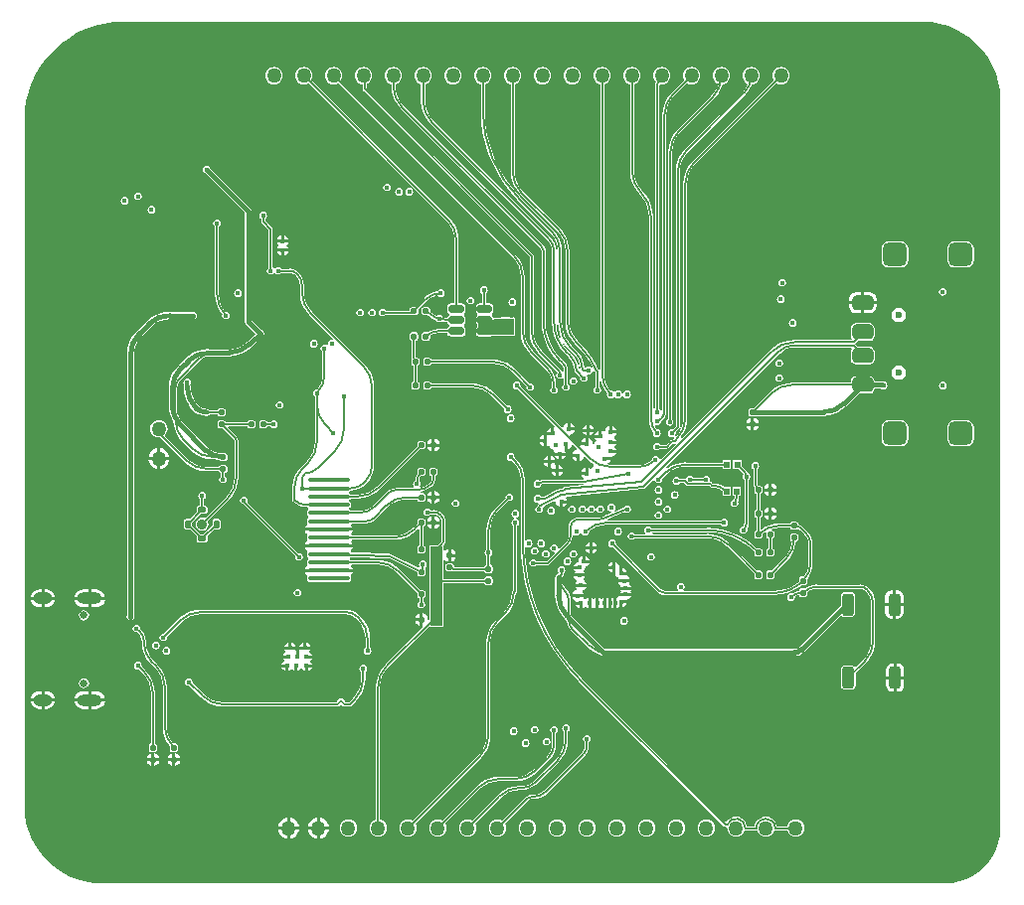
<source format=gtl>
G04*
G04 #@! TF.GenerationSoftware,Altium Limited,Altium Designer,20.2.6 (244)*
G04*
G04 Layer_Physical_Order=1*
G04 Layer_Color=255*
%FSLAX24Y24*%
%MOIN*%
G70*
G04*
G04 #@! TF.SameCoordinates,497DB355-11F3-479B-B1E2-BDA1D3AC948B*
G04*
G04*
G04 #@! TF.FilePolarity,Positive*
G04*
G01*
G75*
G04:AMPARAMS|DCode=16|XSize=15.7mil|YSize=137.8mil|CornerRadius=3.9mil|HoleSize=0mil|Usage=FLASHONLY|Rotation=270.000|XOffset=0mil|YOffset=0mil|HoleType=Round|Shape=RoundedRectangle|*
%AMROUNDEDRECTD16*
21,1,0.0157,0.1299,0,0,270.0*
21,1,0.0079,0.1378,0,0,270.0*
1,1,0.0079,-0.0650,-0.0039*
1,1,0.0079,-0.0650,0.0039*
1,1,0.0079,0.0650,0.0039*
1,1,0.0079,0.0650,-0.0039*
%
%ADD16ROUNDEDRECTD16*%
G04:AMPARAMS|DCode=17|XSize=20mil|YSize=20mil|CornerRadius=5mil|HoleSize=0mil|Usage=FLASHONLY|Rotation=0.000|XOffset=0mil|YOffset=0mil|HoleType=Round|Shape=RoundedRectangle|*
%AMROUNDEDRECTD17*
21,1,0.0200,0.0100,0,0,0.0*
21,1,0.0100,0.0200,0,0,0.0*
1,1,0.0100,0.0050,-0.0050*
1,1,0.0100,-0.0050,-0.0050*
1,1,0.0100,-0.0050,0.0050*
1,1,0.0100,0.0050,0.0050*
%
%ADD17ROUNDEDRECTD17*%
G04:AMPARAMS|DCode=18|XSize=20mil|YSize=20mil|CornerRadius=5mil|HoleSize=0mil|Usage=FLASHONLY|Rotation=270.000|XOffset=0mil|YOffset=0mil|HoleType=Round|Shape=RoundedRectangle|*
%AMROUNDEDRECTD18*
21,1,0.0200,0.0100,0,0,270.0*
21,1,0.0100,0.0200,0,0,270.0*
1,1,0.0100,-0.0050,-0.0050*
1,1,0.0100,-0.0050,0.0050*
1,1,0.0100,0.0050,0.0050*
1,1,0.0100,0.0050,-0.0050*
%
%ADD18ROUNDEDRECTD18*%
%ADD19R,0.0197X0.0197*%
G04:AMPARAMS|DCode=20|XSize=50mil|YSize=70.9mil|CornerRadius=12.5mil|HoleSize=0mil|Usage=FLASHONLY|Rotation=90.000|XOffset=0mil|YOffset=0mil|HoleType=Round|Shape=RoundedRectangle|*
%AMROUNDEDRECTD20*
21,1,0.0500,0.0459,0,0,90.0*
21,1,0.0250,0.0709,0,0,90.0*
1,1,0.0250,0.0229,0.0125*
1,1,0.0250,0.0229,-0.0125*
1,1,0.0250,-0.0229,-0.0125*
1,1,0.0250,-0.0229,0.0125*
%
%ADD20ROUNDEDRECTD20*%
G04:AMPARAMS|DCode=21|XSize=40mil|YSize=74mil|CornerRadius=10mil|HoleSize=0mil|Usage=FLASHONLY|Rotation=180.000|XOffset=0mil|YOffset=0mil|HoleType=Round|Shape=RoundedRectangle|*
%AMROUNDEDRECTD21*
21,1,0.0400,0.0540,0,0,180.0*
21,1,0.0200,0.0740,0,0,180.0*
1,1,0.0200,-0.0100,0.0270*
1,1,0.0200,0.0100,0.0270*
1,1,0.0200,0.0100,-0.0270*
1,1,0.0200,-0.0100,-0.0270*
%
%ADD21ROUNDEDRECTD21*%
G04:AMPARAMS|DCode=22|XSize=27.6mil|YSize=51.2mil|CornerRadius=6.9mil|HoleSize=0mil|Usage=FLASHONLY|Rotation=90.000|XOffset=0mil|YOffset=0mil|HoleType=Round|Shape=RoundedRectangle|*
%AMROUNDEDRECTD22*
21,1,0.0276,0.0374,0,0,90.0*
21,1,0.0138,0.0512,0,0,90.0*
1,1,0.0138,0.0187,0.0069*
1,1,0.0138,0.0187,-0.0069*
1,1,0.0138,-0.0187,-0.0069*
1,1,0.0138,-0.0187,0.0069*
%
%ADD22ROUNDEDRECTD22*%
G04:AMPARAMS|DCode=23|XSize=80mil|YSize=80mil|CornerRadius=20mil|HoleSize=0mil|Usage=FLASHONLY|Rotation=90.000|XOffset=0mil|YOffset=0mil|HoleType=Round|Shape=RoundedRectangle|*
%AMROUNDEDRECTD23*
21,1,0.0800,0.0400,0,0,90.0*
21,1,0.0400,0.0800,0,0,90.0*
1,1,0.0400,0.0200,0.0200*
1,1,0.0400,0.0200,-0.0200*
1,1,0.0400,-0.0200,-0.0200*
1,1,0.0400,-0.0200,0.0200*
%
%ADD23ROUNDEDRECTD23*%
%ADD24C,0.0354*%
G04:AMPARAMS|DCode=25|XSize=17.7mil|YSize=29.5mil|CornerRadius=4.4mil|HoleSize=0mil|Usage=FLASHONLY|Rotation=90.000|XOffset=0mil|YOffset=0mil|HoleType=Round|Shape=RoundedRectangle|*
%AMROUNDEDRECTD25*
21,1,0.0177,0.0207,0,0,90.0*
21,1,0.0089,0.0295,0,0,90.0*
1,1,0.0089,0.0103,0.0044*
1,1,0.0089,0.0103,-0.0044*
1,1,0.0089,-0.0103,-0.0044*
1,1,0.0089,-0.0103,0.0044*
%
%ADD25ROUNDEDRECTD25*%
G04:AMPARAMS|DCode=26|XSize=17.7mil|YSize=29.5mil|CornerRadius=4.4mil|HoleSize=0mil|Usage=FLASHONLY|Rotation=180.000|XOffset=0mil|YOffset=0mil|HoleType=Round|Shape=RoundedRectangle|*
%AMROUNDEDRECTD26*
21,1,0.0177,0.0207,0,0,180.0*
21,1,0.0089,0.0295,0,0,180.0*
1,1,0.0089,-0.0044,0.0103*
1,1,0.0089,0.0044,0.0103*
1,1,0.0089,0.0044,-0.0103*
1,1,0.0089,-0.0044,-0.0103*
%
%ADD26ROUNDEDRECTD26*%
%ADD44C,0.0050*%
%ADD45C,0.0065*%
%ADD46C,0.0060*%
%ADD47C,0.0150*%
%ADD48C,0.0050*%
%ADD49C,0.0065*%
%ADD50C,0.0500*%
%ADD51O,0.0827X0.0394*%
%ADD52O,0.0630X0.0394*%
%ADD53C,0.0256*%
%ADD54C,0.0236*%
%ADD55C,0.0177*%
G36*
X46242Y44943D02*
X46531Y44894D01*
X46812Y44813D01*
X47082Y44701D01*
X47338Y44559D01*
X47577Y44390D01*
X47795Y44195D01*
X47990Y43977D01*
X48159Y43738D01*
X48301Y43482D01*
X48413Y43212D01*
X48494Y42931D01*
X48543Y42642D01*
X48559Y42353D01*
X48558Y42350D01*
Y17900D01*
X48559Y17897D01*
X48543Y17657D01*
X48496Y17419D01*
X48417Y17189D01*
X48310Y16971D01*
X48175Y16768D01*
X48014Y16586D01*
X47832Y16425D01*
X47629Y16290D01*
X47411Y16183D01*
X47181Y16104D01*
X46943Y16057D01*
X46703Y16041D01*
X46700Y16042D01*
X18450D01*
X18447Y16041D01*
X18158Y16057D01*
X17869Y16106D01*
X17588Y16187D01*
X17318Y16299D01*
X17062Y16441D01*
X16823Y16610D01*
X16605Y16805D01*
X16410Y17023D01*
X16241Y17262D01*
X16099Y17518D01*
X15987Y17788D01*
X15906Y18069D01*
X15857Y18358D01*
X15841Y18647D01*
X15842Y18650D01*
Y41650D01*
X15841Y41653D01*
X15857Y41974D01*
X15905Y42296D01*
X15984Y42611D01*
X16093Y42916D01*
X16232Y43210D01*
X16399Y43488D01*
X16592Y43749D01*
X16810Y43990D01*
X17051Y44208D01*
X17312Y44401D01*
X17590Y44568D01*
X17884Y44707D01*
X18189Y44816D01*
X18504Y44895D01*
X18826Y44943D01*
X19101Y44957D01*
X19150Y44958D01*
D01*
X19200Y44958D01*
X19200Y44958D01*
X45950D01*
X45953Y44959D01*
X46242Y44943D01*
D02*
G37*
%LPC*%
G36*
X38210Y43443D02*
X38134Y43433D01*
X38064Y43403D01*
X38003Y43357D01*
X37957Y43296D01*
X37927Y43226D01*
X37917Y43150D01*
X37927Y43074D01*
X37957Y43004D01*
X37962Y42996D01*
X37546Y42580D01*
X37545Y42581D01*
X37436Y42454D01*
X37348Y42311D01*
X37284Y42156D01*
X37245Y41993D01*
X37232Y41826D01*
X37234D01*
Y31908D01*
X37184Y31903D01*
X37181Y31916D01*
X37153Y31959D01*
X37126Y31976D01*
Y42822D01*
X37171Y42863D01*
X37210Y42857D01*
X37286Y42867D01*
X37356Y42897D01*
X37417Y42943D01*
X37463Y43004D01*
X37493Y43074D01*
X37503Y43150D01*
X37493Y43226D01*
X37463Y43296D01*
X37417Y43357D01*
X37356Y43403D01*
X37286Y43433D01*
X37210Y43443D01*
X37134Y43433D01*
X37064Y43403D01*
X37003Y43357D01*
X36957Y43296D01*
X36927Y43226D01*
X36918Y43150D01*
X36927Y43074D01*
X36957Y43004D01*
X37003Y42943D01*
X37012Y42936D01*
X37013Y42925D01*
X36999Y42904D01*
X36994Y42878D01*
Y32002D01*
X36971Y31983D01*
X36936Y31994D01*
X36921Y32008D01*
Y38409D01*
X36917Y38430D01*
X36903Y38605D01*
X36857Y38797D01*
X36782Y38978D01*
X36679Y39146D01*
X36552Y39295D01*
X36552Y39295D01*
X36518Y39331D01*
X36433Y39435D01*
X36347Y39597D01*
X36293Y39772D01*
X36276Y39952D01*
X36276Y39954D01*
Y42866D01*
X36286Y42867D01*
X36356Y42897D01*
X36417Y42943D01*
X36463Y43004D01*
X36493Y43074D01*
X36502Y43150D01*
X36493Y43226D01*
X36463Y43296D01*
X36417Y43357D01*
X36356Y43403D01*
X36286Y43433D01*
X36210Y43443D01*
X36134Y43433D01*
X36064Y43403D01*
X36003Y43357D01*
X35957Y43296D01*
X35927Y43226D01*
X35917Y43150D01*
X35927Y43074D01*
X35957Y43004D01*
X36003Y42943D01*
X36064Y42897D01*
X36134Y42867D01*
X36144Y42866D01*
Y39954D01*
X36142D01*
X36155Y39787D01*
X36194Y39624D01*
X36258Y39469D01*
X36346Y39326D01*
X36454Y39199D01*
X36454Y39199D01*
X36487Y39163D01*
X36570Y39067D01*
X36662Y38917D01*
X36729Y38755D01*
X36770Y38584D01*
X36782Y38426D01*
X36779Y38409D01*
Y31633D01*
X36776D01*
X36791Y31485D01*
X36834Y31343D01*
X36904Y31213D01*
X36926Y31186D01*
X36919Y31150D01*
X36929Y31100D01*
X36957Y31057D01*
X37000Y31029D01*
X37050Y31019D01*
X37100Y31029D01*
X37143Y31057D01*
X37171Y31100D01*
X37181Y31150D01*
X37171Y31200D01*
X37143Y31243D01*
X37100Y31271D01*
X37050Y31281D01*
X37037Y31279D01*
X37025Y31294D01*
X36975Y31387D01*
X36987Y31406D01*
X36996Y31416D01*
X37013Y31426D01*
X37050Y31419D01*
X37100Y31429D01*
X37143Y31457D01*
X37171Y31500D01*
X37178Y31534D01*
X37247Y31603D01*
X37248Y31602D01*
X37314Y31686D01*
X37355Y31785D01*
X37369Y31891D01*
X37366Y31891D01*
Y41826D01*
X37366Y41828D01*
X37383Y42008D01*
X37437Y42183D01*
X37523Y42345D01*
X37638Y42485D01*
X37640Y42486D01*
X38056Y42902D01*
X38064Y42897D01*
X38134Y42867D01*
X38210Y42857D01*
X38286Y42867D01*
X38356Y42897D01*
X38417Y42943D01*
X38463Y43004D01*
X38493Y43074D01*
X38503Y43150D01*
X38493Y43226D01*
X38463Y43296D01*
X38417Y43357D01*
X38356Y43403D01*
X38286Y43433D01*
X38210Y43443D01*
D02*
G37*
G36*
X34210D02*
X34134Y43433D01*
X34064Y43403D01*
X34003Y43357D01*
X33957Y43296D01*
X33927Y43226D01*
X33918Y43150D01*
X33927Y43074D01*
X33957Y43004D01*
X34003Y42943D01*
X34064Y42897D01*
X34134Y42867D01*
X34210Y42857D01*
X34286Y42867D01*
X34356Y42897D01*
X34417Y42943D01*
X34463Y43004D01*
X34493Y43074D01*
X34502Y43150D01*
X34493Y43226D01*
X34463Y43296D01*
X34417Y43357D01*
X34356Y43403D01*
X34286Y43433D01*
X34210Y43443D01*
D02*
G37*
G36*
X33210D02*
X33134Y43433D01*
X33064Y43403D01*
X33003Y43357D01*
X32957Y43296D01*
X32927Y43226D01*
X32917Y43150D01*
X32927Y43074D01*
X32957Y43004D01*
X33003Y42943D01*
X33064Y42897D01*
X33134Y42867D01*
X33210Y42857D01*
X33286Y42867D01*
X33356Y42897D01*
X33417Y42943D01*
X33463Y43004D01*
X33493Y43074D01*
X33503Y43150D01*
X33493Y43226D01*
X33463Y43296D01*
X33417Y43357D01*
X33356Y43403D01*
X33286Y43433D01*
X33210Y43443D01*
D02*
G37*
G36*
X30210D02*
X30134Y43433D01*
X30064Y43403D01*
X30003Y43357D01*
X29957Y43296D01*
X29927Y43226D01*
X29918Y43150D01*
X29927Y43074D01*
X29957Y43004D01*
X30003Y42943D01*
X30064Y42897D01*
X30134Y42867D01*
X30210Y42857D01*
X30286Y42867D01*
X30356Y42897D01*
X30417Y42943D01*
X30463Y43004D01*
X30493Y43074D01*
X30503Y43150D01*
X30493Y43226D01*
X30463Y43296D01*
X30417Y43357D01*
X30356Y43403D01*
X30286Y43433D01*
X30210Y43443D01*
D02*
G37*
G36*
X24210D02*
X24134Y43433D01*
X24064Y43403D01*
X24003Y43357D01*
X23957Y43296D01*
X23927Y43226D01*
X23918Y43150D01*
X23927Y43074D01*
X23957Y43004D01*
X24003Y42943D01*
X24064Y42897D01*
X24134Y42867D01*
X24210Y42857D01*
X24286Y42867D01*
X24356Y42897D01*
X24417Y42943D01*
X24463Y43004D01*
X24493Y43074D01*
X24502Y43150D01*
X24493Y43226D01*
X24463Y43296D01*
X24417Y43357D01*
X24356Y43403D01*
X24286Y43433D01*
X24210Y43443D01*
D02*
G37*
G36*
X41210D02*
X41134Y43433D01*
X41064Y43403D01*
X41003Y43357D01*
X40957Y43296D01*
X40927Y43226D01*
X40918Y43150D01*
X40927Y43074D01*
X40957Y43004D01*
X40962Y42996D01*
X38246Y40280D01*
X38245Y40281D01*
X38136Y40154D01*
X38048Y40011D01*
X37984Y39856D01*
X37945Y39693D01*
X37932Y39526D01*
X37934D01*
Y31664D01*
X37934Y31662D01*
X37917Y31482D01*
X37863Y31307D01*
X37777Y31145D01*
X37693Y31043D01*
X37658Y31069D01*
X37661Y31077D01*
X37667Y31094D01*
X37671Y31100D01*
X37681Y31150D01*
X37675Y31181D01*
X37797Y31303D01*
X37811Y31325D01*
X37816Y31350D01*
Y39936D01*
X37816Y39938D01*
X37833Y40118D01*
X37887Y40293D01*
X37973Y40455D01*
X38088Y40595D01*
X38090Y40596D01*
X40016Y42523D01*
X40016Y42523D01*
X40019Y42521D01*
X40129Y42655D01*
X40212Y42809D01*
X40227Y42860D01*
X40286Y42867D01*
X40356Y42897D01*
X40417Y42943D01*
X40463Y43004D01*
X40493Y43074D01*
X40503Y43150D01*
X40493Y43226D01*
X40463Y43296D01*
X40417Y43357D01*
X40356Y43403D01*
X40286Y43433D01*
X40210Y43443D01*
X40134Y43433D01*
X40064Y43403D01*
X40003Y43357D01*
X39957Y43296D01*
X39927Y43226D01*
X39918Y43150D01*
X39927Y43074D01*
X39957Y43004D01*
X40003Y42943D01*
X40064Y42897D01*
X40074Y42838D01*
X40016Y42731D01*
X39923Y42617D01*
X39923Y42616D01*
X37996Y40690D01*
X37995Y40691D01*
X37886Y40564D01*
X37798Y40421D01*
X37734Y40266D01*
X37695Y40103D01*
X37682Y39936D01*
X37684D01*
Y31377D01*
X37581Y31275D01*
X37550Y31281D01*
X37500Y31271D01*
X37457Y31243D01*
X37429Y31200D01*
X37419Y31150D01*
X37429Y31100D01*
X37457Y31057D01*
X37500Y31029D01*
X37550Y31019D01*
X37600Y31029D01*
X37647Y31000D01*
X37646Y30990D01*
X37603Y30947D01*
X37602Y30948D01*
X37569Y30926D01*
X37529Y30918D01*
Y30916D01*
X37504Y30911D01*
X37482Y30897D01*
X37352Y30766D01*
X37160D01*
X37143Y30793D01*
X37100Y30821D01*
X37050Y30831D01*
X37000Y30821D01*
X36957Y30793D01*
X36929Y30750D01*
X36919Y30700D01*
X36929Y30650D01*
X36957Y30607D01*
X37000Y30579D01*
X37050Y30569D01*
X37100Y30579D01*
X37143Y30607D01*
X37160Y30634D01*
X37379D01*
X37405Y30639D01*
X37426Y30653D01*
X37559Y30786D01*
X37621Y30799D01*
X37652Y30819D01*
X37684Y30780D01*
X37177Y30274D01*
X37123Y30290D01*
X37121Y30300D01*
X37093Y30343D01*
X37050Y30371D01*
X37000Y30381D01*
X36950Y30371D01*
X36907Y30343D01*
X36879Y30300D01*
X36869Y30250D01*
X36873Y30231D01*
X36844Y30208D01*
X36719Y30141D01*
X36584Y30100D01*
X36444Y30086D01*
Y30086D01*
X35494D01*
X35492Y30085D01*
X35419Y30093D01*
X35406Y30144D01*
X35436Y30164D01*
X35478Y30226D01*
X35482Y30250D01*
X35300D01*
Y30350D01*
X35520D01*
X35531Y30364D01*
X35574Y30372D01*
X35636Y30414D01*
X35678Y30476D01*
X35682Y30500D01*
X35500D01*
Y30600D01*
X35682D01*
X35678Y30624D01*
X35636Y30686D01*
Y30714D01*
X35678Y30776D01*
X35682Y30800D01*
X35500D01*
Y30900D01*
X35682D01*
X35678Y30924D01*
X35636Y30986D01*
X35615Y31000D01*
Y31050D01*
X35636Y31064D01*
X35678Y31126D01*
X35682Y31150D01*
X35500D01*
Y31200D01*
X35450D01*
Y31382D01*
X35426Y31378D01*
X35364Y31336D01*
X35322Y31274D01*
X35313Y31228D01*
X35260Y31203D01*
X35224Y31228D01*
X35200Y31232D01*
Y31050D01*
X35150D01*
Y31000D01*
X34968D01*
X34972Y30976D01*
X35009Y30922D01*
X35013Y30911D01*
X35002Y30862D01*
X34964Y30836D01*
X34940Y30799D01*
X34937Y30799D01*
X34889Y30814D01*
X34878Y30874D01*
X34836Y30936D01*
X34774Y30978D01*
X34750Y30982D01*
Y30800D01*
X34700D01*
Y30750D01*
X34518D01*
X34518Y30746D01*
X34472Y30721D01*
X34131Y31063D01*
X34147Y31117D01*
X34174Y31122D01*
X34236Y31164D01*
X34278Y31226D01*
X34282Y31250D01*
X34100D01*
Y31300D01*
X34050D01*
Y31482D01*
X34026Y31478D01*
X33964Y31436D01*
X33922Y31374D01*
X33917Y31347D01*
X33863Y31331D01*
X32475Y32719D01*
X32481Y32750D01*
X32471Y32800D01*
X32443Y32843D01*
X32400Y32871D01*
X32350Y32881D01*
X32300Y32871D01*
X32257Y32843D01*
X32229Y32800D01*
X32219Y32750D01*
X32229Y32700D01*
X32257Y32657D01*
X32300Y32629D01*
X32350Y32619D01*
X32381Y32625D01*
X33629Y31378D01*
X33604Y31332D01*
X33600Y31332D01*
Y31150D01*
X33550D01*
Y31100D01*
X33350D01*
Y30900D01*
Y30718D01*
X33374Y30722D01*
X33410Y30747D01*
X33463Y30722D01*
X33472Y30676D01*
X33514Y30614D01*
X33576Y30572D01*
X33604Y30567D01*
X33622Y30523D01*
X33618Y30500D01*
X33982D01*
X33978Y30524D01*
X33949Y30567D01*
X33950Y30569D01*
Y30800D01*
X34050D01*
Y30618D01*
X34074Y30622D01*
X34136Y30664D01*
X34178Y30726D01*
X34183Y30753D01*
X34237Y30769D01*
X34369Y30637D01*
X34353Y30583D01*
X34326Y30578D01*
X34264Y30536D01*
X34222Y30474D01*
X34218Y30450D01*
X34400D01*
Y30400D01*
X34450D01*
Y30218D01*
X34474Y30222D01*
X34536Y30264D01*
X34578Y30326D01*
X34583Y30353D01*
X34637Y30369D01*
X34741Y30266D01*
X34739Y30264D01*
X34867Y30155D01*
X34938Y30112D01*
X34939Y30053D01*
X34914Y30036D01*
X34872Y29974D01*
X34871Y29967D01*
X34816Y29949D01*
X34774Y29978D01*
X34750Y29982D01*
Y29800D01*
X34700D01*
Y29750D01*
X34518D01*
X34522Y29726D01*
X34564Y29664D01*
X34596Y29643D01*
X34596Y29631D01*
X34582Y29592D01*
X33232D01*
Y29593D01*
X33148Y29582D01*
X33108Y29566D01*
X33100Y29571D01*
X33050Y29581D01*
X33000Y29571D01*
X32957Y29543D01*
X32929Y29500D01*
X32919Y29450D01*
X32929Y29400D01*
X32957Y29357D01*
X33000Y29329D01*
X33050Y29319D01*
X33100Y29329D01*
X33143Y29357D01*
X33171Y29400D01*
X33181Y29449D01*
X33232Y29459D01*
Y29459D01*
X34585D01*
X34586Y29459D01*
X34587Y29438D01*
D01*
X34587Y29438D01*
X34552Y29406D01*
X33956Y29346D01*
X33943Y29342D01*
X33930Y29339D01*
X33919Y29333D01*
X33910Y29326D01*
X33900Y29320D01*
X33870Y29289D01*
X33778Y29280D01*
X33768Y29277D01*
X33757Y29275D01*
X33754Y29273D01*
X33750Y29272D01*
X33743Y29266D01*
X33735D01*
X33732Y29265D01*
X33728Y29265D01*
X33718Y29262D01*
X33707Y29260D01*
X33704Y29258D01*
X33700Y29257D01*
X33267Y29024D01*
X33155D01*
X33143Y29043D01*
X33100Y29071D01*
X33050Y29081D01*
X33000Y29071D01*
X32957Y29043D01*
X32929Y29000D01*
X32919Y28950D01*
X32929Y28900D01*
X32957Y28857D01*
X33000Y28829D01*
X33050Y28819D01*
X33103Y28778D01*
X33104Y28771D01*
X33053Y28730D01*
X33051Y28727D01*
X33048Y28725D01*
X33042Y28716D01*
X33042Y28716D01*
X33007Y28693D01*
X32979Y28650D01*
X32969Y28600D01*
X32979Y28550D01*
X33007Y28507D01*
X33050Y28479D01*
X33100Y28469D01*
X33150Y28479D01*
X33193Y28507D01*
X33221Y28550D01*
X33231Y28600D01*
X33224Y28633D01*
X33229Y28662D01*
X33251Y28695D01*
X33274Y28707D01*
X33620Y28893D01*
X33660Y28863D01*
X33658Y28850D01*
X33672Y28776D01*
X33714Y28714D01*
X33776Y28672D01*
X33800Y28668D01*
Y28850D01*
X33850D01*
Y28900D01*
X34032D01*
X34028Y28924D01*
X33995Y28973D01*
X34011Y29025D01*
X36585Y29277D01*
X36593Y29279D01*
X36625Y29286D01*
X36670Y29315D01*
X36670Y29315D01*
X36670Y29315D01*
X36670Y29317D01*
X36924Y29571D01*
X36978Y29554D01*
X36979Y29550D01*
X37007Y29507D01*
X37050Y29479D01*
X37100Y29469D01*
X37150Y29479D01*
X37193Y29507D01*
X37221Y29550D01*
X37231Y29600D01*
X37225Y29631D01*
X37354Y29760D01*
X37355Y29762D01*
X37495Y29877D01*
X37657Y29963D01*
X37832Y30017D01*
X38012Y30034D01*
X38014Y30034D01*
X39262D01*
Y29962D01*
X39538D01*
Y30238D01*
X39262D01*
Y30166D01*
X38014D01*
Y30168D01*
X37847Y30155D01*
X37684Y30116D01*
X37529Y30052D01*
X37386Y29964D01*
X37356Y30003D01*
X41181Y33828D01*
X41181Y33828D01*
X41182Y33828D01*
X41283Y33911D01*
X41398Y33972D01*
X41523Y34010D01*
X41646Y34023D01*
X41646Y34023D01*
X41696Y34024D01*
X43558D01*
X43584Y33974D01*
X43566Y33946D01*
X43553Y33881D01*
Y33631D01*
X43566Y33567D01*
X43602Y33512D01*
X43657Y33476D01*
X43721Y33463D01*
X44180D01*
X44244Y33476D01*
X44299Y33512D01*
X44335Y33567D01*
X44348Y33631D01*
Y33881D01*
X44335Y33946D01*
X44299Y34000D01*
X44244Y34037D01*
X44180Y34050D01*
X43802D01*
X43735Y34117D01*
X43702Y34150D01*
X43735Y34183D01*
X43802Y34250D01*
X44180D01*
X44244Y34263D01*
X44299Y34300D01*
X44335Y34354D01*
X44348Y34419D01*
Y34669D01*
X44335Y34733D01*
X44299Y34788D01*
X44244Y34824D01*
X44180Y34837D01*
X43721D01*
X43657Y34824D01*
X43602Y34788D01*
X43566Y34733D01*
X43553Y34669D01*
Y34419D01*
X43566Y34354D01*
X43584Y34326D01*
X43558Y34276D01*
X41653D01*
Y34279D01*
X41474Y34264D01*
X41299Y34223D01*
X41134Y34154D01*
X40981Y34060D01*
X40882Y33976D01*
X40844Y33944D01*
X40846Y33942D01*
X40846Y33942D01*
X37873Y30969D01*
X37836Y31003D01*
X37864Y31036D01*
X37952Y31179D01*
X38016Y31334D01*
X38055Y31497D01*
X38068Y31664D01*
X38066D01*
Y39526D01*
X38066Y39528D01*
X38083Y39708D01*
X38137Y39883D01*
X38223Y40045D01*
X38338Y40185D01*
X38340Y40186D01*
X41056Y42902D01*
X41064Y42897D01*
X41134Y42867D01*
X41210Y42857D01*
X41286Y42867D01*
X41356Y42897D01*
X41417Y42943D01*
X41463Y43004D01*
X41493Y43074D01*
X41502Y43150D01*
X41493Y43226D01*
X41463Y43296D01*
X41417Y43357D01*
X41356Y43403D01*
X41286Y43433D01*
X41210Y43443D01*
D02*
G37*
G36*
X39210D02*
X39134Y43433D01*
X39064Y43403D01*
X39003Y43357D01*
X38957Y43296D01*
X38927Y43226D01*
X38918Y43150D01*
X38927Y43074D01*
X38957Y43004D01*
X39003Y42943D01*
X39064Y42897D01*
X39107Y42879D01*
X39073Y42767D01*
X38987Y42605D01*
X38872Y42465D01*
X38870Y42464D01*
X37746Y41340D01*
X37745Y41341D01*
X37636Y41214D01*
X37548Y41071D01*
X37484Y40916D01*
X37445Y40753D01*
X37432Y40586D01*
X37434D01*
Y31721D01*
X37432Y31718D01*
X37427Y31693D01*
Y31651D01*
X37425Y31650D01*
X37382Y31622D01*
X37354Y31579D01*
X37344Y31529D01*
X37354Y31479D01*
X37382Y31437D01*
X37425Y31408D01*
X37475Y31398D01*
X37525Y31408D01*
X37568Y31437D01*
X37596Y31479D01*
X37606Y31529D01*
X37596Y31579D01*
X37568Y31622D01*
X37559Y31628D01*
Y31672D01*
X37561Y31675D01*
X37566Y31700D01*
Y40586D01*
X37566Y40588D01*
X37583Y40768D01*
X37637Y40943D01*
X37723Y41105D01*
X37838Y41245D01*
X37840Y41246D01*
X38964Y42370D01*
X38965Y42369D01*
X39074Y42496D01*
X39162Y42639D01*
X39226Y42794D01*
X39242Y42862D01*
X39286Y42867D01*
X39356Y42897D01*
X39417Y42943D01*
X39463Y43004D01*
X39493Y43074D01*
X39502Y43150D01*
X39493Y43226D01*
X39463Y43296D01*
X39417Y43357D01*
X39356Y43403D01*
X39286Y43433D01*
X39210Y43443D01*
D02*
G37*
G36*
X28000Y39531D02*
X27950Y39521D01*
X27907Y39493D01*
X27879Y39450D01*
X27869Y39400D01*
X27879Y39350D01*
X27907Y39307D01*
X27950Y39279D01*
X28000Y39269D01*
X28050Y39279D01*
X28093Y39307D01*
X28121Y39350D01*
X28131Y39400D01*
X28121Y39450D01*
X28093Y39493D01*
X28050Y39521D01*
X28000Y39531D01*
D02*
G37*
G36*
X28750Y39381D02*
X28700Y39371D01*
X28657Y39343D01*
X28629Y39300D01*
X28619Y39250D01*
X28629Y39200D01*
X28657Y39157D01*
X28700Y39129D01*
X28750Y39119D01*
X28800Y39129D01*
X28843Y39157D01*
X28871Y39200D01*
X28881Y39250D01*
X28871Y39300D01*
X28843Y39343D01*
X28800Y39371D01*
X28750Y39381D01*
D02*
G37*
G36*
X28400D02*
X28350Y39371D01*
X28307Y39343D01*
X28279Y39300D01*
X28269Y39250D01*
X28279Y39200D01*
X28307Y39157D01*
X28350Y39129D01*
X28400Y39119D01*
X28450Y39129D01*
X28493Y39157D01*
X28521Y39200D01*
X28531Y39250D01*
X28521Y39300D01*
X28493Y39343D01*
X28450Y39371D01*
X28400Y39381D01*
D02*
G37*
G36*
X19650Y39231D02*
X19600Y39221D01*
X19557Y39193D01*
X19529Y39150D01*
X19519Y39100D01*
X19529Y39050D01*
X19557Y39007D01*
X19600Y38979D01*
X19650Y38969D01*
X19700Y38979D01*
X19743Y39007D01*
X19771Y39050D01*
X19781Y39100D01*
X19771Y39150D01*
X19743Y39193D01*
X19700Y39221D01*
X19650Y39231D01*
D02*
G37*
G36*
X19200Y39081D02*
X19150Y39071D01*
X19107Y39043D01*
X19079Y39000D01*
X19069Y38950D01*
X19079Y38900D01*
X19107Y38857D01*
X19150Y38829D01*
X19200Y38819D01*
X19250Y38829D01*
X19293Y38857D01*
X19321Y38900D01*
X19331Y38950D01*
X19321Y39000D01*
X19293Y39043D01*
X19250Y39071D01*
X19200Y39081D01*
D02*
G37*
G36*
X20100Y38781D02*
X20050Y38771D01*
X20007Y38743D01*
X19979Y38700D01*
X19969Y38650D01*
X19979Y38600D01*
X20007Y38557D01*
X20050Y38529D01*
X20100Y38519D01*
X20150Y38529D01*
X20193Y38557D01*
X20221Y38600D01*
X20231Y38650D01*
X20221Y38700D01*
X20193Y38743D01*
X20150Y38771D01*
X20100Y38781D01*
D02*
G37*
G36*
X24550Y37782D02*
Y37650D01*
X24682D01*
X24678Y37674D01*
X24636Y37736D01*
X24574Y37778D01*
X24550Y37782D01*
D02*
G37*
G36*
X24450D02*
X24426Y37778D01*
X24364Y37736D01*
X24322Y37674D01*
X24318Y37650D01*
X24450D01*
Y37782D01*
D02*
G37*
G36*
X24682Y37550D02*
X24318D01*
X24322Y37526D01*
X24364Y37464D01*
Y37436D01*
X24322Y37374D01*
X24318Y37350D01*
X24682D01*
X24678Y37374D01*
X24636Y37436D01*
Y37464D01*
X24678Y37526D01*
X24682Y37550D01*
D02*
G37*
G36*
Y37250D02*
X24550D01*
Y37118D01*
X24574Y37122D01*
X24636Y37164D01*
X24678Y37226D01*
X24682Y37250D01*
D02*
G37*
G36*
X24450D02*
X24318D01*
X24322Y37226D01*
X24364Y37164D01*
X24426Y37122D01*
X24450Y37118D01*
Y37250D01*
D02*
G37*
G36*
X47433Y37597D02*
X47033D01*
X46939Y37578D01*
X46860Y37525D01*
X46807Y37446D01*
X46788Y37352D01*
Y36952D01*
X46807Y36858D01*
X46860Y36779D01*
X46939Y36726D01*
X47033Y36707D01*
X47433D01*
X47527Y36726D01*
X47606Y36779D01*
X47659Y36858D01*
X47678Y36952D01*
Y37352D01*
X47659Y37446D01*
X47606Y37525D01*
X47527Y37578D01*
X47433Y37597D01*
D02*
G37*
G36*
X45228D02*
X44828D01*
X44735Y37578D01*
X44655Y37525D01*
X44602Y37446D01*
X44584Y37352D01*
Y36952D01*
X44602Y36858D01*
X44655Y36779D01*
X44735Y36726D01*
X44828Y36707D01*
X45228D01*
X45322Y36726D01*
X45401Y36779D01*
X45454Y36858D01*
X45473Y36952D01*
Y37352D01*
X45454Y37446D01*
X45401Y37525D01*
X45322Y37578D01*
X45228Y37597D01*
D02*
G37*
G36*
X41250Y36331D02*
X41200Y36321D01*
X41157Y36293D01*
X41129Y36250D01*
X41119Y36200D01*
X41129Y36150D01*
X41157Y36107D01*
X41200Y36079D01*
X41250Y36069D01*
X41300Y36079D01*
X41343Y36107D01*
X41371Y36150D01*
X41381Y36200D01*
X41371Y36250D01*
X41343Y36293D01*
X41300Y36321D01*
X41250Y36331D01*
D02*
G37*
G36*
X46634Y36022D02*
X46584Y36012D01*
X46541Y35984D01*
X46513Y35941D01*
X46503Y35891D01*
X46513Y35841D01*
X46541Y35798D01*
X46584Y35770D01*
X46634Y35760D01*
X46684Y35770D01*
X46727Y35798D01*
X46755Y35841D01*
X46765Y35891D01*
X46755Y35941D01*
X46727Y35984D01*
X46684Y36012D01*
X46634Y36022D01*
D02*
G37*
G36*
X29800Y35981D02*
X29750Y35971D01*
X29707Y35943D01*
X29684Y35907D01*
X29645Y35904D01*
X29497Y35858D01*
X29359Y35785D01*
X29239Y35687D01*
X29241Y35685D01*
X28948Y35392D01*
X28850D01*
X28815Y35385D01*
X28785Y35365D01*
X28765Y35335D01*
X28758Y35300D01*
Y35266D01*
X27960D01*
X27943Y35293D01*
X27900Y35321D01*
X27850Y35331D01*
X27800Y35321D01*
X27757Y35293D01*
X27729Y35250D01*
X27719Y35200D01*
X27729Y35150D01*
X27757Y35107D01*
X27800Y35079D01*
X27850Y35069D01*
X27900Y35079D01*
X27943Y35107D01*
X27960Y35134D01*
X28779D01*
Y35130D01*
X28789Y35132D01*
X28815Y35115D01*
X28850Y35108D01*
X28950D01*
X28985Y35115D01*
X29015Y35135D01*
X29035Y35165D01*
X29042Y35200D01*
Y35298D01*
X29335Y35591D01*
X29335Y35591D01*
X29435Y35672D01*
X29548Y35733D01*
X29672Y35771D01*
X29697Y35773D01*
X29707Y35757D01*
X29750Y35729D01*
X29800Y35719D01*
X29850Y35729D01*
X29893Y35757D01*
X29921Y35800D01*
X29931Y35850D01*
X29921Y35900D01*
X29893Y35943D01*
X29850Y35971D01*
X29800Y35981D01*
D02*
G37*
G36*
X23000D02*
X22950Y35971D01*
X22907Y35943D01*
X22879Y35900D01*
X22869Y35850D01*
X22879Y35800D01*
X22907Y35757D01*
X22950Y35729D01*
X23000Y35719D01*
X23050Y35729D01*
X23093Y35757D01*
X23121Y35800D01*
X23131Y35850D01*
X23121Y35900D01*
X23093Y35943D01*
X23050Y35971D01*
X23000Y35981D01*
D02*
G37*
G36*
X44180Y35882D02*
X44000D01*
Y35578D01*
X44409D01*
Y35653D01*
X44392Y35741D01*
X44342Y35815D01*
X44268Y35865D01*
X44180Y35882D01*
D02*
G37*
G36*
X43900D02*
X43721D01*
X43633Y35865D01*
X43559Y35815D01*
X43509Y35741D01*
X43492Y35653D01*
Y35578D01*
X43900D01*
Y35882D01*
D02*
G37*
G36*
X41200Y35781D02*
X41150Y35771D01*
X41107Y35743D01*
X41079Y35700D01*
X41069Y35650D01*
X41079Y35600D01*
X41107Y35557D01*
X41150Y35529D01*
X41200Y35519D01*
X41250Y35529D01*
X41293Y35557D01*
X41321Y35600D01*
X41331Y35650D01*
X41321Y35700D01*
X41293Y35743D01*
X41250Y35771D01*
X41200Y35781D01*
D02*
G37*
G36*
X30800Y35731D02*
X30750Y35721D01*
X30707Y35693D01*
X30679Y35650D01*
X30669Y35600D01*
X30679Y35550D01*
X30707Y35507D01*
X30750Y35479D01*
X30800Y35469D01*
X30850Y35479D01*
X30893Y35507D01*
X30921Y35550D01*
X30931Y35600D01*
X30921Y35650D01*
X30893Y35693D01*
X30850Y35721D01*
X30800Y35731D01*
D02*
G37*
G36*
X32200Y35681D02*
X32150Y35671D01*
X32107Y35643D01*
X32079Y35600D01*
X32069Y35550D01*
X32079Y35500D01*
X32107Y35457D01*
X32150Y35429D01*
X32200Y35419D01*
X32250Y35429D01*
X32293Y35457D01*
X32321Y35500D01*
X32331Y35550D01*
X32321Y35600D01*
X32293Y35643D01*
X32250Y35671D01*
X32200Y35681D01*
D02*
G37*
G36*
X21500Y35231D02*
X21450Y35221D01*
X21444Y35217D01*
X20714D01*
Y35218D01*
X20539Y35205D01*
X20369Y35164D01*
X20206Y35097D01*
X20057Y35005D01*
X19923Y34891D01*
X19924Y34890D01*
X19610Y34576D01*
X19609Y34577D01*
X19495Y34443D01*
X19403Y34294D01*
X19336Y34131D01*
X19295Y33961D01*
X19282Y33786D01*
X19283D01*
Y25056D01*
X19279Y25050D01*
X19269Y25000D01*
X19279Y24950D01*
X19307Y24907D01*
X19350Y24879D01*
X19400Y24869D01*
X19450Y24879D01*
X19493Y24907D01*
X19521Y24950D01*
X19531Y25000D01*
X19521Y25050D01*
X19517Y25056D01*
Y33786D01*
X19516Y33791D01*
X19533Y33958D01*
X19583Y34124D01*
X19665Y34277D01*
X19771Y34407D01*
X19776Y34410D01*
X20090Y34724D01*
X20093Y34729D01*
X20223Y34835D01*
X20376Y34917D01*
X20542Y34967D01*
X20709Y34984D01*
X20714Y34983D01*
X21444D01*
X21450Y34979D01*
X21500Y34969D01*
X21550Y34979D01*
X21593Y35007D01*
X21621Y35050D01*
X21631Y35100D01*
X21621Y35150D01*
X21593Y35193D01*
X21550Y35221D01*
X21500Y35231D01*
D02*
G37*
G36*
X44409Y35478D02*
X44000D01*
Y35174D01*
X44180D01*
X44268Y35191D01*
X44342Y35241D01*
X44392Y35315D01*
X44409Y35403D01*
Y35478D01*
D02*
G37*
G36*
X43900D02*
X43492D01*
Y35403D01*
X43509Y35315D01*
X43559Y35241D01*
X43633Y35191D01*
X43721Y35174D01*
X43900D01*
Y35478D01*
D02*
G37*
G36*
X27500Y35331D02*
X27450Y35321D01*
X27407Y35293D01*
X27379Y35250D01*
X27369Y35200D01*
X27379Y35150D01*
X27407Y35107D01*
X27450Y35079D01*
X27500Y35069D01*
X27550Y35079D01*
X27593Y35107D01*
X27621Y35150D01*
X27631Y35200D01*
X27621Y35250D01*
X27593Y35293D01*
X27550Y35321D01*
X27500Y35331D01*
D02*
G37*
G36*
X27100D02*
X27050Y35321D01*
X27007Y35293D01*
X26979Y35250D01*
X26969Y35200D01*
X26979Y35150D01*
X27007Y35107D01*
X27050Y35079D01*
X27100Y35069D01*
X27150Y35079D01*
X27193Y35107D01*
X27221Y35150D01*
X27231Y35200D01*
X27221Y35250D01*
X27193Y35293D01*
X27150Y35321D01*
X27100Y35331D01*
D02*
G37*
G36*
X25210Y43443D02*
X25134Y43433D01*
X25064Y43403D01*
X25003Y43357D01*
X24957Y43296D01*
X24927Y43226D01*
X24918Y43150D01*
X24927Y43074D01*
X24957Y43004D01*
X25003Y42943D01*
X25064Y42897D01*
X25134Y42867D01*
X25210Y42857D01*
X25286Y42867D01*
X25356Y42897D01*
X25364Y42902D01*
X29988Y38278D01*
X29990Y38277D01*
X30105Y38137D01*
X30191Y37976D01*
X30244Y37801D01*
X30262Y37621D01*
X30261Y37618D01*
Y35504D01*
X30141D01*
X30098Y35495D01*
X30062Y35471D01*
X30038Y35435D01*
X30030Y35393D01*
Y35255D01*
X30038Y35213D01*
X30062Y35177D01*
X30080Y35165D01*
Y35109D01*
X30062Y35097D01*
X30038Y35061D01*
X30030Y35019D01*
X29980Y35019D01*
X29875Y35029D01*
X29871Y35050D01*
X29843Y35093D01*
X29800Y35121D01*
X29750Y35131D01*
X29700Y35121D01*
X29657Y35093D01*
X29654Y35088D01*
X29495Y35173D01*
X29442Y35217D01*
Y35300D01*
X29435Y35335D01*
X29415Y35365D01*
X29385Y35385D01*
X29350Y35392D01*
X29250D01*
X29215Y35385D01*
X29185Y35365D01*
X29165Y35335D01*
X29158Y35300D01*
Y35200D01*
X29165Y35165D01*
X29185Y35135D01*
X29215Y35115D01*
X29250Y35108D01*
X29350D01*
X29358Y35110D01*
X29386Y35086D01*
X29529Y34998D01*
X29627Y34957D01*
X29629Y34950D01*
X29657Y34907D01*
X29700Y34879D01*
X29750Y34869D01*
X29800Y34879D01*
X29830Y34899D01*
X29847Y34895D01*
X30014Y34882D01*
X30037Y34841D01*
X30038Y34839D01*
X30062Y34803D01*
X30080Y34791D01*
Y34735D01*
X30062Y34723D01*
X30038Y34687D01*
X30030Y34645D01*
Y34642D01*
X29725D01*
Y34644D01*
X29594Y34631D01*
X29469Y34593D01*
X29366Y34539D01*
X29350Y34542D01*
X29250D01*
X29215Y34535D01*
X29185Y34515D01*
X29165Y34485D01*
X29158Y34450D01*
Y34350D01*
X29165Y34315D01*
X29185Y34285D01*
X29215Y34265D01*
X29250Y34258D01*
X29350D01*
X29385Y34265D01*
X29415Y34285D01*
X29435Y34315D01*
X29442Y34350D01*
Y34427D01*
X29457Y34439D01*
X29586Y34492D01*
X29722Y34510D01*
X29725Y34510D01*
X30030D01*
Y34507D01*
X30038Y34465D01*
X30062Y34429D01*
X30098Y34405D01*
X30141Y34396D01*
X30515D01*
X30557Y34405D01*
X30593Y34429D01*
X30617Y34465D01*
X30626Y34507D01*
Y34645D01*
X30617Y34687D01*
X30593Y34723D01*
X30576Y34735D01*
Y34791D01*
X30593Y34803D01*
X30617Y34839D01*
X30626Y34881D01*
Y35019D01*
X30617Y35061D01*
X30593Y35097D01*
X30576Y35109D01*
Y35165D01*
X30593Y35177D01*
X30617Y35213D01*
X30626Y35255D01*
Y35393D01*
X30617Y35435D01*
X30593Y35471D01*
X30557Y35495D01*
X30515Y35504D01*
X30394D01*
Y37618D01*
X30396D01*
X30383Y37785D01*
X30344Y37948D01*
X30279Y38103D01*
X30192Y38246D01*
X30083Y38374D01*
X30082Y38372D01*
X25458Y42996D01*
X25463Y43004D01*
X25493Y43074D01*
X25503Y43150D01*
X25493Y43226D01*
X25463Y43296D01*
X25417Y43357D01*
X25356Y43403D01*
X25286Y43433D01*
X25210Y43443D01*
D02*
G37*
G36*
X22300Y38331D02*
X22250Y38321D01*
X22207Y38293D01*
X22179Y38250D01*
X22169Y38200D01*
X22179Y38150D01*
X22207Y38107D01*
X22234Y38090D01*
Y35814D01*
X22232D01*
X22245Y35647D01*
X22284Y35484D01*
X22348Y35329D01*
X22436Y35186D01*
X22477Y35138D01*
X22469Y35100D01*
X22479Y35050D01*
X22507Y35007D01*
X22550Y34979D01*
X22600Y34969D01*
X22650Y34979D01*
X22693Y35007D01*
X22721Y35050D01*
X22731Y35100D01*
X22721Y35150D01*
X22693Y35193D01*
X22650Y35221D01*
X22600Y35231D01*
X22579Y35227D01*
X22523Y35295D01*
X22437Y35457D01*
X22383Y35632D01*
X22366Y35812D01*
X22366Y35814D01*
Y38090D01*
X22393Y38107D01*
X22421Y38150D01*
X22431Y38200D01*
X22421Y38250D01*
X22393Y38293D01*
X22350Y38321D01*
X22300Y38331D01*
D02*
G37*
G36*
X45161Y35359D02*
X45068Y35341D01*
X44988Y35288D01*
X44935Y35208D01*
X44917Y35115D01*
X44935Y35021D01*
X44988Y34942D01*
X45068Y34888D01*
X45161Y34870D01*
X45255Y34888D01*
X45334Y34942D01*
X45387Y35021D01*
X45406Y35115D01*
X45387Y35208D01*
X45334Y35288D01*
X45255Y35341D01*
X45161Y35359D01*
D02*
G37*
G36*
X41600Y34981D02*
X41550Y34971D01*
X41507Y34943D01*
X41479Y34900D01*
X41469Y34850D01*
X41479Y34800D01*
X41507Y34757D01*
X41550Y34729D01*
X41600Y34719D01*
X41650Y34729D01*
X41693Y34757D01*
X41721Y34800D01*
X41731Y34850D01*
X41721Y34900D01*
X41693Y34943D01*
X41650Y34971D01*
X41600Y34981D01*
D02*
G37*
G36*
X31250Y36081D02*
X31200Y36071D01*
X31157Y36043D01*
X31129Y36000D01*
X31119Y35950D01*
X31129Y35900D01*
X31157Y35857D01*
X31200Y35829D01*
X31206Y35828D01*
Y35504D01*
X31085D01*
X31043Y35495D01*
X31007Y35471D01*
X30983Y35435D01*
X30974Y35393D01*
Y35255D01*
X30983Y35213D01*
X31007Y35177D01*
X31024Y35165D01*
Y35109D01*
X31007Y35097D01*
X30983Y35061D01*
X30974Y35019D01*
Y34881D01*
X30983Y34839D01*
X31007Y34803D01*
Y34723D01*
X30983Y34687D01*
X30974Y34645D01*
Y34507D01*
X30983Y34465D01*
X31007Y34429D01*
X31019Y34421D01*
X31019Y34419D01*
X31023Y34418D01*
X31043Y34405D01*
X31085Y34396D01*
X31459D01*
X31502Y34405D01*
X31505Y34407D01*
X32250D01*
X32281Y34419D01*
X32293Y34450D01*
X32293Y35000D01*
X32290Y35007D01*
X32291Y35015D01*
X32284Y35022D01*
X32281Y35031D01*
X32274Y35034D01*
X32269Y35039D01*
X32259Y35040D01*
X32250Y35043D01*
X32243Y35040D01*
X32235Y35041D01*
X32220Y35035D01*
X32190Y35029D01*
X32160D01*
X32130Y35035D01*
X32115Y35041D01*
X32114Y35041D01*
X32114Y35041D01*
X32106Y35041D01*
X32098Y35043D01*
X31571Y35018D01*
X31570Y35019D01*
X31562Y35061D01*
X31538Y35097D01*
X31520Y35109D01*
Y35165D01*
X31538Y35177D01*
X31562Y35213D01*
X31570Y35255D01*
Y35393D01*
X31562Y35435D01*
X31538Y35471D01*
X31502Y35495D01*
X31459Y35504D01*
X31339D01*
Y35855D01*
X31343Y35857D01*
X31371Y35900D01*
X31381Y35950D01*
X31371Y36000D01*
X31343Y36043D01*
X31300Y36071D01*
X31250Y36081D01*
D02*
G37*
G36*
X23850Y38581D02*
X23800Y38571D01*
X23757Y38543D01*
X23729Y38500D01*
X23719Y38450D01*
X23729Y38400D01*
X23757Y38357D01*
X23784Y38340D01*
Y38250D01*
X23789Y38225D01*
X23803Y38203D01*
X24034Y37973D01*
Y36710D01*
X24007Y36693D01*
X23979Y36650D01*
X23969Y36600D01*
X23979Y36550D01*
X24007Y36507D01*
X24050Y36479D01*
X24100Y36469D01*
X24150Y36479D01*
X24193Y36507D01*
X24195Y36511D01*
X24255D01*
X24257Y36507D01*
X24300Y36479D01*
X24350Y36469D01*
X24400Y36479D01*
X24443Y36507D01*
X24460Y36534D01*
X24725D01*
X24726Y36534D01*
X24726Y36533D01*
X24804Y36522D01*
X24877Y36492D01*
X24940Y36444D01*
X24940Y36444D01*
X24971Y36406D01*
X25019Y36344D01*
X25068Y36226D01*
X25084Y36101D01*
X25084Y36100D01*
Y35864D01*
X25082D01*
X25095Y35697D01*
X25134Y35534D01*
X25198Y35379D01*
X25286Y35236D01*
X25395Y35109D01*
X25396Y35110D01*
X26180Y34326D01*
X26156Y34280D01*
X26150Y34281D01*
X26100Y34271D01*
X26057Y34243D01*
X26029Y34200D01*
X26019Y34150D01*
X26023Y34131D01*
X25977Y34103D01*
X25950Y34121D01*
X25900Y34131D01*
X25850Y34121D01*
X25807Y34093D01*
X25779Y34050D01*
X25769Y34000D01*
X25779Y33950D01*
X25807Y33907D01*
X25834Y33890D01*
Y33104D01*
X25834Y33103D01*
X25819Y32950D01*
X25774Y32802D01*
X25701Y32666D01*
X25669Y32627D01*
X25650Y32631D01*
X25600Y32621D01*
X25557Y32593D01*
X25529Y32550D01*
X25519Y32500D01*
X25529Y32450D01*
X25557Y32407D01*
X25584Y32390D01*
Y32114D01*
X25582D01*
X25584Y32089D01*
Y30864D01*
X25584Y30862D01*
X25567Y30682D01*
X25513Y30507D01*
X25427Y30345D01*
X25312Y30205D01*
X25310Y30204D01*
X25103Y29997D01*
X25101Y29999D01*
X24986Y29859D01*
X24901Y29700D01*
X24848Y29527D01*
X24831Y29346D01*
X24834D01*
Y28900D01*
X24839Y28875D01*
X24853Y28853D01*
X24852Y28852D01*
X24941Y28779D01*
X25042Y28725D01*
X25151Y28692D01*
X25265Y28681D01*
Y28683D01*
X25325D01*
X25326Y28678D01*
X25343Y28652D01*
X25365Y28637D01*
X25368Y28611D01*
X25365Y28585D01*
X25343Y28570D01*
X25326Y28544D01*
X25319Y28513D01*
Y28434D01*
X25326Y28403D01*
X25343Y28377D01*
X25365Y28362D01*
X25368Y28335D01*
X25365Y28309D01*
X25343Y28294D01*
X25326Y28268D01*
X25319Y28237D01*
Y28158D01*
X25326Y28127D01*
X25309Y28068D01*
X25300Y28062D01*
X25269Y28016D01*
X25260Y27972D01*
X26050D01*
X26840D01*
X26831Y28016D01*
X26800Y28062D01*
X26809Y28112D01*
X26823Y28131D01*
X27303D01*
Y28129D01*
X27411Y28143D01*
X27512Y28185D01*
X27598Y28252D01*
X27597Y28253D01*
X28004Y28660D01*
X28005Y28662D01*
X28145Y28777D01*
X28307Y28863D01*
X28482Y28917D01*
X28662Y28934D01*
X28664Y28934D01*
X29011D01*
X29015Y28915D01*
X29035Y28885D01*
X29065Y28865D01*
X29100Y28858D01*
X29200D01*
X29235Y28865D01*
X29265Y28885D01*
X29285Y28915D01*
X29292Y28950D01*
Y29050D01*
X29285Y29085D01*
X29265Y29115D01*
X29235Y29135D01*
X29200Y29142D01*
X29172D01*
X29125Y29144D01*
X29125Y29145D01*
X29127Y29192D01*
X29164Y29196D01*
X29305Y29239D01*
X29435Y29308D01*
X29549Y29401D01*
X29549Y29401D01*
X29601Y29479D01*
X29620Y29571D01*
X29616D01*
Y29711D01*
X29635Y29715D01*
X29665Y29735D01*
X29685Y29765D01*
X29692Y29800D01*
Y29900D01*
X29685Y29935D01*
X29665Y29965D01*
X29635Y29985D01*
X29600Y29992D01*
X29500D01*
X29465Y29985D01*
X29435Y29965D01*
X29415Y29935D01*
X29408Y29900D01*
Y29800D01*
X29415Y29765D01*
X29435Y29735D01*
X29465Y29715D01*
X29484Y29711D01*
Y29571D01*
X29482D01*
X29476Y29538D01*
X29452Y29498D01*
X29416Y29468D01*
X29359Y29421D01*
X29253Y29364D01*
X29137Y29329D01*
X29133Y29328D01*
X29105Y29376D01*
X29121Y29400D01*
X29131Y29450D01*
X29121Y29500D01*
X29093Y29543D01*
X29075Y29555D01*
X29081Y29603D01*
X29125Y29708D01*
X29200D01*
X29235Y29715D01*
X29265Y29735D01*
X29285Y29765D01*
X29292Y29800D01*
Y29900D01*
X29285Y29935D01*
X29265Y29965D01*
X29235Y29985D01*
X29200Y29992D01*
X29100D01*
X29065Y29985D01*
X29035Y29965D01*
X29015Y29935D01*
X29008Y29900D01*
Y29800D01*
X29012Y29783D01*
X29008Y29779D01*
X28950Y29639D01*
X28940Y29565D01*
X28907Y29543D01*
X28879Y29500D01*
X28869Y29450D01*
X28879Y29400D01*
X28901Y29366D01*
X28891Y29334D01*
X28879Y29316D01*
X28350D01*
Y29320D01*
X28207Y29301D01*
X28074Y29246D01*
X27959Y29158D01*
X27962Y29155D01*
X27962Y29155D01*
X27553Y28747D01*
X27553Y28747D01*
X27446Y28659D01*
X27323Y28594D01*
X27191Y28553D01*
X27053Y28540D01*
Y28540D01*
X26775D01*
X26774Y28544D01*
X26757Y28570D01*
X26735Y28585D01*
X26732Y28611D01*
X26735Y28637D01*
X26757Y28652D01*
X26774Y28678D01*
X26781Y28709D01*
Y28788D01*
X26774Y28819D01*
X26757Y28845D01*
X26735Y28860D01*
X26732Y28887D01*
X26735Y28913D01*
X26757Y28928D01*
X26774Y28954D01*
X26775Y28958D01*
X27010D01*
Y28956D01*
X27177Y28969D01*
X27340Y29008D01*
X27495Y29073D01*
X27638Y29160D01*
X27766Y29269D01*
X27764Y29270D01*
X29102Y30608D01*
X29200D01*
X29235Y30615D01*
X29265Y30635D01*
X29285Y30665D01*
X29292Y30700D01*
Y30800D01*
X29285Y30835D01*
X29265Y30865D01*
X29235Y30885D01*
X29200Y30892D01*
X29100D01*
X29065Y30885D01*
X29035Y30865D01*
X29015Y30835D01*
X29008Y30800D01*
Y30702D01*
X27670Y29364D01*
X27669Y29362D01*
X27529Y29247D01*
X27368Y29161D01*
X27193Y29108D01*
X27013Y29090D01*
X27010Y29091D01*
X26775D01*
X26774Y29095D01*
X26757Y29121D01*
X26735Y29136D01*
X26732Y29162D01*
X26735Y29189D01*
X26757Y29203D01*
X26774Y29230D01*
X26775Y29232D01*
X26914Y29246D01*
X27055Y29289D01*
X27185Y29358D01*
X27299Y29451D01*
X27299Y29451D01*
X27414Y29591D01*
X27499Y29750D01*
X27552Y29923D01*
X27569Y30104D01*
X27566D01*
Y32686D01*
X27568D01*
X27555Y32853D01*
X27516Y33016D01*
X27452Y33171D01*
X27364Y33314D01*
X27255Y33441D01*
X27254Y33440D01*
X25490Y35204D01*
X25488Y35205D01*
X25373Y35345D01*
X25287Y35507D01*
X25233Y35682D01*
X25216Y35862D01*
X25216Y35864D01*
Y36100D01*
X25218D01*
X25206Y36221D01*
X25171Y36338D01*
X25113Y36445D01*
X25036Y36539D01*
X25037Y36540D01*
X25036Y36540D01*
X24999Y36569D01*
X24946Y36610D01*
X24840Y36654D01*
X24726Y36669D01*
X24726Y36666D01*
X24460D01*
X24443Y36693D01*
X24400Y36721D01*
X24350Y36731D01*
X24300Y36721D01*
X24257Y36693D01*
X24255Y36689D01*
X24208D01*
X24166Y36727D01*
Y38000D01*
X24161Y38025D01*
X24147Y38047D01*
X23916Y38277D01*
Y38340D01*
X23943Y38357D01*
X23971Y38400D01*
X23981Y38450D01*
X23971Y38500D01*
X23943Y38543D01*
X23900Y38571D01*
X23850Y38581D01*
D02*
G37*
G36*
X25550Y34281D02*
X25500Y34271D01*
X25457Y34243D01*
X25429Y34200D01*
X25419Y34150D01*
X25429Y34100D01*
X25457Y34057D01*
X25500Y34029D01*
X25550Y34019D01*
X25600Y34029D01*
X25643Y34057D01*
X25671Y34100D01*
X25681Y34150D01*
X25671Y34200D01*
X25643Y34243D01*
X25600Y34271D01*
X25550Y34281D01*
D02*
G37*
G36*
X21950Y40131D02*
X21900Y40121D01*
X21857Y40093D01*
X21829Y40050D01*
X21819Y40000D01*
X21829Y39950D01*
X21857Y39907D01*
X21900Y39879D01*
X21907Y39878D01*
X23233Y38551D01*
Y34900D01*
X23242Y34855D01*
X23267Y34817D01*
X23584Y34500D01*
X23310Y34226D01*
X23307Y34221D01*
X23177Y34115D01*
X23024Y34033D01*
X22858Y33983D01*
X22691Y33966D01*
X22686Y33967D01*
X22014D01*
Y33968D01*
X21839Y33955D01*
X21669Y33914D01*
X21506Y33847D01*
X21357Y33755D01*
X21223Y33641D01*
X21224Y33640D01*
X21224Y33640D01*
X21010Y33426D01*
X21009Y33427D01*
X20895Y33293D01*
X20803Y33144D01*
X20736Y32981D01*
X20695Y32811D01*
X20682Y32636D01*
X20683D01*
Y32114D01*
X20682D01*
X20695Y31939D01*
X20736Y31769D01*
X20791Y31636D01*
X20792Y31633D01*
X20793Y31631D01*
X20803Y31606D01*
X20837Y31552D01*
X20845Y31447D01*
X20884Y31284D01*
X20948Y31129D01*
X21036Y30986D01*
X21145Y30859D01*
X21146Y30860D01*
X21410Y30596D01*
X21409Y30595D01*
X21536Y30486D01*
X21679Y30398D01*
X21834Y30334D01*
X21997Y30295D01*
X22164Y30282D01*
Y30282D01*
X22213Y30279D01*
X22312Y30249D01*
X22380Y30242D01*
X22385Y30235D01*
X22415Y30215D01*
X22450Y30208D01*
X22550D01*
X22585Y30215D01*
X22615Y30235D01*
X22635Y30265D01*
X22642Y30300D01*
Y30400D01*
X22635Y30435D01*
X22615Y30465D01*
X22585Y30485D01*
X22550Y30492D01*
X22450D01*
X22415Y30485D01*
X22402Y30476D01*
X22358Y30480D01*
X22221Y30522D01*
X22095Y30589D01*
X21987Y30678D01*
X21985Y30680D01*
X21176Y31490D01*
X21172Y31493D01*
X21065Y31623D01*
X20983Y31776D01*
X20966Y31831D01*
Y32650D01*
X20966D01*
X20981Y32758D01*
X21022Y32858D01*
X21088Y32944D01*
X21088Y32945D01*
X21747Y33603D01*
X21747Y33603D01*
X21841Y33679D01*
X21928Y33726D01*
X22009Y33734D01*
X22014Y33733D01*
X22686D01*
Y33732D01*
X22861Y33745D01*
X23031Y33786D01*
X23194Y33853D01*
X23343Y33945D01*
X23477Y34059D01*
X23476Y34060D01*
X23793Y34378D01*
X23800Y34379D01*
X23843Y34407D01*
X23871Y34450D01*
X23881Y34500D01*
X23871Y34550D01*
X23843Y34593D01*
X23800Y34621D01*
X23793Y34622D01*
X23467Y34949D01*
Y38600D01*
X23458Y38645D01*
X23433Y38683D01*
X22072Y40043D01*
X22071Y40050D01*
X22043Y40093D01*
X22000Y40121D01*
X21950Y40131D01*
D02*
G37*
G36*
X41150Y33631D02*
X41100Y33621D01*
X41057Y33593D01*
X41029Y33550D01*
X41019Y33500D01*
X41029Y33450D01*
X41057Y33407D01*
X41100Y33379D01*
X41150Y33369D01*
X41200Y33379D01*
X41243Y33407D01*
X41271Y33450D01*
X41281Y33500D01*
X41271Y33550D01*
X41243Y33593D01*
X41200Y33621D01*
X41150Y33631D01*
D02*
G37*
G36*
X35210Y43443D02*
X35134Y43433D01*
X35064Y43403D01*
X35003Y43357D01*
X34957Y43296D01*
X34927Y43226D01*
X34918Y43150D01*
X34927Y43074D01*
X34957Y43004D01*
X35003Y42943D01*
X35064Y42897D01*
X35134Y42867D01*
X35144Y42866D01*
Y33298D01*
X35107Y33282D01*
X35094Y33281D01*
X35054Y33321D01*
X35009Y33429D01*
X34879Y33665D01*
X34723Y33884D01*
X34544Y34084D01*
X34544Y34084D01*
X34544D01*
X34508Y34117D01*
X34390Y34235D01*
X34388Y34237D01*
X34273Y34376D01*
X34187Y34538D01*
X34133Y34713D01*
X34116Y34893D01*
X34116Y34896D01*
Y37250D01*
X34118D01*
X34105Y37424D01*
X34064Y37593D01*
X33997Y37754D01*
X33906Y37902D01*
X33793Y38035D01*
X33792Y38033D01*
X33792Y38033D01*
X32550Y39275D01*
X32548Y39277D01*
X32433Y39416D01*
X32347Y39578D01*
X32293Y39753D01*
X32276Y39933D01*
X32276Y39936D01*
Y42866D01*
X32286Y42867D01*
X32356Y42897D01*
X32417Y42943D01*
X32463Y43004D01*
X32493Y43074D01*
X32503Y43150D01*
X32493Y43226D01*
X32463Y43296D01*
X32417Y43357D01*
X32356Y43403D01*
X32286Y43433D01*
X32210Y43443D01*
X32134Y43433D01*
X32064Y43403D01*
X32003Y43357D01*
X31957Y43296D01*
X31927Y43226D01*
X31918Y43150D01*
X31927Y43074D01*
X31957Y43004D01*
X32003Y42943D01*
X32064Y42897D01*
X32134Y42867D01*
X32144Y42866D01*
Y39936D01*
X32142D01*
X32155Y39768D01*
X32194Y39605D01*
X32258Y39451D01*
X32346Y39308D01*
X32455Y39180D01*
X32456Y39182D01*
X33663Y37974D01*
X33698Y37940D01*
X33730Y37903D01*
X33820Y37792D01*
X33910Y37624D01*
X33966Y37440D01*
X33984Y37253D01*
X33984Y37250D01*
Y34896D01*
X33982D01*
X33995Y34728D01*
X34034Y34565D01*
X34098Y34411D01*
X34186Y34268D01*
X34295Y34140D01*
X34295Y34140D01*
X34297Y34140D01*
X34448Y33990D01*
X34449Y33989D01*
X34449Y33989D01*
X34482Y33953D01*
X34644Y33767D01*
X34809Y33521D01*
X34883Y33371D01*
X34843Y33343D01*
X34800Y33371D01*
X34750Y33381D01*
X34700Y33371D01*
X34665Y33348D01*
X34633Y33355D01*
X34613Y33366D01*
X34603Y33468D01*
X34554Y33629D01*
X34474Y33778D01*
X34367Y33909D01*
X34365Y33906D01*
X34194Y34078D01*
X34194Y34078D01*
X34080Y34211D01*
X33988Y34361D01*
X33921Y34523D01*
X33880Y34694D01*
X33867Y34869D01*
X33866D01*
Y37250D01*
X33870D01*
X33850Y37452D01*
X33791Y37646D01*
X33695Y37825D01*
X33567Y37982D01*
X33564Y37980D01*
X32497Y39047D01*
X32463Y39083D01*
X32251Y39315D01*
X32029Y39603D01*
X31834Y39910D01*
X31666Y40232D01*
X31527Y40568D01*
X31418Y40915D01*
X31339Y41270D01*
X31292Y41630D01*
X31276Y41992D01*
X31276Y41993D01*
X31276Y41993D01*
X31276Y41993D01*
X31276Y41993D01*
Y42866D01*
X31286Y42867D01*
X31356Y42897D01*
X31417Y42943D01*
X31463Y43004D01*
X31493Y43074D01*
X31502Y43150D01*
X31493Y43226D01*
X31463Y43296D01*
X31417Y43357D01*
X31356Y43403D01*
X31286Y43433D01*
X31210Y43443D01*
X31134Y43433D01*
X31064Y43403D01*
X31003Y43357D01*
X30957Y43296D01*
X30927Y43226D01*
X30917Y43150D01*
X30927Y43074D01*
X30957Y43004D01*
X31003Y42943D01*
X31064Y42897D01*
X31134Y42867D01*
X31144Y42866D01*
Y42042D01*
X31141Y41993D01*
X31141Y41993D01*
X31157Y41618D01*
X31206Y41246D01*
X31287Y40880D01*
X31400Y40522D01*
X31544Y40175D01*
X31717Y39842D01*
X31919Y39526D01*
X32147Y39228D01*
X32367Y38988D01*
X32401Y38952D01*
X32401Y38951D01*
X32438Y38919D01*
X33470Y37886D01*
X33472Y37885D01*
X33583Y37750D01*
X33666Y37594D01*
X33717Y37426D01*
X33734Y37252D01*
X33734Y37250D01*
Y34869D01*
X33731D01*
X33747Y34673D01*
X33793Y34481D01*
X33868Y34299D01*
X33971Y34132D01*
X34098Y33982D01*
X34100Y33984D01*
X34100Y33984D01*
X34271Y33813D01*
X34271Y33813D01*
X34361Y33703D01*
X34428Y33577D01*
X34470Y33441D01*
X34480Y33334D01*
X34433Y33304D01*
X34420Y33311D01*
X34411Y33404D01*
X34366Y33552D01*
X34293Y33688D01*
X34195Y33807D01*
X34194Y33806D01*
X34056Y33944D01*
X34054Y33945D01*
X33923Y34099D01*
X33816Y34274D01*
X33737Y34463D01*
X33690Y34662D01*
X33674Y34864D01*
X33674Y34866D01*
Y37250D01*
X33676D01*
X33663Y37380D01*
X33625Y37505D01*
X33563Y37621D01*
X33480Y37722D01*
X33479Y37720D01*
X29555Y41644D01*
X29553Y41646D01*
X29439Y41784D01*
X29354Y41944D01*
X29301Y42118D01*
X29283Y42296D01*
X29284Y42299D01*
Y42867D01*
X29286Y42867D01*
X29356Y42897D01*
X29417Y42943D01*
X29463Y43004D01*
X29493Y43074D01*
X29502Y43150D01*
X29493Y43226D01*
X29463Y43296D01*
X29417Y43357D01*
X29356Y43403D01*
X29286Y43433D01*
X29210Y43443D01*
X29134Y43433D01*
X29064Y43403D01*
X29003Y43357D01*
X28957Y43296D01*
X28927Y43226D01*
X28918Y43150D01*
X28927Y43074D01*
X28957Y43004D01*
X29003Y42943D01*
X29064Y42897D01*
X29134Y42867D01*
X29136Y42867D01*
Y42299D01*
X29134D01*
X29147Y42131D01*
X29187Y41967D01*
X29251Y41811D01*
X29340Y41667D01*
X29449Y41538D01*
X29451Y41540D01*
X33375Y37616D01*
X33377Y37614D01*
X33457Y37509D01*
X33509Y37384D01*
X33527Y37253D01*
X33526Y37250D01*
Y34866D01*
X33523D01*
X33541Y34638D01*
X33594Y34416D01*
X33682Y34205D01*
X33801Y34011D01*
X33949Y33837D01*
X33949Y33837D01*
X33987Y33804D01*
X34089Y33701D01*
X34089Y33701D01*
X34168Y33604D01*
X34227Y33494D01*
X34263Y33374D01*
X34276Y33250D01*
X34276D01*
X34282Y33222D01*
X34298Y33198D01*
X34473Y33022D01*
X34469Y33000D01*
X34479Y32950D01*
X34507Y32907D01*
X34550Y32879D01*
X34600Y32869D01*
X34650Y32879D01*
X34693Y32907D01*
X34721Y32950D01*
X34731Y33000D01*
X34721Y33050D01*
X34703Y33077D01*
X34731Y33123D01*
X34750Y33119D01*
X34800Y33129D01*
X34843Y33157D01*
X34871Y33200D01*
X34877Y33230D01*
X34920Y33258D01*
X34930Y33260D01*
X34939Y33256D01*
X34939Y33256D01*
X34939Y33256D01*
X34953Y33234D01*
X34968Y33219D01*
X34984Y33204D01*
Y32710D01*
X34957Y32693D01*
X34929Y32650D01*
X34919Y32600D01*
X34929Y32550D01*
X34957Y32507D01*
X35000Y32479D01*
X35050Y32469D01*
X35100Y32479D01*
X35143Y32507D01*
X35171Y32550D01*
X35181Y32600D01*
X35171Y32650D01*
X35143Y32693D01*
X35116Y32710D01*
Y32931D01*
X35166Y32937D01*
X35194Y32823D01*
X35257Y32670D01*
X35344Y32528D01*
X35377Y32490D01*
X35369Y32450D01*
X35379Y32400D01*
X35407Y32357D01*
X35450Y32329D01*
X35500Y32319D01*
X35550Y32329D01*
X35593Y32357D01*
X35595Y32361D01*
X35655D01*
X35657Y32357D01*
X35700Y32329D01*
X35750Y32319D01*
X35800Y32329D01*
X35843Y32357D01*
X35871Y32400D01*
X35875Y32417D01*
X35925D01*
X35929Y32400D01*
X35957Y32357D01*
X36000Y32329D01*
X36050Y32319D01*
X36100Y32329D01*
X36143Y32357D01*
X36171Y32400D01*
X36181Y32450D01*
X36171Y32500D01*
X36143Y32543D01*
X36100Y32571D01*
X36050Y32581D01*
X36000Y32571D01*
X35957Y32543D01*
X35929Y32500D01*
X35925Y32483D01*
X35875D01*
X35871Y32500D01*
X35843Y32543D01*
X35800Y32571D01*
X35750Y32581D01*
X35700Y32571D01*
X35657Y32543D01*
X35655Y32539D01*
X35595D01*
X35593Y32543D01*
X35550Y32571D01*
X35500Y32581D01*
X35480Y32577D01*
X35431Y32636D01*
X35346Y32796D01*
X35293Y32970D01*
X35276Y33148D01*
X35276Y33150D01*
Y42866D01*
X35286Y42867D01*
X35356Y42897D01*
X35417Y42943D01*
X35463Y43004D01*
X35493Y43074D01*
X35503Y43150D01*
X35493Y43226D01*
X35463Y43296D01*
X35417Y43357D01*
X35356Y43403D01*
X35286Y43433D01*
X35210Y43443D01*
D02*
G37*
G36*
X28210D02*
X28134Y43433D01*
X28064Y43403D01*
X28003Y43357D01*
X27957Y43296D01*
X27927Y43226D01*
X27917Y43150D01*
X27927Y43074D01*
X27957Y43004D01*
X28003Y42943D01*
X28064Y42897D01*
X28134Y42867D01*
X28144Y42866D01*
Y42804D01*
X28142D01*
X28155Y42637D01*
X28194Y42474D01*
X28258Y42319D01*
X28346Y42176D01*
X28455Y42049D01*
X28456Y42050D01*
X33132Y37374D01*
X33132Y37374D01*
X33132Y37374D01*
X33170Y37317D01*
X33183Y37250D01*
X33184D01*
Y34883D01*
X33181D01*
X33197Y34643D01*
X33244Y34407D01*
X33321Y34179D01*
X33427Y33964D01*
X33561Y33764D01*
X33720Y33583D01*
X33721Y33585D01*
X33847Y33459D01*
X33846Y33458D01*
X33893Y33397D01*
X33922Y33326D01*
X33933Y33250D01*
X33913Y33208D01*
X33898Y33203D01*
X33853Y33222D01*
X33807Y33290D01*
X33805Y33288D01*
X33805Y33288D01*
X33190Y33904D01*
X33188Y33905D01*
X33073Y34045D01*
X32987Y34207D01*
X32933Y34382D01*
X32916Y34562D01*
X32916Y34564D01*
Y37100D01*
X32911Y37125D01*
X32897Y37147D01*
X27312Y42732D01*
Y42878D01*
X27356Y42897D01*
X27417Y42943D01*
X27463Y43004D01*
X27493Y43074D01*
X27503Y43150D01*
X27493Y43226D01*
X27463Y43296D01*
X27417Y43357D01*
X27356Y43403D01*
X27286Y43433D01*
X27210Y43443D01*
X27134Y43433D01*
X27064Y43403D01*
X27003Y43357D01*
X26957Y43296D01*
X26927Y43226D01*
X26918Y43150D01*
X26927Y43074D01*
X26957Y43004D01*
X27003Y42943D01*
X27064Y42897D01*
X27134Y42867D01*
X27179Y42862D01*
Y42704D01*
X27184Y42679D01*
X27199Y42657D01*
X32784Y37073D01*
Y34614D01*
X32782Y34564D01*
X32782Y34564D01*
X32786Y34515D01*
X32795Y34397D01*
X32834Y34234D01*
X32898Y34079D01*
X32986Y33936D01*
X33063Y33846D01*
X33095Y33809D01*
X33095D01*
X33131Y33775D01*
X33708Y33198D01*
X33707Y33193D01*
X33679Y33150D01*
X33669Y33100D01*
X33679Y33050D01*
X33707Y33007D01*
X33750Y32979D01*
X33800Y32969D01*
X33850Y32979D01*
X33884Y33001D01*
X33916Y32991D01*
X33934Y32979D01*
Y32810D01*
X33907Y32793D01*
X33879Y32750D01*
X33869Y32700D01*
X33879Y32650D01*
X33907Y32607D01*
X33950Y32579D01*
X34000Y32569D01*
X34050Y32579D01*
X34093Y32607D01*
X34121Y32650D01*
X34131Y32700D01*
X34121Y32750D01*
X34093Y32793D01*
X34066Y32810D01*
Y33250D01*
X34069D01*
X34054Y33361D01*
X34011Y33465D01*
X33942Y33555D01*
X33941Y33553D01*
X33815Y33679D01*
X33815Y33679D01*
X33668Y33846D01*
X33545Y34031D01*
X33446Y34231D01*
X33374Y34442D01*
X33331Y34661D01*
X33316Y34883D01*
X33316D01*
Y37250D01*
X33318D01*
X33307Y37330D01*
X33276Y37405D01*
X33227Y37469D01*
X33226Y37468D01*
X33226Y37468D01*
X28550Y42144D01*
X28548Y42145D01*
X28433Y42285D01*
X28347Y42447D01*
X28293Y42622D01*
X28276Y42802D01*
X28276Y42804D01*
Y42866D01*
X28286Y42867D01*
X28356Y42897D01*
X28417Y42943D01*
X28463Y43004D01*
X28493Y43074D01*
X28503Y43150D01*
X28493Y43226D01*
X28463Y43296D01*
X28417Y43357D01*
X28356Y43403D01*
X28286Y43433D01*
X28210Y43443D01*
D02*
G37*
G36*
X45161Y33430D02*
X45068Y33412D01*
X44988Y33358D01*
X44935Y33279D01*
X44917Y33185D01*
X44935Y33092D01*
X44988Y33012D01*
X45068Y32959D01*
X45161Y32941D01*
X45255Y32959D01*
X45334Y33012D01*
X45387Y33092D01*
X45406Y33185D01*
X45387Y33279D01*
X45334Y33358D01*
X45255Y33412D01*
X45161Y33430D01*
D02*
G37*
G36*
X41150Y33131D02*
X41100Y33121D01*
X41057Y33093D01*
X41029Y33050D01*
X41019Y33000D01*
X41029Y32950D01*
X41057Y32907D01*
X41100Y32879D01*
X41150Y32869D01*
X41200Y32879D01*
X41243Y32907D01*
X41271Y32950D01*
X41281Y33000D01*
X41271Y33050D01*
X41243Y33093D01*
X41200Y33121D01*
X41150Y33131D01*
D02*
G37*
G36*
X44180Y33065D02*
X43721D01*
X43657Y33052D01*
X43602Y33016D01*
X43566Y32961D01*
X43553Y32897D01*
Y32838D01*
X41586D01*
Y32840D01*
X41419Y32827D01*
X41256Y32788D01*
X41101Y32724D01*
X40958Y32636D01*
X40831Y32527D01*
X40832Y32526D01*
X40298Y31992D01*
X40200D01*
X40165Y31985D01*
X40135Y31965D01*
X40115Y31935D01*
X40108Y31900D01*
Y31800D01*
X40115Y31765D01*
X40135Y31735D01*
X40165Y31715D01*
X40200Y31708D01*
X40300D01*
X40335Y31715D01*
X40361Y31733D01*
X42614D01*
Y31732D01*
X42789Y31745D01*
X42960Y31786D01*
X43122Y31853D01*
X43272Y31945D01*
X43405Y32059D01*
X43404Y32060D01*
X43823Y32479D01*
X44180D01*
X44244Y32492D01*
X44299Y32528D01*
X44335Y32583D01*
X44348Y32647D01*
Y32655D01*
X44561D01*
X44600Y32629D01*
X44650Y32619D01*
X44700Y32629D01*
X44743Y32657D01*
X44771Y32700D01*
X44781Y32750D01*
X44771Y32800D01*
X44743Y32843D01*
X44700Y32871D01*
X44650Y32881D01*
X44648Y32881D01*
X44597Y32891D01*
Y32889D01*
X44348D01*
Y32897D01*
X44335Y32961D01*
X44299Y33016D01*
X44244Y33052D01*
X44180Y33065D01*
D02*
G37*
G36*
X34250Y33031D02*
X34200Y33021D01*
X34157Y32993D01*
X34129Y32950D01*
X34119Y32900D01*
X34129Y32850D01*
X34157Y32807D01*
X34200Y32779D01*
X34250Y32769D01*
X34300Y32779D01*
X34343Y32807D01*
X34371Y32850D01*
X34381Y32900D01*
X34371Y32950D01*
X34343Y32993D01*
X34300Y33021D01*
X34250Y33031D01*
D02*
G37*
G36*
X46634Y32880D02*
X46584Y32870D01*
X46541Y32842D01*
X46513Y32799D01*
X46503Y32749D01*
X46513Y32699D01*
X46541Y32657D01*
X46584Y32628D01*
X46634Y32618D01*
X46684Y32628D01*
X46727Y32657D01*
X46755Y32699D01*
X46765Y32749D01*
X46755Y32799D01*
X46727Y32842D01*
X46684Y32870D01*
X46634Y32880D01*
D02*
G37*
G36*
X28950Y34542D02*
X28850D01*
X28815Y34535D01*
X28785Y34515D01*
X28765Y34485D01*
X28758Y34450D01*
Y34350D01*
X28765Y34315D01*
X28785Y34285D01*
X28815Y34265D01*
X28834Y34261D01*
Y33671D01*
X28830D01*
X28832Y33661D01*
X28815Y33635D01*
X28808Y33600D01*
Y33500D01*
X28815Y33465D01*
X28835Y33435D01*
X28865Y33415D01*
X28884Y33411D01*
Y32889D01*
X28865Y32885D01*
X28835Y32865D01*
X28815Y32835D01*
X28808Y32800D01*
Y32700D01*
X28815Y32665D01*
X28835Y32635D01*
X28865Y32615D01*
X28900Y32608D01*
X29000D01*
X29035Y32615D01*
X29065Y32635D01*
X29085Y32665D01*
X29092Y32700D01*
Y32800D01*
X29085Y32835D01*
X29065Y32865D01*
X29035Y32885D01*
X29016Y32889D01*
Y33411D01*
X29035Y33415D01*
X29065Y33435D01*
X29085Y33465D01*
X29092Y33500D01*
Y33600D01*
X29085Y33635D01*
X29065Y33665D01*
X29035Y33685D01*
X29000Y33692D01*
X28966D01*
Y34261D01*
X28985Y34265D01*
X29015Y34285D01*
X29035Y34315D01*
X29042Y34350D01*
Y34450D01*
X29035Y34485D01*
X29015Y34515D01*
X28985Y34535D01*
X28950Y34542D01*
D02*
G37*
G36*
X29400Y33692D02*
X29300D01*
X29265Y33685D01*
X29235Y33665D01*
X29215Y33635D01*
X29208Y33600D01*
Y33500D01*
X29215Y33465D01*
X29235Y33435D01*
X29265Y33415D01*
X29300Y33408D01*
X29400D01*
X29435Y33415D01*
X29465Y33435D01*
X29485Y33465D01*
X29489Y33484D01*
X31536D01*
X31538Y33484D01*
X31718Y33467D01*
X31893Y33413D01*
X32055Y33327D01*
X32195Y33212D01*
X32196Y33210D01*
X32675Y32731D01*
X32669Y32700D01*
X32679Y32650D01*
X32707Y32607D01*
X32750Y32579D01*
X32800Y32569D01*
X32850Y32579D01*
X32893Y32607D01*
X32921Y32650D01*
X32931Y32700D01*
X32921Y32750D01*
X32893Y32793D01*
X32850Y32821D01*
X32800Y32831D01*
X32769Y32825D01*
X32290Y33304D01*
X32291Y33305D01*
X32164Y33414D01*
X32021Y33502D01*
X31866Y33566D01*
X31703Y33605D01*
X31536Y33618D01*
Y33616D01*
X29489D01*
X29485Y33635D01*
X29465Y33665D01*
X29435Y33685D01*
X29400Y33692D01*
D02*
G37*
G36*
X26210Y43443D02*
X26134Y43433D01*
X26064Y43403D01*
X26003Y43357D01*
X25957Y43296D01*
X25927Y43226D01*
X25917Y43150D01*
X25927Y43074D01*
X25957Y43004D01*
X26003Y42943D01*
X26064Y42897D01*
X26134Y42867D01*
X26210Y42857D01*
X26286Y42867D01*
X26356Y42897D01*
X26364Y42902D01*
X32210Y37056D01*
X32212Y37055D01*
X32327Y36915D01*
X32413Y36753D01*
X32467Y36578D01*
X32484Y36398D01*
X32484Y36396D01*
Y34564D01*
X32482D01*
X32495Y34397D01*
X32534Y34234D01*
X32598Y34079D01*
X32686Y33936D01*
X32795Y33809D01*
X32795Y33809D01*
X32797Y33809D01*
X33292Y33315D01*
X33326Y33280D01*
Y33280D01*
X33357Y33242D01*
X33411Y33176D01*
X33474Y33058D01*
X33513Y32930D01*
X33526Y32797D01*
X33526D01*
Y32705D01*
X33507Y32693D01*
X33479Y32650D01*
X33469Y32600D01*
X33479Y32550D01*
X33507Y32507D01*
X33550Y32479D01*
X33600Y32469D01*
X33650Y32479D01*
X33693Y32507D01*
X33721Y32550D01*
X33731Y32600D01*
X33721Y32650D01*
X33693Y32693D01*
X33659Y32715D01*
Y32797D01*
X33662D01*
X33646Y32957D01*
X33599Y33110D01*
X33524Y33252D01*
X33453Y33338D01*
X33422Y33375D01*
X33422Y33376D01*
X33385Y33409D01*
X32890Y33904D01*
X32888Y33905D01*
X32773Y34045D01*
X32687Y34207D01*
X32633Y34382D01*
X32616Y34562D01*
X32616Y34564D01*
Y36396D01*
X32618D01*
X32605Y36563D01*
X32566Y36726D01*
X32502Y36881D01*
X32414Y37024D01*
X32305Y37151D01*
X32304Y37150D01*
X26458Y42996D01*
X26463Y43004D01*
X26493Y43074D01*
X26502Y43150D01*
X26493Y43226D01*
X26463Y43296D01*
X26417Y43357D01*
X26356Y43403D01*
X26286Y43433D01*
X26210Y43443D01*
D02*
G37*
G36*
X24400Y32231D02*
X24350Y32221D01*
X24307Y32193D01*
X24279Y32150D01*
X24269Y32100D01*
X24279Y32050D01*
X24307Y32007D01*
X24350Y31979D01*
X24400Y31969D01*
X24450Y31979D01*
X24493Y32007D01*
X24521Y32050D01*
X24531Y32100D01*
X24521Y32150D01*
X24493Y32193D01*
X24450Y32221D01*
X24400Y32231D01*
D02*
G37*
G36*
X29400Y32892D02*
X29300D01*
X29265Y32885D01*
X29235Y32865D01*
X29215Y32835D01*
X29208Y32800D01*
Y32700D01*
X29215Y32665D01*
X29235Y32635D01*
X29265Y32615D01*
X29300Y32608D01*
X29400D01*
X29435Y32615D01*
X29465Y32635D01*
X29485Y32665D01*
X29489Y32684D01*
X30836D01*
X30838Y32684D01*
X31018Y32667D01*
X31193Y32613D01*
X31355Y32527D01*
X31495Y32412D01*
X31496Y32410D01*
X31925Y31981D01*
X31919Y31950D01*
X31929Y31900D01*
X31957Y31857D01*
X32000Y31829D01*
X32050Y31819D01*
X32100Y31829D01*
X32143Y31857D01*
X32171Y31900D01*
X32181Y31950D01*
X32171Y32000D01*
X32143Y32043D01*
X32100Y32071D01*
X32050Y32081D01*
X32019Y32075D01*
X31590Y32504D01*
X31591Y32505D01*
X31464Y32614D01*
X31321Y32702D01*
X31166Y32766D01*
X31003Y32805D01*
X30836Y32818D01*
Y32816D01*
X29489D01*
X29485Y32835D01*
X29465Y32865D01*
X29435Y32885D01*
X29400Y32892D01*
D02*
G37*
G36*
X21300Y32981D02*
X21250Y32971D01*
X21207Y32943D01*
X21179Y32900D01*
X21169Y32850D01*
X21179Y32800D01*
X21199Y32770D01*
X21192Y32759D01*
X21183Y32714D01*
X21182D01*
X21195Y32539D01*
X21236Y32369D01*
X21303Y32206D01*
X21326Y32170D01*
X21403Y32026D01*
X21530Y31871D01*
X21531Y31873D01*
X21595Y31824D01*
X21670Y31793D01*
X21705Y31788D01*
X21721Y31780D01*
X21839Y31744D01*
X21962Y31732D01*
Y31733D01*
X22007Y31742D01*
X22045Y31767D01*
X22056Y31784D01*
X22311D01*
X22315Y31765D01*
X22335Y31735D01*
X22365Y31715D01*
X22400Y31708D01*
X22500D01*
X22535Y31715D01*
X22565Y31735D01*
X22585Y31765D01*
X22592Y31800D01*
Y31900D01*
X22585Y31935D01*
X22565Y31965D01*
X22535Y31985D01*
X22500Y31992D01*
X22400D01*
X22365Y31985D01*
X22335Y31965D01*
X22315Y31935D01*
X22311Y31916D01*
X22056D01*
X22045Y31933D01*
X22008Y31957D01*
X22007Y31958D01*
X21962Y31967D01*
X21914Y31973D01*
X21860Y31980D01*
X21764Y32020D01*
X21684Y32081D01*
X21683Y32083D01*
X21676Y32090D01*
X21672Y32093D01*
X21565Y32223D01*
X21483Y32376D01*
X21433Y32542D01*
X21421Y32666D01*
X21417Y32714D01*
X21408Y32759D01*
X21408Y32760D01*
X21401Y32770D01*
X21421Y32800D01*
X21431Y32850D01*
X21421Y32900D01*
X21393Y32943D01*
X21350Y32971D01*
X21300Y32981D01*
D02*
G37*
G36*
X32150Y31781D02*
X32100Y31771D01*
X32057Y31743D01*
X32029Y31700D01*
X32019Y31650D01*
X32029Y31600D01*
X32057Y31557D01*
X32100Y31529D01*
X32150Y31519D01*
X32200Y31529D01*
X32243Y31557D01*
X32271Y31600D01*
X32281Y31650D01*
X32271Y31700D01*
X32243Y31743D01*
X32200Y31771D01*
X32150Y31781D01*
D02*
G37*
G36*
X23500Y31592D02*
X23400D01*
X23365Y31585D01*
X23335Y31565D01*
X23315Y31535D01*
X23311Y31516D01*
X22589D01*
X22585Y31535D01*
X22565Y31565D01*
X22535Y31585D01*
X22500Y31592D01*
X22400D01*
X22365Y31585D01*
X22335Y31565D01*
X22315Y31535D01*
X22308Y31500D01*
Y31400D01*
X22315Y31365D01*
X22335Y31335D01*
X22365Y31315D01*
X22400Y31308D01*
X22498D01*
X22868Y30938D01*
X22868Y30938D01*
X22884Y30901D01*
X22884Y30900D01*
Y29664D01*
X22884Y29662D01*
X22867Y29482D01*
X22813Y29307D01*
X22727Y29145D01*
X22612Y29005D01*
X22610Y29004D01*
X21900Y28294D01*
X21885Y28305D01*
X21800Y28321D01*
X21715Y28305D01*
X21643Y28257D01*
X21595Y28185D01*
X21579Y28100D01*
X21595Y28015D01*
X21643Y27943D01*
X21715Y27895D01*
X21800Y27879D01*
X21885Y27895D01*
X21957Y27943D01*
X22005Y28015D01*
X22021Y28100D01*
X22005Y28185D01*
X21994Y28200D01*
X22704Y28910D01*
X22705Y28909D01*
X22814Y29036D01*
X22902Y29179D01*
X22966Y29334D01*
X23005Y29497D01*
X23018Y29664D01*
X23016D01*
Y30900D01*
X23019D01*
X23004Y30972D01*
X22963Y31034D01*
X22962Y31032D01*
X22961Y31032D01*
X22656Y31338D01*
X22675Y31384D01*
X23311D01*
X23315Y31365D01*
X23335Y31335D01*
X23365Y31315D01*
X23400Y31308D01*
X23500D01*
X23535Y31315D01*
X23565Y31335D01*
X23585Y31365D01*
X23592Y31400D01*
Y31500D01*
X23585Y31535D01*
X23565Y31565D01*
X23535Y31585D01*
X23500Y31592D01*
D02*
G37*
G36*
X40300Y31653D02*
D01*
Y31500D01*
X40453D01*
X40441Y31559D01*
X40408Y31608D01*
X40359Y31641D01*
X40300Y31653D01*
D02*
G37*
G36*
X40200D02*
X40141Y31641D01*
X40092Y31608D01*
X40059Y31559D01*
X40047Y31500D01*
D01*
X40200D01*
Y31653D01*
D02*
G37*
G36*
X34150Y31482D02*
Y31350D01*
X34282D01*
X34278Y31374D01*
X34236Y31436D01*
X34174Y31478D01*
X34150Y31482D01*
D02*
G37*
G36*
X23900Y31592D02*
X23800D01*
X23765Y31585D01*
X23735Y31565D01*
X23715Y31535D01*
X23708Y31500D01*
Y31400D01*
X23715Y31365D01*
X23735Y31335D01*
X23765Y31315D01*
X23800Y31308D01*
X23900D01*
X23935Y31315D01*
X23965Y31335D01*
X23985Y31365D01*
X23989Y31384D01*
X24090D01*
X24107Y31357D01*
X24150Y31329D01*
X24200Y31319D01*
X24250Y31329D01*
X24293Y31357D01*
X24321Y31400D01*
X24331Y31450D01*
X24321Y31500D01*
X24293Y31543D01*
X24250Y31571D01*
X24200Y31581D01*
X24150Y31571D01*
X24107Y31543D01*
X24090Y31516D01*
X23989D01*
X23985Y31535D01*
X23965Y31565D01*
X23935Y31585D01*
X23900Y31592D01*
D02*
G37*
G36*
X34800Y31432D02*
Y31300D01*
X34932D01*
X34928Y31324D01*
X34886Y31386D01*
X34824Y31428D01*
X34800Y31432D01*
D02*
G37*
G36*
X34700D02*
X34676Y31428D01*
X34614Y31386D01*
X34572Y31324D01*
X34568Y31300D01*
X34700D01*
Y31432D01*
D02*
G37*
G36*
X35550Y31382D02*
Y31250D01*
X35682D01*
X35678Y31274D01*
X35636Y31336D01*
X35574Y31378D01*
X35550Y31382D01*
D02*
G37*
G36*
X40453Y31400D02*
X40300D01*
Y31247D01*
X40359Y31259D01*
X40408Y31292D01*
X40441Y31341D01*
X40453Y31400D01*
D01*
D02*
G37*
G36*
X40200D02*
X40047D01*
X40059Y31341D01*
X40092Y31292D01*
X40141Y31259D01*
X40200Y31247D01*
D01*
Y31400D01*
D02*
G37*
G36*
X33500Y31332D02*
X33476Y31328D01*
X33414Y31286D01*
X33372Y31224D01*
X33368Y31200D01*
X33500D01*
Y31332D01*
D02*
G37*
G36*
X35100Y31232D02*
X35076Y31228D01*
X35014Y31186D01*
X34972Y31124D01*
X34968Y31100D01*
X35100D01*
Y31232D01*
D02*
G37*
G36*
X34932Y31200D02*
X34800D01*
Y31068D01*
X34824Y31072D01*
X34886Y31114D01*
X34928Y31176D01*
X34932Y31200D01*
D02*
G37*
G36*
X34700D02*
X34568D01*
X34572Y31176D01*
X34614Y31114D01*
X34676Y31072D01*
X34700Y31068D01*
Y31200D01*
D02*
G37*
G36*
X33250Y31082D02*
X33226Y31078D01*
X33164Y31036D01*
X33122Y30974D01*
X33118Y30950D01*
X33250D01*
Y31082D01*
D02*
G37*
G36*
X34650Y30982D02*
X34626Y30978D01*
X34564Y30936D01*
X34522Y30874D01*
X34518Y30850D01*
X34650D01*
Y30982D01*
D02*
G37*
G36*
X29600Y30953D02*
D01*
Y30800D01*
X29753D01*
X29741Y30859D01*
X29708Y30908D01*
X29659Y30941D01*
X29600Y30953D01*
D02*
G37*
G36*
X29500D02*
X29441Y30941D01*
X29392Y30908D01*
X29359Y30859D01*
X29347Y30800D01*
D01*
X29500D01*
Y30953D01*
D02*
G37*
G36*
X33250Y30850D02*
X33118D01*
X33122Y30826D01*
X33164Y30764D01*
X33226Y30722D01*
X33250Y30718D01*
Y30850D01*
D02*
G37*
G36*
X47433Y31593D02*
X47033D01*
X46939Y31574D01*
X46860Y31521D01*
X46807Y31442D01*
X46788Y31348D01*
Y30948D01*
X46807Y30854D01*
X46860Y30775D01*
X46939Y30722D01*
X47033Y30703D01*
X47433D01*
X47527Y30722D01*
X47606Y30775D01*
X47659Y30854D01*
X47678Y30948D01*
Y31348D01*
X47659Y31442D01*
X47606Y31521D01*
X47527Y31574D01*
X47433Y31593D01*
D02*
G37*
G36*
X45228D02*
X44828D01*
X44735Y31574D01*
X44655Y31521D01*
X44602Y31442D01*
X44584Y31348D01*
Y30948D01*
X44602Y30854D01*
X44655Y30775D01*
X44735Y30722D01*
X44828Y30703D01*
X45228D01*
X45322Y30722D01*
X45401Y30775D01*
X45454Y30854D01*
X45473Y30948D01*
Y31348D01*
X45454Y31442D01*
X45401Y31521D01*
X45322Y31574D01*
X45228Y31593D01*
D02*
G37*
G36*
X29753Y30700D02*
X29600D01*
Y30547D01*
X29659Y30559D01*
X29708Y30592D01*
X29741Y30641D01*
X29753Y30700D01*
D01*
D02*
G37*
G36*
X29500D02*
X29347D01*
X29359Y30641D01*
X29392Y30592D01*
X29441Y30559D01*
X29500Y30547D01*
D01*
Y30700D01*
D02*
G37*
G36*
X20400Y30646D02*
Y30350D01*
X20696D01*
X20691Y30391D01*
X20656Y30477D01*
X20600Y30550D01*
X20527Y30606D01*
X20441Y30641D01*
X20400Y30646D01*
D02*
G37*
G36*
X20300D02*
X20259Y30641D01*
X20173Y30606D01*
X20100Y30550D01*
X20044Y30477D01*
X20009Y30391D01*
X20004Y30350D01*
X20300D01*
Y30646D01*
D02*
G37*
G36*
X33982Y30400D02*
X33850D01*
Y30268D01*
X33874Y30272D01*
X33936Y30314D01*
X33978Y30376D01*
X33982Y30400D01*
D02*
G37*
G36*
X33750D02*
X33618D01*
X33622Y30376D01*
X33664Y30314D01*
X33726Y30272D01*
X33750Y30268D01*
Y30400D01*
D02*
G37*
G36*
X33500Y30382D02*
Y30250D01*
X33632D01*
X33628Y30274D01*
X33586Y30336D01*
X33524Y30378D01*
X33500Y30382D01*
D02*
G37*
G36*
X33400D02*
X33376Y30378D01*
X33314Y30336D01*
X33272Y30274D01*
X33268Y30250D01*
X33400D01*
Y30382D01*
D02*
G37*
G36*
X34350Y30350D02*
X34218D01*
X34222Y30326D01*
X34264Y30264D01*
X34326Y30222D01*
X34350Y30218D01*
Y30350D01*
D02*
G37*
G36*
X33400Y30150D02*
X33268D01*
X33272Y30126D01*
X33314Y30064D01*
X33376Y30022D01*
X33400Y30018D01*
Y30150D01*
D02*
G37*
G36*
X20696Y30250D02*
X20400D01*
Y29954D01*
X20441Y29959D01*
X20527Y29994D01*
X20600Y30050D01*
X20656Y30123D01*
X20691Y30209D01*
X20696Y30250D01*
D02*
G37*
G36*
X20300D02*
X20004D01*
X20009Y30209D01*
X20044Y30123D01*
X20100Y30050D01*
X20173Y29994D01*
X20259Y29959D01*
X20300Y29954D01*
Y30250D01*
D02*
G37*
G36*
X33750Y30082D02*
Y29950D01*
X33882D01*
X33878Y29974D01*
X33836Y30036D01*
X33774Y30078D01*
X33750Y30082D01*
D02*
G37*
G36*
X33632Y30150D02*
X33500D01*
Y30003D01*
X33522Y29974D01*
X33518Y29950D01*
X33650D01*
Y30097D01*
X33628Y30126D01*
X33632Y30150D01*
D02*
G37*
G36*
X34650Y29982D02*
X34626Y29978D01*
X34564Y29936D01*
X34522Y29874D01*
X34518Y29850D01*
X34650D01*
Y29982D01*
D02*
G37*
G36*
X33882Y29850D02*
X33750D01*
Y29718D01*
X33774Y29722D01*
X33836Y29764D01*
X33878Y29826D01*
X33882Y29850D01*
D02*
G37*
G36*
X33650D02*
X33518D01*
X33522Y29826D01*
X33564Y29764D01*
X33626Y29722D01*
X33650Y29718D01*
Y29850D01*
D02*
G37*
G36*
X38700Y29731D02*
X38650Y29721D01*
X38607Y29693D01*
X38590Y29666D01*
X38260D01*
X38243Y29693D01*
X38200Y29721D01*
X38150Y29731D01*
X38100Y29721D01*
X38057Y29693D01*
X38029Y29650D01*
X37983Y29616D01*
X37810D01*
X37793Y29643D01*
X37750Y29671D01*
X37700Y29681D01*
X37650Y29671D01*
X37607Y29643D01*
X37579Y29600D01*
X37569Y29550D01*
X37579Y29500D01*
X37607Y29457D01*
X37650Y29429D01*
X37700Y29419D01*
X37750Y29429D01*
X37793Y29457D01*
X37810Y29484D01*
X37955D01*
X38040Y29400D01*
X38061Y29385D01*
X38086Y29380D01*
X38823D01*
X38850Y29353D01*
X38872Y29339D01*
X38897Y29334D01*
Y29333D01*
X39017Y29321D01*
X39133Y29286D01*
X39239Y29229D01*
X39242Y29227D01*
Y29062D01*
X39518D01*
Y29338D01*
X39319D01*
X39315Y29342D01*
X39185Y29411D01*
X39044Y29454D01*
X38925Y29466D01*
X38898Y29493D01*
X38876Y29508D01*
X38856Y29512D01*
X38845Y29524D01*
X38824Y29563D01*
X38831Y29600D01*
X38821Y29650D01*
X38793Y29693D01*
X38750Y29721D01*
X38700Y29731D01*
D02*
G37*
G36*
X20350Y31593D02*
X20274Y31583D01*
X20204Y31553D01*
X20143Y31507D01*
X20097Y31446D01*
X20067Y31376D01*
X20057Y31300D01*
X20067Y31224D01*
X20097Y31154D01*
X20143Y31093D01*
X20204Y31047D01*
X20274Y31017D01*
X20350Y31007D01*
X20394Y31013D01*
X20408Y30995D01*
X20409Y30997D01*
X21210Y30196D01*
X21209Y30195D01*
X21336Y30086D01*
X21479Y29998D01*
X21634Y29934D01*
X21797Y29895D01*
X21964Y29882D01*
Y29884D01*
X22361D01*
X22365Y29865D01*
X22385Y29835D01*
X22415Y29815D01*
X22434Y29811D01*
Y29710D01*
X22407Y29693D01*
X22379Y29650D01*
X22369Y29600D01*
X22379Y29550D01*
X22407Y29507D01*
X22450Y29479D01*
X22500Y29469D01*
X22550Y29479D01*
X22593Y29507D01*
X22621Y29550D01*
X22631Y29600D01*
X22621Y29650D01*
X22593Y29693D01*
X22566Y29710D01*
Y29811D01*
X22585Y29815D01*
X22615Y29835D01*
X22635Y29865D01*
X22642Y29900D01*
Y30000D01*
X22635Y30035D01*
X22615Y30065D01*
X22585Y30085D01*
X22550Y30092D01*
X22450D01*
X22415Y30085D01*
X22385Y30065D01*
X22365Y30035D01*
X22361Y30016D01*
X21964D01*
X21962Y30016D01*
X21782Y30033D01*
X21607Y30087D01*
X21445Y30173D01*
X21305Y30288D01*
X21304Y30290D01*
X20552Y31042D01*
X20555Y31092D01*
X20557Y31093D01*
X20603Y31154D01*
X20633Y31224D01*
X20642Y31300D01*
X20633Y31376D01*
X20603Y31446D01*
X20557Y31507D01*
X20496Y31553D01*
X20426Y31583D01*
X20350Y31593D01*
D02*
G37*
G36*
X40900Y29453D02*
D01*
Y29300D01*
X41053D01*
X41041Y29359D01*
X41008Y29408D01*
X40959Y29441D01*
X40900Y29453D01*
D02*
G37*
G36*
X40800D02*
X40741Y29441D01*
X40692Y29408D01*
X40659Y29359D01*
X40647Y29300D01*
D01*
X40800D01*
Y29453D01*
D02*
G37*
G36*
X37100Y29381D02*
X37050Y29371D01*
X37007Y29343D01*
X36979Y29300D01*
X36969Y29250D01*
X36979Y29200D01*
X37007Y29157D01*
X37050Y29129D01*
X37100Y29119D01*
X37150Y29129D01*
X37193Y29157D01*
X37221Y29200D01*
X37231Y29250D01*
X37221Y29300D01*
X37193Y29343D01*
X37150Y29371D01*
X37100Y29381D01*
D02*
G37*
G36*
X29600Y29203D02*
D01*
Y29050D01*
X29753D01*
X29741Y29109D01*
X29708Y29158D01*
X29659Y29191D01*
X29600Y29203D01*
D02*
G37*
G36*
X29500D02*
X29441Y29191D01*
X29392Y29158D01*
X29359Y29109D01*
X29347Y29050D01*
D01*
X29500D01*
Y29203D01*
D02*
G37*
G36*
X41053Y29200D02*
X40900D01*
Y29047D01*
X40959Y29059D01*
X41008Y29092D01*
X41041Y29141D01*
X41053Y29200D01*
D01*
D02*
G37*
G36*
X40800D02*
X40647D01*
X40659Y29141D01*
X40692Y29092D01*
X40741Y29059D01*
X40800Y29047D01*
D01*
Y29200D01*
D02*
G37*
G36*
X37650Y29206D02*
X37600Y29196D01*
X37557Y29168D01*
X37529Y29125D01*
X37519Y29075D01*
X37529Y29025D01*
X37557Y28982D01*
X37600Y28954D01*
X37650Y28944D01*
X37700Y28954D01*
X37743Y28982D01*
X37771Y29025D01*
X37781Y29075D01*
X37771Y29125D01*
X37743Y29168D01*
X37700Y29196D01*
X37650Y29206D01*
D02*
G37*
G36*
X32100Y29131D02*
X32050Y29121D01*
X32007Y29093D01*
X31979Y29050D01*
X31969Y29000D01*
X31975Y28969D01*
X31646Y28640D01*
X31645Y28641D01*
X31536Y28514D01*
X31448Y28371D01*
X31384Y28216D01*
X31345Y28053D01*
X31332Y27886D01*
X31334D01*
Y27253D01*
X31307Y27236D01*
X31279Y27193D01*
X31269Y27143D01*
X31279Y27093D01*
X31307Y27050D01*
X31334Y27033D01*
Y26739D01*
X31315Y26735D01*
X31285Y26715D01*
X31265Y26685D01*
X31261Y26666D01*
X30242D01*
Y26700D01*
X30235Y26735D01*
X30215Y26765D01*
X30185Y26785D01*
X30150Y26792D01*
X30050D01*
X30015Y26785D01*
X29985Y26765D01*
X29965Y26735D01*
X29958Y26700D01*
Y26600D01*
X29965Y26565D01*
X29985Y26535D01*
X30015Y26515D01*
X30050Y26508D01*
X30150D01*
X30185Y26515D01*
X30211Y26532D01*
X30221Y26530D01*
Y26534D01*
X31261D01*
X31265Y26515D01*
X31285Y26485D01*
X31315Y26465D01*
X31350Y26458D01*
X31450D01*
X31485Y26465D01*
X31515Y26485D01*
X31535Y26515D01*
X31542Y26550D01*
Y26650D01*
X31535Y26685D01*
X31515Y26715D01*
X31485Y26735D01*
X31466Y26739D01*
Y27033D01*
X31493Y27050D01*
X31521Y27093D01*
X31531Y27143D01*
X31521Y27193D01*
X31493Y27236D01*
X31466Y27253D01*
Y27886D01*
X31466Y27888D01*
X31483Y28068D01*
X31537Y28243D01*
X31623Y28405D01*
X31738Y28545D01*
X31740Y28546D01*
X32069Y28875D01*
X32100Y28869D01*
X32150Y28879D01*
X32193Y28907D01*
X32221Y28950D01*
X32231Y29000D01*
X32221Y29050D01*
X32193Y29093D01*
X32150Y29121D01*
X32100Y29131D01*
D02*
G37*
G36*
X29753Y28950D02*
X29600D01*
Y28797D01*
X29659Y28809D01*
X29708Y28842D01*
X29741Y28891D01*
X29753Y28950D01*
D01*
D02*
G37*
G36*
X29500D02*
X29347D01*
X29359Y28891D01*
X29392Y28842D01*
X29441Y28809D01*
X29500Y28797D01*
D01*
Y28950D01*
D02*
G37*
G36*
X37100Y28981D02*
X37050Y28971D01*
X37007Y28943D01*
X36979Y28900D01*
X36969Y28850D01*
X36979Y28800D01*
X37007Y28757D01*
X37050Y28729D01*
X37100Y28719D01*
X37150Y28729D01*
X37193Y28757D01*
X37221Y28800D01*
X37231Y28850D01*
X37221Y28900D01*
X37193Y28943D01*
X37150Y28971D01*
X37100Y28981D01*
D02*
G37*
G36*
X39858Y29338D02*
X39582D01*
Y29062D01*
X39646D01*
Y28969D01*
X39646D01*
X39638Y28929D01*
X39600Y28921D01*
X39557Y28893D01*
X39529Y28850D01*
X39519Y28800D01*
X39529Y28750D01*
X39557Y28707D01*
X39600Y28679D01*
X39650Y28669D01*
X39700Y28679D01*
X39743Y28707D01*
X39771Y28750D01*
X39781Y28800D01*
X39771Y28850D01*
X39770Y28852D01*
X39784Y28888D01*
X39795Y28969D01*
X39794D01*
Y29062D01*
X39858D01*
Y29338D01*
D02*
G37*
G36*
X30300Y28931D02*
X30250Y28921D01*
X30207Y28893D01*
X30179Y28850D01*
X30169Y28800D01*
X30179Y28750D01*
X30207Y28707D01*
X30250Y28679D01*
X30300Y28669D01*
X30350Y28679D01*
X30393Y28707D01*
X30421Y28750D01*
X30431Y28800D01*
X30421Y28850D01*
X30393Y28893D01*
X30350Y28921D01*
X30300Y28931D01*
D02*
G37*
G36*
X34032Y28800D02*
X33900D01*
Y28668D01*
X33924Y28672D01*
X33986Y28714D01*
X34028Y28776D01*
X34032Y28800D01*
D02*
G37*
G36*
X35150Y28731D02*
X35100Y28721D01*
X35057Y28693D01*
X35029Y28650D01*
X35025Y28633D01*
X34975D01*
X34971Y28650D01*
X34943Y28693D01*
X34900Y28721D01*
X34850Y28731D01*
X34800Y28721D01*
X34757Y28693D01*
X34729Y28650D01*
X34725Y28633D01*
X34675D01*
X34671Y28650D01*
X34643Y28693D01*
X34600Y28721D01*
X34550Y28731D01*
X34500Y28721D01*
X34457Y28693D01*
X34429Y28650D01*
X34419Y28600D01*
X34429Y28550D01*
X34457Y28507D01*
X34500Y28479D01*
X34550Y28469D01*
X34600Y28479D01*
X34643Y28507D01*
X34671Y28550D01*
X34675Y28567D01*
X34725D01*
X34729Y28550D01*
X34757Y28507D01*
X34800Y28479D01*
X34850Y28469D01*
X34900Y28479D01*
X34943Y28507D01*
X34971Y28550D01*
X34975Y28567D01*
X35025D01*
X35029Y28550D01*
X35057Y28507D01*
X35100Y28479D01*
X35150Y28469D01*
X35200Y28479D01*
X35243Y28507D01*
X35271Y28550D01*
X35281Y28600D01*
X35271Y28650D01*
X35243Y28693D01*
X35200Y28721D01*
X35150Y28731D01*
D02*
G37*
G36*
X40900Y28653D02*
D01*
Y28500D01*
X41053D01*
X41041Y28559D01*
X41008Y28608D01*
X40959Y28641D01*
X40900Y28653D01*
D02*
G37*
G36*
X40800D02*
X40741Y28641D01*
X40692Y28608D01*
X40659Y28559D01*
X40647Y28500D01*
D01*
X40800D01*
Y28653D01*
D02*
G37*
G36*
X37400Y28731D02*
X37350Y28721D01*
X37307Y28693D01*
X37279Y28650D01*
X37269Y28600D01*
X37279Y28550D01*
X37307Y28507D01*
X37350Y28479D01*
X37400Y28469D01*
X37450Y28479D01*
X37493Y28507D01*
X37521Y28550D01*
X37531Y28600D01*
X37521Y28650D01*
X37493Y28693D01*
X37450Y28721D01*
X37400Y28731D01*
D02*
G37*
G36*
X35525Y28781D02*
X35475Y28771D01*
X35432Y28743D01*
X35404Y28700D01*
X35394Y28650D01*
X35404Y28600D01*
X35432Y28557D01*
X35475Y28529D01*
X35516Y28521D01*
X35527Y28492D01*
X35528Y28471D01*
X35289Y28372D01*
X35242Y28356D01*
X35183Y28332D01*
X35060Y28316D01*
X35059Y28316D01*
X34371D01*
Y28320D01*
X34279Y28301D01*
X34208Y28254D01*
X34201Y28249D01*
X34201Y28249D01*
X34173Y28219D01*
X34173Y28219D01*
X34168Y28213D01*
X34124Y28155D01*
X34093Y28080D01*
X34082Y28000D01*
X34084D01*
Y27691D01*
X34082D01*
X34073Y27621D01*
X34046Y27555D01*
X34002Y27498D01*
X33968Y27462D01*
X33776Y27270D01*
X33730Y27294D01*
X33731Y27300D01*
X33721Y27350D01*
X33693Y27393D01*
X33650Y27421D01*
X33600Y27431D01*
X33550Y27421D01*
X33507Y27393D01*
X33479Y27350D01*
X33469Y27300D01*
X33479Y27250D01*
X33507Y27207D01*
X33550Y27179D01*
X33600Y27169D01*
X33606Y27170D01*
X33630Y27124D01*
X33373Y26866D01*
X33010D01*
X32993Y26893D01*
X32950Y26921D01*
X32900Y26931D01*
X32850Y26921D01*
X32807Y26893D01*
X32779Y26850D01*
X32769Y26800D01*
X32779Y26750D01*
X32807Y26707D01*
X32850Y26679D01*
X32900Y26669D01*
X32950Y26679D01*
X32993Y26707D01*
X33010Y26734D01*
X33400D01*
X33425Y26739D01*
X33447Y26753D01*
X34097Y27403D01*
X34097Y27403D01*
X34098Y27402D01*
X34164Y27486D01*
X34205Y27585D01*
X34219Y27691D01*
X34219D01*
X34226Y27728D01*
X34274Y27746D01*
X34300Y27729D01*
X34350Y27719D01*
X34400Y27729D01*
X34443Y27757D01*
X34471Y27800D01*
X34475Y27817D01*
X34525D01*
X34529Y27800D01*
X34557Y27757D01*
X34600Y27729D01*
X34650Y27719D01*
X34700Y27729D01*
X34743Y27757D01*
X34771Y27800D01*
X34781Y27850D01*
X34777Y27871D01*
X34845Y27927D01*
X35007Y28013D01*
X35182Y28067D01*
X35362Y28084D01*
X35364Y28084D01*
X39190D01*
X39207Y28057D01*
X39250Y28029D01*
X39300Y28019D01*
X39350Y28029D01*
X39393Y28057D01*
X39421Y28100D01*
X39431Y28150D01*
X39421Y28200D01*
X39393Y28243D01*
X39350Y28271D01*
X39300Y28281D01*
X39250Y28271D01*
X39207Y28243D01*
X39190Y28216D01*
X35390D01*
X35380Y28266D01*
X35959Y28506D01*
X36000Y28479D01*
X36050Y28469D01*
X36100Y28479D01*
X36143Y28507D01*
X36171Y28550D01*
X36181Y28600D01*
X36171Y28650D01*
X36143Y28693D01*
X36100Y28721D01*
X36050Y28731D01*
X36000Y28721D01*
X35957Y28693D01*
X35929Y28650D01*
X35926Y28637D01*
X35649Y28522D01*
X35636Y28537D01*
X35623Y28565D01*
X35646Y28600D01*
X35656Y28650D01*
X35646Y28700D01*
X35618Y28743D01*
X35575Y28771D01*
X35525Y28781D01*
D02*
G37*
G36*
X34200Y28731D02*
X34150Y28721D01*
X34107Y28693D01*
X34079Y28650D01*
X34069Y28600D01*
X34079Y28550D01*
X34107Y28507D01*
X34150Y28479D01*
X34200Y28469D01*
X34250Y28479D01*
X34293Y28507D01*
X34321Y28550D01*
X34331Y28600D01*
X34321Y28650D01*
X34293Y28693D01*
X34250Y28721D01*
X34200Y28731D01*
D02*
G37*
G36*
X33500Y28681D02*
X33450Y28671D01*
X33407Y28643D01*
X33379Y28600D01*
X33369Y28550D01*
X33379Y28500D01*
X33407Y28457D01*
X33450Y28429D01*
X33500Y28419D01*
X33550Y28429D01*
X33593Y28457D01*
X33621Y28500D01*
X33631Y28550D01*
X33621Y28600D01*
X33593Y28643D01*
X33550Y28671D01*
X33500Y28681D01*
D02*
G37*
G36*
X21800Y29181D02*
X21750Y29171D01*
X21707Y29143D01*
X21679Y29100D01*
X21669Y29050D01*
X21679Y29000D01*
X21707Y28957D01*
X21734Y28940D01*
Y28712D01*
X21697D01*
X21664Y28705D01*
X21636Y28687D01*
X21617Y28659D01*
X21611Y28626D01*
Y28537D01*
X21617Y28504D01*
X21622Y28497D01*
X21403Y28278D01*
X21396Y28283D01*
X21363Y28289D01*
X21274D01*
X21241Y28283D01*
X21213Y28264D01*
X21195Y28236D01*
X21188Y28203D01*
Y27997D01*
X21195Y27964D01*
X21213Y27936D01*
X21241Y27917D01*
X21274Y27911D01*
X21363D01*
X21396Y27917D01*
X21403Y27922D01*
X21622Y27703D01*
X21617Y27696D01*
X21611Y27663D01*
Y27574D01*
X21617Y27541D01*
X21636Y27513D01*
X21664Y27495D01*
X21697Y27488D01*
X21903D01*
X21936Y27495D01*
X21964Y27513D01*
X21983Y27541D01*
X21989Y27574D01*
Y27663D01*
X21983Y27696D01*
X21978Y27703D01*
X22197Y27922D01*
X22204Y27917D01*
X22237Y27911D01*
X22326D01*
X22359Y27917D01*
X22387Y27936D01*
X22405Y27964D01*
X22412Y27997D01*
Y28203D01*
X22405Y28236D01*
X22387Y28264D01*
X22359Y28283D01*
X22326Y28289D01*
X22237D01*
X22204Y28283D01*
X22176Y28264D01*
X22158Y28236D01*
X22151Y28203D01*
Y28063D01*
X21837Y27749D01*
X21763D01*
X21449Y28064D01*
Y28136D01*
X21763Y28451D01*
X21903D01*
X21936Y28458D01*
X21964Y28476D01*
X21983Y28504D01*
X21989Y28537D01*
Y28626D01*
X21983Y28659D01*
X21964Y28687D01*
X21936Y28705D01*
X21903Y28712D01*
X21866D01*
Y28940D01*
X21893Y28957D01*
X21921Y29000D01*
X21931Y29050D01*
X21921Y29100D01*
X21893Y29143D01*
X21850Y29171D01*
X21800Y29181D01*
D02*
G37*
G36*
X37100Y28531D02*
X37050Y28521D01*
X37007Y28493D01*
X36979Y28450D01*
X36969Y28400D01*
X36979Y28350D01*
X37007Y28307D01*
X37050Y28279D01*
X37100Y28269D01*
X37150Y28279D01*
X37193Y28307D01*
X37221Y28350D01*
X37231Y28400D01*
X37221Y28450D01*
X37193Y28493D01*
X37150Y28521D01*
X37100Y28531D01*
D02*
G37*
G36*
X41053Y28400D02*
X40900D01*
Y28247D01*
X40959Y28259D01*
X41008Y28292D01*
X41041Y28341D01*
X41053Y28400D01*
D01*
D02*
G37*
G36*
X40800D02*
X40647D01*
X40659Y28341D01*
X40692Y28292D01*
X40741Y28259D01*
X40800Y28247D01*
D01*
Y28400D01*
D02*
G37*
G36*
X29600Y28353D02*
D01*
Y28200D01*
X29753D01*
X29741Y28259D01*
X29708Y28308D01*
X29659Y28341D01*
X29600Y28353D01*
D02*
G37*
G36*
X29500D02*
X29441Y28341D01*
X29392Y28308D01*
X29359Y28259D01*
X29347Y28200D01*
D01*
X29500D01*
Y28353D01*
D02*
G37*
G36*
X29753Y28100D02*
X29600D01*
Y27947D01*
X29659Y27959D01*
X29708Y27992D01*
X29741Y28041D01*
X29753Y28100D01*
D01*
D02*
G37*
G36*
X29500D02*
X29347D01*
X29359Y28041D01*
X29392Y27992D01*
X29441Y27959D01*
X29500Y27947D01*
D01*
Y28100D01*
D02*
G37*
G36*
X39878Y30238D02*
X39602D01*
Y29962D01*
X39774D01*
X39934Y29801D01*
X39934Y29801D01*
X39948Y29779D01*
X39929Y29750D01*
X39919Y29700D01*
X39929Y29650D01*
X39957Y29607D01*
X39976Y29595D01*
Y28141D01*
X39975D01*
X39966Y28073D01*
X39948Y28031D01*
X39900Y28021D01*
X39857Y27993D01*
X39829Y27950D01*
X39819Y27900D01*
X39829Y27850D01*
X39857Y27807D01*
X39900Y27779D01*
X39950Y27769D01*
X40000Y27779D01*
X40043Y27807D01*
X40071Y27850D01*
X40081Y27900D01*
X40073Y27940D01*
X40112Y28033D01*
X40126Y28141D01*
X40124D01*
Y29595D01*
X40143Y29607D01*
X40171Y29650D01*
X40181Y29700D01*
X40171Y29750D01*
X40143Y29793D01*
X40100Y29821D01*
X40096Y29822D01*
X40086Y29846D01*
X40039Y29907D01*
X40039Y29906D01*
X39878Y30066D01*
Y30238D01*
D02*
G37*
G36*
X35750Y27981D02*
X35700Y27971D01*
X35657Y27943D01*
X35629Y27900D01*
X35619Y27850D01*
X35629Y27800D01*
X35657Y27757D01*
X35700Y27729D01*
X35750Y27719D01*
X35800Y27729D01*
X35843Y27757D01*
X35871Y27800D01*
X35881Y27850D01*
X35871Y27900D01*
X35843Y27943D01*
X35800Y27971D01*
X35750Y27981D01*
D02*
G37*
G36*
X34900Y27482D02*
Y27350D01*
X35032D01*
X35028Y27374D01*
X34986Y27436D01*
X34924Y27478D01*
X34900Y27482D01*
D02*
G37*
G36*
X34800D02*
X34776Y27478D01*
X34714Y27436D01*
X34672Y27374D01*
X34668Y27350D01*
X34800D01*
Y27482D01*
D02*
G37*
G36*
X32150Y30481D02*
X32100Y30471D01*
X32057Y30443D01*
X32029Y30400D01*
X32019Y30350D01*
X32029Y30300D01*
X32057Y30257D01*
X32100Y30229D01*
X32150Y30219D01*
X32181Y30225D01*
X32260Y30146D01*
X32260Y30146D01*
X32260Y30146D01*
X32355Y30030D01*
X32426Y29898D01*
X32469Y29755D01*
X32484Y29606D01*
X32484D01*
Y27585D01*
X32481Y27535D01*
X32483Y27485D01*
X32498Y27059D01*
X32549Y26585D01*
X32633Y26117D01*
X32751Y25655D01*
X32901Y25203D01*
X33084Y24763D01*
X33297Y24337D01*
X33540Y23928D01*
X33812Y23537D01*
X34110Y23166D01*
X34435Y22817D01*
X34437Y22819D01*
X39301Y17956D01*
X39321Y17942D01*
X39322Y17941D01*
X39322Y17941D01*
X39329Y17940D01*
X39329Y17940D01*
X39348Y17936D01*
X39363Y17935D01*
X39375Y17930D01*
X39402Y17905D01*
X39409Y17889D01*
X39417Y17824D01*
X39447Y17754D01*
X39493Y17693D01*
X39554Y17647D01*
X39624Y17617D01*
X39700Y17608D01*
X39776Y17617D01*
X39846Y17647D01*
X39907Y17693D01*
X39953Y17754D01*
X39971Y17795D01*
X39983Y17825D01*
X40015Y17834D01*
X40385D01*
X40417Y17825D01*
X40429Y17795D01*
X40447Y17754D01*
X40493Y17693D01*
X40554Y17647D01*
X40624Y17617D01*
X40700Y17608D01*
X40776Y17617D01*
X40846Y17647D01*
X40907Y17693D01*
X40953Y17754D01*
X40971Y17795D01*
X40983Y17825D01*
X41015Y17834D01*
X41416D01*
X41417Y17824D01*
X41447Y17754D01*
X41493Y17693D01*
X41554Y17647D01*
X41624Y17617D01*
X41700Y17608D01*
X41776Y17617D01*
X41846Y17647D01*
X41907Y17693D01*
X41953Y17754D01*
X41983Y17824D01*
X41993Y17900D01*
X41983Y17976D01*
X41953Y18046D01*
X41907Y18107D01*
X41846Y18153D01*
X41776Y18183D01*
X41700Y18192D01*
X41624Y18183D01*
X41554Y18153D01*
X41493Y18107D01*
X41447Y18046D01*
X41417Y17976D01*
X41416Y17966D01*
X41075D01*
X41070Y17999D01*
X41032Y18092D01*
X40971Y18171D01*
X40892Y18232D01*
X40799Y18270D01*
X40700Y18283D01*
X40601Y18270D01*
X40508Y18232D01*
X40429Y18171D01*
X40368Y18092D01*
X40330Y17999D01*
X40325Y17966D01*
X40075D01*
X40070Y17999D01*
X40032Y18092D01*
X39971Y18171D01*
X39892Y18232D01*
X39799Y18270D01*
X39700Y18283D01*
X39601Y18270D01*
X39508Y18232D01*
X39429Y18171D01*
X39392Y18123D01*
X39327Y18117D01*
X34530Y22913D01*
X34529Y22914D01*
X34212Y23254D01*
X33920Y23618D01*
X33654Y24001D01*
X33415Y24402D01*
X33207Y24819D01*
X33028Y25251D01*
X32881Y25693D01*
X32765Y26145D01*
X32682Y26605D01*
X32632Y27069D01*
X32623Y27324D01*
X32624Y27325D01*
X32673Y27347D01*
X32700Y27329D01*
X32750Y27319D01*
X32800Y27329D01*
X32843Y27357D01*
X32871Y27400D01*
X32881Y27450D01*
X32871Y27500D01*
X32843Y27543D01*
X32800Y27571D01*
X32750Y27581D01*
X32700Y27571D01*
X32666Y27549D01*
X32634Y27559D01*
X32616Y27571D01*
Y29606D01*
X32619D01*
X32602Y29782D01*
X32551Y29950D01*
X32468Y30106D01*
X32356Y30242D01*
X32354Y30240D01*
X32275Y30319D01*
X32281Y30350D01*
X32271Y30400D01*
X32243Y30443D01*
X32200Y30471D01*
X32150Y30481D01*
D02*
G37*
G36*
X33163Y27579D02*
X33112Y27569D01*
X33070Y27541D01*
X33041Y27498D01*
X33031Y27448D01*
X33041Y27398D01*
X33070Y27356D01*
X33112Y27327D01*
X33163Y27317D01*
X33213Y27327D01*
X33255Y27356D01*
X33284Y27398D01*
X33294Y27448D01*
X33284Y27498D01*
X33255Y27541D01*
X33213Y27569D01*
X33163Y27579D01*
D02*
G37*
G36*
X35032Y27250D02*
X34900D01*
Y27118D01*
X34924Y27122D01*
X34986Y27164D01*
X35028Y27226D01*
X35032Y27250D01*
D02*
G37*
G36*
X34800D02*
X34668D01*
X34672Y27226D01*
X34714Y27164D01*
X34776Y27122D01*
X34800Y27118D01*
Y27250D01*
D02*
G37*
G36*
X29200Y28292D02*
X29100D01*
X29065Y28285D01*
X29035Y28265D01*
X29015Y28235D01*
X29008Y28200D01*
Y28102D01*
X28892Y27986D01*
X28891Y27984D01*
X28751Y27869D01*
X28590Y27783D01*
X28415Y27730D01*
X28235Y27712D01*
X28232Y27713D01*
X26823D01*
X26809Y27732D01*
X26800Y27782D01*
X26831Y27828D01*
X26840Y27872D01*
X26050D01*
X25260D01*
X25269Y27828D01*
X25300Y27782D01*
X25309Y27776D01*
X25326Y27717D01*
X25319Y27686D01*
Y27607D01*
X25326Y27576D01*
X25309Y27517D01*
X25300Y27511D01*
X25269Y27465D01*
X25260Y27421D01*
X26050D01*
X26840D01*
X26831Y27465D01*
X26800Y27511D01*
X26809Y27560D01*
X26823Y27580D01*
X28232D01*
Y27578D01*
X28399Y27591D01*
X28562Y27630D01*
X28717Y27695D01*
X28860Y27782D01*
X28988Y27891D01*
X28986Y27892D01*
X29038Y27944D01*
X29084Y27925D01*
Y27389D01*
X29065Y27385D01*
X29035Y27365D01*
X29015Y27335D01*
X29008Y27300D01*
Y27200D01*
X29015Y27165D01*
X29035Y27135D01*
X29065Y27115D01*
X29100Y27108D01*
X29200D01*
X29235Y27115D01*
X29265Y27135D01*
X29285Y27165D01*
X29292Y27200D01*
Y27300D01*
X29285Y27335D01*
X29265Y27365D01*
X29235Y27385D01*
X29216Y27389D01*
Y28011D01*
X29235Y28015D01*
X29265Y28035D01*
X29285Y28065D01*
X29292Y28100D01*
Y28200D01*
X29285Y28235D01*
X29265Y28265D01*
X29235Y28285D01*
X29200Y28292D01*
D02*
G37*
G36*
X30150Y27253D02*
Y27100D01*
X30303D01*
X30291Y27159D01*
X30258Y27208D01*
X30209Y27241D01*
X30150Y27253D01*
D02*
G37*
G36*
X32950Y27331D02*
X32900Y27321D01*
X32857Y27293D01*
X32829Y27250D01*
X32819Y27200D01*
X32829Y27150D01*
X32857Y27107D01*
X32900Y27079D01*
X32950Y27069D01*
X33000Y27079D01*
X33043Y27107D01*
X33071Y27150D01*
X33081Y27200D01*
X33071Y27250D01*
X33043Y27293D01*
X33000Y27321D01*
X32950Y27331D01*
D02*
G37*
G36*
X36750Y28031D02*
X36700Y28021D01*
X36657Y27993D01*
X36629Y27950D01*
X36619Y27900D01*
X36629Y27850D01*
X36651Y27816D01*
X36641Y27784D01*
X36629Y27766D01*
X36310D01*
X36293Y27793D01*
X36250Y27821D01*
X36200Y27831D01*
X36150Y27821D01*
X36107Y27793D01*
X36079Y27750D01*
X36069Y27700D01*
X36079Y27650D01*
X36107Y27607D01*
X36150Y27579D01*
X36200Y27569D01*
X36250Y27579D01*
X36293Y27607D01*
X36310Y27634D01*
X38736D01*
X38738Y27634D01*
X38918Y27617D01*
X39093Y27563D01*
X39255Y27477D01*
X39395Y27362D01*
X39396Y27360D01*
X40308Y26448D01*
Y26350D01*
X40315Y26315D01*
X40335Y26285D01*
X40365Y26265D01*
X40400Y26258D01*
X40500D01*
X40535Y26265D01*
X40565Y26285D01*
X40585Y26315D01*
X40592Y26350D01*
Y26450D01*
X40585Y26485D01*
X40565Y26515D01*
X40535Y26535D01*
X40500Y26542D01*
X40402D01*
X39490Y27454D01*
X39491Y27455D01*
X39364Y27564D01*
X39221Y27652D01*
X39066Y27716D01*
X38903Y27755D01*
X38736Y27768D01*
Y27766D01*
X36907D01*
X36882Y27816D01*
X36894Y27834D01*
X38727D01*
X38728Y27834D01*
X38728Y27834D01*
X38777Y27832D01*
X39026Y27815D01*
X39318Y27757D01*
X39601Y27661D01*
X39869Y27529D01*
X40117Y27363D01*
X40308Y27196D01*
Y27100D01*
X40315Y27065D01*
X40335Y27035D01*
X40365Y27015D01*
X40400Y27008D01*
X40500D01*
X40535Y27015D01*
X40565Y27035D01*
X40585Y27065D01*
X40592Y27100D01*
Y27200D01*
X40585Y27235D01*
X40565Y27265D01*
X40535Y27285D01*
X40500Y27292D01*
X40402D01*
X40234Y27442D01*
X40013Y27599D01*
X39776Y27730D01*
X39526Y27833D01*
X39265Y27908D01*
X38998Y27954D01*
X38728Y27969D01*
X38727Y27966D01*
X36860D01*
X36843Y27993D01*
X36800Y28021D01*
X36750Y28031D01*
D02*
G37*
G36*
X34250Y27231D02*
X34200Y27221D01*
X34157Y27193D01*
X34129Y27150D01*
X34119Y27100D01*
X34129Y27050D01*
X34157Y27007D01*
X34200Y26979D01*
X34250Y26969D01*
X34300Y26979D01*
X34343Y27007D01*
X34371Y27050D01*
X34381Y27100D01*
X34371Y27150D01*
X34343Y27193D01*
X34300Y27221D01*
X34250Y27231D01*
D02*
G37*
G36*
X33325D02*
X33275Y27221D01*
X33232Y27193D01*
X33204Y27150D01*
X33194Y27100D01*
X33204Y27050D01*
X33232Y27007D01*
X33275Y26979D01*
X33325Y26969D01*
X33375Y26979D01*
X33418Y27007D01*
X33446Y27050D01*
X33456Y27100D01*
X33446Y27150D01*
X33418Y27193D01*
X33375Y27221D01*
X33325Y27231D01*
D02*
G37*
G36*
X34650Y27032D02*
Y26900D01*
X34782D01*
X34778Y26924D01*
X34736Y26986D01*
X34674Y27028D01*
X34650Y27032D01*
D02*
G37*
G36*
X36850Y27131D02*
X36800Y27121D01*
X36757Y27093D01*
X36729Y27050D01*
X36719Y27000D01*
X36729Y26950D01*
X36757Y26907D01*
X36800Y26879D01*
X36850Y26869D01*
X36900Y26879D01*
X36943Y26907D01*
X36971Y26950D01*
X36981Y27000D01*
X36971Y27050D01*
X36943Y27093D01*
X36900Y27121D01*
X36850Y27131D01*
D02*
G37*
G36*
X23200Y29031D02*
X23150Y29021D01*
X23107Y28993D01*
X23079Y28950D01*
X23069Y28900D01*
X23079Y28850D01*
X23107Y28807D01*
X23150Y28779D01*
X23183Y28772D01*
X23187Y28766D01*
X23188Y28768D01*
X23189Y28768D01*
X24925Y27031D01*
X24919Y27000D01*
X24929Y26950D01*
X24957Y26907D01*
X25000Y26879D01*
X25050Y26869D01*
X25100Y26879D01*
X25143Y26907D01*
X25171Y26950D01*
X25181Y27000D01*
X25171Y27050D01*
X25143Y27093D01*
X25100Y27121D01*
X25050Y27131D01*
X25019Y27125D01*
X23310Y28834D01*
X23321Y28850D01*
X23331Y28900D01*
X23321Y28950D01*
X23293Y28993D01*
X23250Y29021D01*
X23200Y29031D01*
D02*
G37*
G36*
X41700Y27792D02*
X41600D01*
X41565Y27785D01*
X41535Y27765D01*
X41515Y27735D01*
X41508Y27700D01*
Y27600D01*
X41515Y27565D01*
X41535Y27535D01*
X41565Y27515D01*
X41575Y27513D01*
X41567Y27432D01*
X41513Y27257D01*
X41427Y27095D01*
X41312Y26955D01*
X41310Y26954D01*
X40898Y26542D01*
X40800D01*
X40765Y26535D01*
X40735Y26515D01*
X40715Y26485D01*
X40708Y26450D01*
Y26350D01*
X40715Y26315D01*
X40735Y26285D01*
X40765Y26265D01*
X40800Y26258D01*
X40900D01*
X40935Y26265D01*
X40965Y26285D01*
X40985Y26315D01*
X40992Y26350D01*
Y26448D01*
X41404Y26860D01*
X41405Y26859D01*
X41514Y26986D01*
X41602Y27129D01*
X41666Y27284D01*
X41705Y27447D01*
X41710Y27510D01*
X41735Y27515D01*
X41765Y27535D01*
X41785Y27565D01*
X41792Y27600D01*
Y27700D01*
X41785Y27735D01*
X41765Y27765D01*
X41735Y27785D01*
X41700Y27792D01*
D02*
G37*
G36*
X30303Y27000D02*
X30150D01*
Y26847D01*
X30209Y26859D01*
X30258Y26892D01*
X30291Y26941D01*
X30303Y27000D01*
D02*
G37*
G36*
X29350Y28631D02*
X29300Y28621D01*
X29257Y28593D01*
X29229Y28550D01*
X29219Y28500D01*
X29229Y28450D01*
X29257Y28407D01*
X29300Y28379D01*
X29350Y28369D01*
X29400Y28379D01*
X29443Y28407D01*
X29460Y28434D01*
X29559D01*
Y28432D01*
X29629Y28423D01*
X29695Y28396D01*
X29752Y28352D01*
X29796Y28295D01*
X29823Y28229D01*
X29832Y28159D01*
X29834D01*
Y27550D01*
X29834Y27549D01*
X29818Y27512D01*
X29818Y27512D01*
X29700Y27393D01*
X29450D01*
X29419Y27381D01*
X29407Y27350D01*
Y24897D01*
X29403Y24895D01*
X29353Y24922D01*
Y24950D01*
X29341Y25009D01*
X29308Y25058D01*
X29259Y25091D01*
X29200Y25103D01*
D01*
Y24900D01*
Y24661D01*
X29205Y24651D01*
X29205Y24649D01*
X27946Y23390D01*
X27945Y23391D01*
X27836Y23264D01*
X27748Y23121D01*
X27684Y22966D01*
X27645Y22803D01*
X27632Y22636D01*
X27634D01*
Y18184D01*
X27624Y18183D01*
X27554Y18153D01*
X27493Y18107D01*
X27447Y18046D01*
X27417Y17976D01*
X27408Y17900D01*
X27417Y17824D01*
X27447Y17754D01*
X27493Y17693D01*
X27554Y17647D01*
X27624Y17617D01*
X27700Y17608D01*
X27776Y17617D01*
X27846Y17647D01*
X27907Y17693D01*
X27953Y17754D01*
X27983Y17824D01*
X27992Y17900D01*
X27983Y17976D01*
X27953Y18046D01*
X27907Y18107D01*
X27846Y18153D01*
X27776Y18183D01*
X27766Y18184D01*
Y22636D01*
X27766Y22638D01*
X27783Y22818D01*
X27837Y22993D01*
X27923Y23155D01*
X28038Y23295D01*
X28040Y23296D01*
X29414Y24670D01*
X29419Y24669D01*
X29450Y24657D01*
X29850D01*
X29881Y24669D01*
X29893Y24700D01*
Y26134D01*
X31261D01*
X31265Y26115D01*
X31285Y26085D01*
X31315Y26065D01*
X31350Y26058D01*
X31450D01*
X31485Y26065D01*
X31515Y26085D01*
X31535Y26115D01*
X31542Y26150D01*
Y26250D01*
X31535Y26285D01*
X31515Y26315D01*
X31485Y26335D01*
X31450Y26342D01*
X31350D01*
X31315Y26335D01*
X31285Y26315D01*
X31265Y26285D01*
X31261Y26266D01*
X29893D01*
Y26875D01*
X29934Y26889D01*
X29943Y26891D01*
X29991Y26859D01*
X30050Y26847D01*
Y27050D01*
Y27253D01*
X29991Y27241D01*
X29943Y27209D01*
X29934Y27211D01*
X29893Y27225D01*
Y27350D01*
X29881Y27381D01*
X29913Y27416D01*
X29913Y27416D01*
X29954Y27478D01*
X29969Y27550D01*
X29966D01*
Y28159D01*
X29969D01*
X29955Y28265D01*
X29914Y28364D01*
X29848Y28448D01*
X29764Y28514D01*
X29665Y28555D01*
X29559Y28569D01*
Y28566D01*
X29460D01*
X29443Y28593D01*
X29400Y28621D01*
X29350Y28631D01*
D02*
G37*
G36*
X34050Y26981D02*
X34000Y26971D01*
X33957Y26943D01*
X33929Y26900D01*
X33919Y26850D01*
X33929Y26800D01*
X33957Y26757D01*
X34000Y26729D01*
X34050Y26719D01*
X34100Y26729D01*
X34143Y26757D01*
X34171Y26800D01*
X34181Y26850D01*
X34171Y26900D01*
X34143Y26943D01*
X34100Y26971D01*
X34050Y26981D01*
D02*
G37*
G36*
X35550Y26832D02*
X35526Y26828D01*
X35464Y26786D01*
X35422Y26724D01*
X35418Y26700D01*
X35550D01*
Y26832D01*
D02*
G37*
G36*
X35900Y26632D02*
Y26500D01*
X36032D01*
X36028Y26524D01*
X35986Y26586D01*
X35924Y26628D01*
X35900Y26632D01*
D02*
G37*
G36*
X35550Y26600D02*
X35418D01*
X35422Y26576D01*
X35464Y26514D01*
X35526Y26472D01*
X35550Y26468D01*
Y26600D01*
D02*
G37*
G36*
X34550Y27032D02*
X34526Y27028D01*
X34464Y26986D01*
X34422Y26924D01*
X34408Y26850D01*
X34411Y26834D01*
X34376Y26828D01*
X34314Y26786D01*
X34272Y26724D01*
X34268Y26700D01*
X34450D01*
Y26600D01*
X34268D01*
X34272Y26576D01*
X34311Y26519D01*
X34272Y26461D01*
X34268Y26438D01*
X34632D01*
X34628Y26461D01*
X34589Y26519D01*
X34628Y26576D01*
X34642Y26650D01*
X34639Y26666D01*
X34674Y26672D01*
X34736Y26714D01*
X34778Y26776D01*
X34782Y26800D01*
X34600D01*
Y26850D01*
X34550D01*
Y27032D01*
D02*
G37*
G36*
X26840Y27321D02*
X26050D01*
X25260D01*
X25269Y27277D01*
X25300Y27231D01*
X25309Y27225D01*
X25326Y27166D01*
X25319Y27135D01*
Y27056D01*
X25326Y27025D01*
X25343Y26999D01*
X25365Y26984D01*
X25368Y26957D01*
X25365Y26931D01*
X25343Y26916D01*
X25326Y26890D01*
X25319Y26859D01*
Y26780D01*
X25326Y26749D01*
X25309Y26690D01*
X25300Y26684D01*
X25269Y26638D01*
X25260Y26594D01*
X26050D01*
X26840D01*
X26831Y26638D01*
X26800Y26684D01*
X26791Y26690D01*
X26787Y26700D01*
X26812Y26746D01*
X27666D01*
X27669Y26746D01*
X27847Y26729D01*
X28021Y26676D01*
X28181Y26590D01*
X28319Y26477D01*
X28321Y26475D01*
X29008Y25787D01*
Y25700D01*
X29015Y25665D01*
X29035Y25635D01*
X29065Y25615D01*
X29076Y25613D01*
Y25505D01*
X29057Y25493D01*
X29029Y25450D01*
X29019Y25400D01*
X29029Y25350D01*
X29057Y25307D01*
X29100Y25279D01*
X29150Y25269D01*
X29200Y25279D01*
X29243Y25307D01*
X29271Y25350D01*
X29281Y25400D01*
X29271Y25450D01*
X29243Y25493D01*
X29224Y25505D01*
Y25613D01*
X29235Y25615D01*
X29265Y25635D01*
X29285Y25665D01*
X29292Y25700D01*
Y25800D01*
X29285Y25835D01*
X29265Y25865D01*
X29235Y25885D01*
X29200Y25892D01*
X29113D01*
X28425Y26579D01*
X28427Y26580D01*
X28298Y26690D01*
X28155Y26778D01*
X27999Y26843D01*
X27834Y26882D01*
X27666Y26895D01*
Y26894D01*
X26772D01*
X26757Y26916D01*
X26756Y26917D01*
X26747Y26976D01*
X26762Y26997D01*
X28083Y26951D01*
X29008Y26488D01*
Y26450D01*
X29015Y26415D01*
X29035Y26385D01*
X29065Y26365D01*
X29100Y26358D01*
X29200D01*
X29235Y26365D01*
X29265Y26385D01*
X29285Y26415D01*
X29292Y26450D01*
Y26550D01*
X29285Y26585D01*
X29274Y26601D01*
Y26645D01*
X29293Y26657D01*
X29321Y26700D01*
X29331Y26750D01*
X29321Y26800D01*
X29293Y26843D01*
X29250Y26871D01*
X29200Y26881D01*
X29150Y26871D01*
X29107Y26843D01*
X29079Y26800D01*
X29069Y26750D01*
X29079Y26700D01*
X29047Y26660D01*
X29018Y26648D01*
X28123Y27096D01*
X28122Y27096D01*
X28121Y27097D01*
X28108Y27100D01*
X28095Y27104D01*
X28094Y27103D01*
X28093Y27104D01*
X26817Y27145D01*
X26783Y27196D01*
X26791Y27225D01*
X26800Y27231D01*
X26831Y27277D01*
X26840Y27321D01*
D02*
G37*
G36*
X35650Y26832D02*
Y26650D01*
Y26430D01*
X35664Y26419D01*
X35672Y26376D01*
X35714Y26314D01*
X35773Y26275D01*
X35772Y26274D01*
X35768Y26250D01*
X36132D01*
X36128Y26274D01*
X36086Y26336D01*
X36027Y26375D01*
X36028Y26376D01*
X36032Y26400D01*
X35850D01*
Y26450D01*
X35800D01*
Y26670D01*
X35786Y26681D01*
X35778Y26724D01*
X35736Y26786D01*
X35674Y26828D01*
X35650Y26832D01*
D02*
G37*
G36*
X26840Y26494D02*
X26050D01*
X25260D01*
X25269Y26450D01*
X25300Y26404D01*
X25309Y26398D01*
X25326Y26339D01*
X25319Y26308D01*
Y26229D01*
X25326Y26198D01*
X25343Y26172D01*
X25369Y26154D01*
X25400Y26148D01*
X26700D01*
X26731Y26154D01*
X26757Y26172D01*
X26774Y26198D01*
X26781Y26229D01*
Y26308D01*
X26774Y26339D01*
X26791Y26398D01*
X26800Y26404D01*
X26831Y26450D01*
X26840Y26494D01*
D02*
G37*
G36*
X34632Y26338D02*
X34268D01*
X34272Y26314D01*
X34314Y26252D01*
X34343Y26232D01*
X34363Y26187D01*
X34353Y26170D01*
X34322Y26124D01*
X34318Y26100D01*
X34682D01*
X34678Y26124D01*
X34636Y26186D01*
X34607Y26206D01*
X34587Y26250D01*
X34597Y26268D01*
X34628Y26314D01*
X34632Y26338D01*
D02*
G37*
G36*
X36132Y26150D02*
X35768D01*
X35772Y26126D01*
X35814Y26064D01*
X35838Y26048D01*
X35822Y26024D01*
X35818Y26000D01*
X36182D01*
X36178Y26024D01*
X36136Y26086D01*
X36112Y26102D01*
X36128Y26126D01*
X36132Y26150D01*
D02*
G37*
G36*
X42433Y26069D02*
X42286Y26054D01*
X42145Y26011D01*
X42015Y25942D01*
X42012Y25939D01*
X42000Y25942D01*
X41900D01*
X41865Y25935D01*
X41835Y25915D01*
X41815Y25885D01*
X41810Y25856D01*
X41761Y25850D01*
X41621Y25792D01*
X41595Y25772D01*
X41550Y25781D01*
X41500Y25771D01*
X41457Y25743D01*
X41429Y25700D01*
X41419Y25650D01*
X41429Y25600D01*
X41457Y25557D01*
X41500Y25529D01*
X41550Y25519D01*
X41600Y25529D01*
X41643Y25557D01*
X41671Y25600D01*
X41681Y25650D01*
X41678Y25666D01*
X41689Y25674D01*
X41766Y25706D01*
X41815Y25715D01*
X41835Y25685D01*
X41865Y25665D01*
X41900Y25658D01*
X42000D01*
X42035Y25665D01*
X42065Y25685D01*
X42085Y25715D01*
X42092Y25750D01*
Y25830D01*
X42197Y25886D01*
X42313Y25921D01*
X42433Y25933D01*
Y25934D01*
X43859D01*
Y25932D01*
X43929Y25923D01*
X43995Y25896D01*
X44052Y25852D01*
X44052Y25852D01*
X44052Y25852D01*
X44053Y25852D01*
X44129Y25759D01*
X44186Y25653D01*
X44221Y25537D01*
X44233Y25417D01*
X44234D01*
Y24194D01*
X44234Y24192D01*
X44217Y24012D01*
X44163Y23837D01*
X44077Y23675D01*
X43962Y23535D01*
X43960Y23534D01*
X43729Y23303D01*
X43680Y23308D01*
X43671Y23321D01*
X43625Y23352D01*
X43570Y23363D01*
X43370D01*
X43315Y23352D01*
X43269Y23321D01*
X43238Y23275D01*
X43227Y23220D01*
Y22680D01*
X43238Y22625D01*
X43269Y22579D01*
X43315Y22548D01*
X43370Y22537D01*
X43570D01*
X43625Y22548D01*
X43671Y22579D01*
X43702Y22625D01*
X43713Y22680D01*
Y23099D01*
X44054Y23440D01*
X44055Y23439D01*
X44164Y23566D01*
X44252Y23709D01*
X44316Y23864D01*
X44355Y24027D01*
X44368Y24194D01*
X44366D01*
Y25417D01*
X44369D01*
X44354Y25564D01*
X44311Y25705D01*
X44242Y25835D01*
X44149Y25949D01*
X44148Y25948D01*
X44064Y26014D01*
X43965Y26055D01*
X43859Y26069D01*
Y26066D01*
X42433D01*
Y26069D01*
D02*
G37*
G36*
X40350Y30181D02*
X40300Y30171D01*
X40257Y30143D01*
X40229Y30100D01*
X40219Y30050D01*
X40229Y30000D01*
X40257Y29957D01*
X40284Y29940D01*
Y29491D01*
X40281D01*
X40295Y29385D01*
X40316Y29336D01*
X40315Y29335D01*
X40308Y29300D01*
Y29200D01*
X40315Y29165D01*
X40335Y29135D01*
X40365Y29115D01*
X40384Y29111D01*
Y28589D01*
X40365Y28585D01*
X40335Y28565D01*
X40315Y28535D01*
X40308Y28500D01*
Y28400D01*
X40315Y28365D01*
X40335Y28335D01*
X40365Y28315D01*
X40384Y28311D01*
Y27889D01*
X40365Y27885D01*
X40335Y27865D01*
X40315Y27835D01*
X40308Y27800D01*
Y27700D01*
X40315Y27665D01*
X40335Y27635D01*
X40365Y27615D01*
X40400Y27608D01*
X40500D01*
X40535Y27615D01*
X40565Y27635D01*
X40585Y27665D01*
X40592Y27700D01*
Y27783D01*
X40645Y27827D01*
X40665Y27838D01*
X40709Y27805D01*
X40708Y27800D01*
Y27700D01*
X40715Y27665D01*
X40735Y27635D01*
X40765Y27615D01*
X40784Y27611D01*
Y27289D01*
X40765Y27285D01*
X40735Y27265D01*
X40715Y27235D01*
X40708Y27200D01*
Y27100D01*
X40715Y27065D01*
X40735Y27035D01*
X40765Y27015D01*
X40800Y27008D01*
X40900D01*
X40935Y27015D01*
X40965Y27035D01*
X40985Y27065D01*
X40992Y27100D01*
Y27200D01*
X40985Y27235D01*
X40965Y27265D01*
X40935Y27285D01*
X40916Y27289D01*
Y27611D01*
X40935Y27615D01*
X40965Y27635D01*
X40985Y27665D01*
X40992Y27700D01*
Y27800D01*
X40985Y27835D01*
X40965Y27865D01*
X40935Y27885D01*
X40905Y27891D01*
X40901Y27895D01*
X40910Y27945D01*
X40982Y27967D01*
X41162Y27984D01*
X41164Y27984D01*
X41511D01*
X41515Y27965D01*
X41535Y27935D01*
X41565Y27915D01*
X41600Y27908D01*
X41700D01*
X41735Y27915D01*
X41765Y27935D01*
X41818Y27927D01*
X41858Y27896D01*
X41859Y27897D01*
X41942Y27814D01*
X41976Y27780D01*
X42006Y27742D01*
X42063Y27669D01*
X42116Y27539D01*
X42134Y27403D01*
X42134Y27400D01*
Y26804D01*
X42134Y26803D01*
X42119Y26650D01*
X42074Y26502D01*
X42001Y26366D01*
X41981Y26342D01*
X41900D01*
X41865Y26335D01*
X41835Y26315D01*
X41815Y26285D01*
X41808Y26250D01*
Y26165D01*
X41743Y26110D01*
X41564Y26000D01*
X41370Y25920D01*
X41165Y25870D01*
X40957Y25854D01*
X40956Y25854D01*
X37953Y25854D01*
X37938Y25904D01*
X37943Y25907D01*
X37971Y25950D01*
X37981Y26000D01*
X37971Y26050D01*
X37943Y26093D01*
X37900Y26121D01*
X37850Y26131D01*
X37800Y26121D01*
X37757Y26093D01*
X37729Y26050D01*
X37719Y26000D01*
X37729Y25950D01*
X37757Y25907D01*
X37762Y25904D01*
X37747Y25854D01*
X37314D01*
Y25855D01*
X37245Y25868D01*
X37187Y25908D01*
X37186Y25907D01*
X35675Y27419D01*
X35681Y27450D01*
X35671Y27500D01*
X35643Y27543D01*
X35600Y27571D01*
X35550Y27581D01*
X35500Y27571D01*
X35457Y27543D01*
X35429Y27500D01*
X35419Y27450D01*
X35429Y27400D01*
X35457Y27357D01*
X35500Y27329D01*
X35550Y27319D01*
X35581Y27325D01*
X37057Y25849D01*
X37093Y25814D01*
X37092Y25813D01*
X37092Y25813D01*
X37157Y25763D01*
X37233Y25731D01*
X37314Y25720D01*
Y25722D01*
X40956Y25722D01*
X40956Y25722D01*
X40956Y25719D01*
X41186Y25737D01*
X41412Y25791D01*
X41626Y25879D01*
X41823Y26000D01*
X41893Y26060D01*
X41900Y26058D01*
X42000D01*
X42035Y26065D01*
X42065Y26085D01*
X42085Y26115D01*
X42092Y26150D01*
Y26250D01*
X42090Y26261D01*
X42114Y26291D01*
X42199Y26450D01*
X42252Y26623D01*
X42269Y26804D01*
X42266D01*
Y27400D01*
X42268D01*
X42255Y27531D01*
X42217Y27657D01*
X42155Y27773D01*
X42071Y27875D01*
X42070Y27874D01*
X42070Y27874D01*
X41953Y27991D01*
X41955Y27992D01*
X41865Y28061D01*
X41792Y28091D01*
Y28100D01*
X41785Y28135D01*
X41765Y28165D01*
X41735Y28185D01*
X41700Y28192D01*
X41600D01*
X41565Y28185D01*
X41535Y28165D01*
X41515Y28135D01*
X41511Y28116D01*
X41164D01*
Y28118D01*
X40997Y28105D01*
X40834Y28066D01*
X40679Y28002D01*
X40566Y27933D01*
X40516Y27961D01*
Y28311D01*
X40535Y28315D01*
X40565Y28335D01*
X40585Y28365D01*
X40592Y28400D01*
Y28500D01*
X40585Y28535D01*
X40565Y28565D01*
X40535Y28585D01*
X40516Y28589D01*
Y29111D01*
X40535Y29115D01*
X40565Y29135D01*
X40585Y29165D01*
X40592Y29200D01*
Y29300D01*
X40585Y29335D01*
X40565Y29365D01*
X40535Y29385D01*
X40500Y29392D01*
X40439D01*
X40427Y29421D01*
X40418Y29491D01*
X40416D01*
Y29940D01*
X40443Y29957D01*
X40471Y30000D01*
X40481Y30050D01*
X40471Y30100D01*
X40443Y30143D01*
X40400Y30171D01*
X40350Y30181D01*
D02*
G37*
G36*
X36182Y25900D02*
X35818D01*
X35822Y25876D01*
X35840Y25850D01*
X35822Y25824D01*
X35818Y25800D01*
X36182D01*
X36178Y25824D01*
X36160Y25850D01*
X36178Y25876D01*
X36182Y25900D01*
D02*
G37*
G36*
X34682Y26000D02*
X34318D01*
X34322Y25976D01*
X34351Y25934D01*
X34333Y25879D01*
X34326Y25878D01*
X34264Y25836D01*
X34222Y25774D01*
X34218Y25750D01*
X34582D01*
X34578Y25774D01*
X34549Y25816D01*
X34567Y25871D01*
X34574Y25872D01*
X34636Y25914D01*
X34678Y25976D01*
X34682Y26000D01*
D02*
G37*
G36*
X25000Y25931D02*
X24950Y25921D01*
X24907Y25893D01*
X24879Y25850D01*
X24869Y25800D01*
X24879Y25750D01*
X24907Y25707D01*
X24950Y25679D01*
X25000Y25669D01*
X25050Y25679D01*
X25093Y25707D01*
X25121Y25750D01*
X25131Y25800D01*
X25121Y25850D01*
X25093Y25893D01*
X25050Y25921D01*
X25000Y25931D01*
D02*
G37*
G36*
X18249Y25902D02*
X18083D01*
Y25653D01*
X18542D01*
X18538Y25680D01*
X18509Y25752D01*
X18461Y25814D01*
X18399Y25862D01*
X18327Y25892D01*
X18249Y25902D01*
D02*
G37*
G36*
X17983D02*
X17816D01*
X17739Y25892D01*
X17666Y25862D01*
X17604Y25814D01*
X17557Y25752D01*
X17527Y25680D01*
X17523Y25653D01*
X17983D01*
Y25902D01*
D02*
G37*
G36*
X16576D02*
X16508D01*
Y25653D01*
X16869D01*
X16865Y25680D01*
X16835Y25752D01*
X16788Y25814D01*
X16726Y25862D01*
X16653Y25892D01*
X16576Y25902D01*
D02*
G37*
G36*
X16408D02*
X16340D01*
X16262Y25892D01*
X16190Y25862D01*
X16128Y25814D01*
X16080Y25752D01*
X16051Y25680D01*
X16047Y25653D01*
X16408D01*
Y25902D01*
D02*
G37*
G36*
X36182Y25700D02*
X35818D01*
X35820Y25686D01*
X35776Y25678D01*
X35714Y25636D01*
X35710Y25630D01*
X35700Y25632D01*
Y25450D01*
Y25268D01*
X35724Y25272D01*
X35786Y25314D01*
X35790Y25320D01*
X35800Y25318D01*
Y25500D01*
X35850D01*
Y25550D01*
X36032D01*
X36030Y25564D01*
X36074Y25572D01*
X36136Y25614D01*
X36178Y25676D01*
X36182Y25700D01*
D02*
G37*
G36*
X35600Y25632D02*
X35576Y25628D01*
X35563Y25618D01*
X35549Y25628D01*
X35525Y25632D01*
Y25450D01*
Y25268D01*
X35549Y25272D01*
X35563Y25282D01*
X35576Y25272D01*
X35600Y25268D01*
Y25450D01*
Y25632D01*
D02*
G37*
G36*
X35425D02*
X35401Y25628D01*
X35387Y25618D01*
X35374Y25628D01*
X35350Y25632D01*
Y25450D01*
Y25268D01*
X35374Y25272D01*
X35387Y25282D01*
X35401Y25272D01*
X35425Y25268D01*
Y25450D01*
Y25632D01*
D02*
G37*
G36*
X35250D02*
X35226Y25628D01*
X35175Y25593D01*
X35124Y25628D01*
X35100Y25632D01*
Y25450D01*
Y25268D01*
X35124Y25272D01*
X35175Y25307D01*
X35226Y25272D01*
X35250Y25268D01*
Y25450D01*
Y25632D01*
D02*
G37*
G36*
X35000D02*
X34976Y25628D01*
X34925Y25593D01*
X34874Y25628D01*
X34850Y25632D01*
Y25450D01*
Y25268D01*
X34874Y25272D01*
X34925Y25307D01*
X34976Y25272D01*
X35000Y25268D01*
Y25450D01*
Y25632D01*
D02*
G37*
G36*
X45110Y25874D02*
X45060D01*
Y25450D01*
X45314D01*
Y25670D01*
X45298Y25748D01*
X45254Y25814D01*
X45188Y25858D01*
X45110Y25874D01*
D02*
G37*
G36*
X44960D02*
X44910D01*
X44832Y25858D01*
X44766Y25814D01*
X44722Y25748D01*
X44706Y25670D01*
Y25450D01*
X44960D01*
Y25874D01*
D02*
G37*
G36*
X36032Y25450D02*
X35900D01*
Y25318D01*
X35924Y25322D01*
X35986Y25364D01*
X36028Y25426D01*
X36032Y25450D01*
D02*
G37*
G36*
X18542Y25553D02*
X18083D01*
Y25303D01*
X18249D01*
X18327Y25314D01*
X18399Y25343D01*
X18461Y25391D01*
X18509Y25453D01*
X18538Y25525D01*
X18542Y25553D01*
D02*
G37*
G36*
X17983D02*
X17523D01*
X17527Y25525D01*
X17557Y25453D01*
X17604Y25391D01*
X17666Y25343D01*
X17739Y25314D01*
X17816Y25303D01*
X17983D01*
Y25553D01*
D02*
G37*
G36*
X16869D02*
X16508D01*
Y25303D01*
X16576D01*
X16653Y25314D01*
X16726Y25343D01*
X16788Y25391D01*
X16835Y25453D01*
X16865Y25525D01*
X16869Y25553D01*
D02*
G37*
G36*
X16408D02*
X16047D01*
X16051Y25525D01*
X16080Y25453D01*
X16128Y25391D01*
X16190Y25343D01*
X16262Y25314D01*
X16340Y25303D01*
X16408D01*
Y25553D01*
D02*
G37*
G36*
X34582Y25650D02*
X34218D01*
X34222Y25626D01*
X34264Y25564D01*
X34323Y25525D01*
X34322Y25524D01*
X34318Y25500D01*
X34500D01*
Y25450D01*
X34550D01*
Y25268D01*
X34574Y25272D01*
X34636Y25314D01*
X34664D01*
X34726Y25272D01*
X34750Y25268D01*
Y25450D01*
Y25632D01*
X34726Y25628D01*
X34664Y25586D01*
X34636D01*
X34577Y25625D01*
X34578Y25626D01*
X34582Y25650D01*
D02*
G37*
G36*
X34450Y25400D02*
X34318D01*
X34322Y25376D01*
X34364Y25314D01*
X34426Y25272D01*
X34450Y25268D01*
Y25400D01*
D02*
G37*
G36*
X32300Y28581D02*
X32250Y28571D01*
X32207Y28543D01*
X32179Y28500D01*
X32169Y28450D01*
X32179Y28400D01*
X32207Y28357D01*
X32250Y28329D01*
X32267Y28325D01*
Y28275D01*
X32250Y28271D01*
X32207Y28243D01*
X32179Y28200D01*
X32169Y28150D01*
X32179Y28100D01*
X32207Y28057D01*
X32234Y28040D01*
Y25892D01*
X32203Y25861D01*
X32189Y25840D01*
X32184Y25814D01*
X32184Y25812D01*
X32167Y25632D01*
X32113Y25457D01*
X32027Y25295D01*
X31912Y25155D01*
X31910Y25154D01*
X31646Y24890D01*
X31645Y24891D01*
X31536Y24764D01*
X31448Y24621D01*
X31384Y24466D01*
X31345Y24303D01*
X31332Y24136D01*
X31334D01*
Y21014D01*
X31334Y21012D01*
X31317Y20832D01*
X31263Y20657D01*
X31177Y20495D01*
X31062Y20355D01*
X31060Y20354D01*
X28854Y18148D01*
X28846Y18153D01*
X28776Y18183D01*
X28700Y18192D01*
X28624Y18183D01*
X28554Y18153D01*
X28493Y18107D01*
X28447Y18046D01*
X28417Y17976D01*
X28407Y17900D01*
X28417Y17824D01*
X28447Y17754D01*
X28493Y17693D01*
X28554Y17647D01*
X28624Y17617D01*
X28700Y17608D01*
X28776Y17617D01*
X28846Y17647D01*
X28907Y17693D01*
X28953Y17754D01*
X28983Y17824D01*
X28993Y17900D01*
X28983Y17976D01*
X28953Y18046D01*
X28948Y18054D01*
X31154Y20260D01*
X31155Y20259D01*
X31264Y20386D01*
X31352Y20529D01*
X31416Y20684D01*
X31455Y20847D01*
X31468Y21014D01*
X31466D01*
Y24136D01*
X31466Y24138D01*
X31483Y24318D01*
X31537Y24493D01*
X31623Y24655D01*
X31738Y24795D01*
X31740Y24796D01*
X32004Y25060D01*
X32005Y25059D01*
X32114Y25186D01*
X32202Y25329D01*
X32266Y25484D01*
X32305Y25647D01*
X32316Y25787D01*
X32347Y25817D01*
X32361Y25839D01*
X32366Y25864D01*
Y28040D01*
X32393Y28057D01*
X32421Y28100D01*
X32431Y28150D01*
X32421Y28200D01*
X32393Y28243D01*
X32350Y28271D01*
X32333Y28275D01*
Y28325D01*
X32350Y28329D01*
X32393Y28357D01*
X32421Y28400D01*
X32431Y28450D01*
X32421Y28500D01*
X32393Y28543D01*
X32350Y28571D01*
X32300Y28581D01*
D02*
G37*
G36*
X33850Y26681D02*
X33800Y26671D01*
X33757Y26643D01*
X33729Y26600D01*
X33719Y26550D01*
X33729Y26500D01*
X33744Y26478D01*
X33724Y26424D01*
X33705Y26420D01*
X33667Y26395D01*
X33642Y26357D01*
X33633Y26312D01*
Y25714D01*
X33632D01*
X33645Y25539D01*
X33686Y25369D01*
X33753Y25206D01*
X33845Y25057D01*
X33959Y24923D01*
X33959Y24923D01*
X33961Y24923D01*
X34004Y24880D01*
X34031Y24841D01*
X34045Y24735D01*
X34086Y24636D01*
X34152Y24552D01*
X34153Y24553D01*
X34710Y23996D01*
X34709Y23995D01*
X34836Y23886D01*
X34979Y23798D01*
X35134Y23734D01*
X35155Y23729D01*
X35167Y23717D01*
X35205Y23692D01*
X35250Y23683D01*
X35451D01*
X35464Y23682D01*
Y23683D01*
X41659D01*
Y23681D01*
X41679Y23684D01*
X41800D01*
X41825Y23689D01*
X41847Y23703D01*
X41885Y23741D01*
X41889Y23743D01*
X41984Y23816D01*
X41983Y23817D01*
X43200Y25034D01*
X43249Y25029D01*
X43295Y24998D01*
X43350Y24987D01*
X43550D01*
X43605Y24998D01*
X43651Y25029D01*
X43682Y25075D01*
X43693Y25130D01*
Y25670D01*
X43682Y25725D01*
X43651Y25771D01*
X43605Y25802D01*
X43550Y25813D01*
X43350D01*
X43295Y25802D01*
X43249Y25771D01*
X43218Y25725D01*
X43207Y25670D01*
Y25373D01*
X41817Y23983D01*
X41815Y23980D01*
X41745Y23933D01*
X41663Y23916D01*
X41659Y23917D01*
X35299D01*
X34183Y25033D01*
X34183Y25033D01*
X34166Y25050D01*
Y25467D01*
X34169D01*
X34154Y25614D01*
X34111Y25755D01*
X34042Y25885D01*
X33949Y25999D01*
X33949Y25999D01*
X33917Y26036D01*
X33876Y26089D01*
X33867Y26110D01*
Y26312D01*
X33863Y26332D01*
X33897Y26365D01*
X33911Y26387D01*
X33916Y26412D01*
Y26440D01*
X33943Y26457D01*
X33971Y26500D01*
X33981Y26550D01*
X33971Y26600D01*
X33943Y26643D01*
X33900Y26671D01*
X33850Y26681D01*
D02*
G37*
G36*
X29100Y25103D02*
X29041Y25091D01*
X28992Y25058D01*
X28959Y25009D01*
X28947Y24950D01*
D01*
X29100D01*
Y25103D01*
D02*
G37*
G36*
X45314Y25350D02*
X45060D01*
Y24926D01*
X45110D01*
X45188Y24942D01*
X45254Y24986D01*
X45298Y25052D01*
X45314Y25130D01*
Y25350D01*
D02*
G37*
G36*
X44960D02*
X44706D01*
Y25130D01*
X44722Y25052D01*
X44766Y24986D01*
X44832Y24942D01*
X44910Y24926D01*
X44960D01*
Y25350D01*
D02*
G37*
G36*
X17836Y25209D02*
X17770Y25196D01*
X17715Y25159D01*
X17678Y25103D01*
X17665Y25038D01*
X17678Y24972D01*
X17715Y24917D01*
X17770Y24880D01*
X17836Y24867D01*
X17901Y24880D01*
X17957Y24917D01*
X17994Y24972D01*
X18007Y25038D01*
X17994Y25103D01*
X17957Y25159D01*
X17901Y25196D01*
X17836Y25209D01*
D02*
G37*
G36*
X35950Y24981D02*
X35900Y24971D01*
X35857Y24943D01*
X35829Y24900D01*
X35819Y24850D01*
X35829Y24800D01*
X35857Y24757D01*
X35900Y24729D01*
X35950Y24719D01*
X36000Y24729D01*
X36043Y24757D01*
X36071Y24800D01*
X36081Y24850D01*
X36071Y24900D01*
X36043Y24943D01*
X36000Y24971D01*
X35950Y24981D01*
D02*
G37*
G36*
X29100Y24850D02*
X28947D01*
X28959Y24791D01*
X28992Y24742D01*
X29041Y24709D01*
X29100Y24697D01*
D01*
Y24850D01*
D02*
G37*
G36*
X25300Y24132D02*
Y24000D01*
X25432D01*
X25428Y24024D01*
X25386Y24086D01*
X25324Y24128D01*
X25300Y24132D01*
D02*
G37*
G36*
X25200D02*
X25176Y24128D01*
X25114Y24086D01*
X25072Y24024D01*
X25068Y24000D01*
X25200D01*
Y24132D01*
D02*
G37*
G36*
X24800D02*
Y24000D01*
X24932D01*
X24928Y24024D01*
X24886Y24086D01*
X24824Y24128D01*
X24800Y24132D01*
D02*
G37*
G36*
X24700D02*
X24676Y24128D01*
X24614Y24086D01*
X24572Y24024D01*
X24568Y24000D01*
X24700D01*
Y24132D01*
D02*
G37*
G36*
X20250Y24156D02*
X20200Y24146D01*
X20157Y24118D01*
X20129Y24075D01*
X20119Y24025D01*
X20129Y23975D01*
X20157Y23932D01*
X20200Y23904D01*
X20250Y23894D01*
X20300Y23904D01*
X20343Y23932D01*
X20371Y23975D01*
X20381Y24025D01*
X20371Y24075D01*
X20343Y24118D01*
X20300Y24146D01*
X20250Y24156D01*
D02*
G37*
G36*
X21764Y25226D02*
X21596Y25213D01*
X21432Y25173D01*
X21276Y25109D01*
X21132Y25020D01*
X21003Y24911D01*
X21005Y24909D01*
X21005Y24909D01*
X20522Y24427D01*
X20500Y24431D01*
X20450Y24421D01*
X20407Y24393D01*
X20379Y24350D01*
X20369Y24300D01*
X20379Y24250D01*
X20407Y24207D01*
X20450Y24179D01*
X20500Y24169D01*
X20550Y24179D01*
X20593Y24207D01*
X20621Y24250D01*
X20631Y24300D01*
X20627Y24322D01*
X21109Y24805D01*
X21111Y24807D01*
X21249Y24921D01*
X21409Y25006D01*
X21583Y25059D01*
X21761Y25077D01*
X21764Y25076D01*
X26600D01*
X26603Y25077D01*
X26737Y25059D01*
X26865Y25006D01*
X26937Y24951D01*
X26975Y24921D01*
X27005Y24891D01*
X27007Y24889D01*
X27121Y24751D01*
X27206Y24591D01*
X27259Y24417D01*
X27277Y24239D01*
X27276Y24236D01*
Y23955D01*
X27257Y23943D01*
X27229Y23900D01*
X27219Y23850D01*
X27229Y23800D01*
X27257Y23757D01*
X27300Y23729D01*
X27350Y23719D01*
X27400Y23729D01*
X27443Y23757D01*
X27471Y23800D01*
X27481Y23850D01*
X27471Y23900D01*
X27443Y23943D01*
X27424Y23955D01*
Y24236D01*
X27426D01*
X27413Y24404D01*
X27373Y24568D01*
X27309Y24724D01*
X27220Y24868D01*
X27115Y24991D01*
X27111Y24997D01*
X27080Y25027D01*
X27080Y25027D01*
X27075Y25031D01*
X26977Y25111D01*
X26860Y25174D01*
X26733Y25213D01*
X26600Y25226D01*
Y25224D01*
X21764D01*
Y25226D01*
D02*
G37*
G36*
X20600Y23981D02*
X20550Y23971D01*
X20507Y23943D01*
X20479Y23900D01*
X20469Y23850D01*
X20479Y23800D01*
X20507Y23757D01*
X20550Y23729D01*
X20600Y23719D01*
X20650Y23729D01*
X20693Y23757D01*
X20721Y23800D01*
X20731Y23850D01*
X20721Y23900D01*
X20693Y23943D01*
X20650Y23971D01*
X20600Y23981D01*
D02*
G37*
G36*
X25432Y23900D02*
X25068D01*
X25072Y23876D01*
X25050Y23847D01*
Y23650D01*
X24950D01*
Y23847D01*
X24928Y23876D01*
X24932Y23900D01*
X24568D01*
X24572Y23876D01*
X24612Y23818D01*
X24564Y23786D01*
X24522Y23724D01*
X24518Y23700D01*
X24700D01*
Y23600D01*
X24518D01*
X24522Y23576D01*
X24562Y23518D01*
X24514Y23486D01*
X24472Y23424D01*
X24468Y23400D01*
X24650D01*
Y23350D01*
X24700D01*
Y23168D01*
X24724Y23172D01*
X24786Y23214D01*
X24814D01*
X24876Y23172D01*
X24900Y23168D01*
Y23350D01*
X25000D01*
Y23168D01*
X25024Y23172D01*
X25086Y23214D01*
X25100Y23235D01*
X25150D01*
X25164Y23214D01*
X25226Y23172D01*
X25250Y23168D01*
Y23350D01*
X25300D01*
Y23400D01*
X25482D01*
X25478Y23424D01*
X25436Y23486D01*
Y23514D01*
X25478Y23576D01*
X25482Y23600D01*
X25300D01*
Y23700D01*
X25482D01*
X25478Y23724D01*
X25436Y23786D01*
X25388Y23818D01*
X25428Y23876D01*
X25432Y23900D01*
D02*
G37*
G36*
X25482Y23300D02*
X25350D01*
Y23168D01*
X25374Y23172D01*
X25436Y23214D01*
X25478Y23276D01*
X25482Y23300D01*
D02*
G37*
G36*
X24600D02*
X24468D01*
X24472Y23276D01*
X24514Y23214D01*
X24576Y23172D01*
X24600Y23168D01*
Y23300D01*
D02*
G37*
G36*
X45130Y23424D02*
X45080D01*
Y23000D01*
X45334D01*
Y23220D01*
X45318Y23298D01*
X45274Y23364D01*
X45208Y23408D01*
X45130Y23424D01*
D02*
G37*
G36*
X44980D02*
X44930D01*
X44852Y23408D01*
X44786Y23364D01*
X44742Y23298D01*
X44726Y23220D01*
Y23000D01*
X44980D01*
Y23424D01*
D02*
G37*
G36*
X17836Y22933D02*
X17770Y22920D01*
X17715Y22883D01*
X17678Y22828D01*
X17665Y22762D01*
X17678Y22697D01*
X17715Y22641D01*
X17770Y22604D01*
X17836Y22591D01*
X17901Y22604D01*
X17957Y22641D01*
X17994Y22697D01*
X18007Y22762D01*
X17994Y22828D01*
X17957Y22883D01*
X17901Y22920D01*
X17836Y22933D01*
D02*
G37*
G36*
X45334Y22900D02*
X45080D01*
Y22476D01*
X45130D01*
X45208Y22492D01*
X45274Y22536D01*
X45318Y22602D01*
X45334Y22680D01*
Y22900D01*
D02*
G37*
G36*
X44980D02*
X44726D01*
Y22680D01*
X44742Y22602D01*
X44786Y22536D01*
X44852Y22492D01*
X44930Y22476D01*
X44980D01*
Y22900D01*
D02*
G37*
G36*
X18249Y22497D02*
X18083D01*
Y22247D01*
X18542D01*
X18538Y22275D01*
X18509Y22347D01*
X18461Y22409D01*
X18399Y22457D01*
X18327Y22486D01*
X18249Y22497D01*
D02*
G37*
G36*
X17983D02*
X17816D01*
X17739Y22486D01*
X17666Y22457D01*
X17604Y22409D01*
X17557Y22347D01*
X17527Y22275D01*
X17523Y22247D01*
X17983D01*
Y22497D01*
D02*
G37*
G36*
X16576D02*
X16508D01*
Y22247D01*
X16869D01*
X16865Y22275D01*
X16835Y22347D01*
X16788Y22409D01*
X16726Y22457D01*
X16653Y22486D01*
X16576Y22497D01*
D02*
G37*
G36*
X16408D02*
X16340D01*
X16262Y22486D01*
X16190Y22457D01*
X16128Y22409D01*
X16080Y22347D01*
X16051Y22275D01*
X16047Y22247D01*
X16408D01*
Y22497D01*
D02*
G37*
G36*
X27200Y23381D02*
X27150Y23371D01*
X27107Y23343D01*
X27079Y23300D01*
X27069Y23250D01*
X27079Y23200D01*
X27107Y23157D01*
X27126Y23145D01*
Y22914D01*
X27127Y22911D01*
X27109Y22733D01*
X27056Y22559D01*
X26971Y22399D01*
X26857Y22261D01*
X26855Y22259D01*
X26719Y22124D01*
X26587D01*
X26587Y22125D01*
X26586Y22125D01*
X26577Y22166D01*
X26549Y22209D01*
X26506Y22237D01*
X26455Y22248D01*
X26404Y22237D01*
X26361Y22209D01*
X26333Y22166D01*
X26324Y22125D01*
X26323Y22125D01*
X26323Y22124D01*
X22514D01*
X22511Y22123D01*
X22333Y22141D01*
X22159Y22194D01*
X21999Y22279D01*
X21861Y22393D01*
X21859Y22395D01*
X21477Y22778D01*
X21481Y22800D01*
X21471Y22850D01*
X21443Y22893D01*
X21400Y22921D01*
X21350Y22931D01*
X21300Y22921D01*
X21257Y22893D01*
X21229Y22850D01*
X21219Y22800D01*
X21229Y22750D01*
X21257Y22707D01*
X21300Y22679D01*
X21350Y22669D01*
X21372Y22673D01*
X21755Y22291D01*
X21753Y22289D01*
X21882Y22180D01*
X22026Y22091D01*
X22182Y22027D01*
X22346Y21987D01*
X22514Y21974D01*
Y21976D01*
X26333D01*
Y21975D01*
X26386Y21985D01*
X26432Y22016D01*
X26478D01*
X26524Y21985D01*
X26578Y21975D01*
Y21976D01*
X26750D01*
X26778Y21982D01*
X26802Y21998D01*
X26959Y22155D01*
X26961Y22153D01*
X27070Y22282D01*
X27159Y22426D01*
X27223Y22582D01*
X27263Y22746D01*
X27276Y22914D01*
X27274D01*
Y23145D01*
X27293Y23157D01*
X27321Y23200D01*
X27331Y23250D01*
X27321Y23300D01*
X27293Y23343D01*
X27250Y23371D01*
X27200Y23381D01*
D02*
G37*
G36*
X18542Y22147D02*
X18083D01*
Y21898D01*
X18249D01*
X18327Y21908D01*
X18399Y21938D01*
X18461Y21986D01*
X18509Y22048D01*
X18538Y22120D01*
X18542Y22147D01*
D02*
G37*
G36*
X17983D02*
X17523D01*
X17527Y22120D01*
X17557Y22048D01*
X17604Y21986D01*
X17666Y21938D01*
X17739Y21908D01*
X17816Y21898D01*
X17983D01*
Y22147D01*
D02*
G37*
G36*
X16869D02*
X16508D01*
Y21898D01*
X16576D01*
X16653Y21908D01*
X16726Y21938D01*
X16788Y21986D01*
X16835Y22048D01*
X16865Y22120D01*
X16869Y22147D01*
D02*
G37*
G36*
X16408D02*
X16047D01*
X16051Y22120D01*
X16080Y22048D01*
X16128Y21986D01*
X16190Y21938D01*
X16262Y21908D01*
X16340Y21898D01*
X16408D01*
Y22147D01*
D02*
G37*
G36*
X32950Y21331D02*
X32900Y21321D01*
X32857Y21293D01*
X32829Y21250D01*
X32819Y21200D01*
X32829Y21150D01*
X32857Y21107D01*
X32900Y21079D01*
X32950Y21069D01*
X33000Y21079D01*
X33043Y21107D01*
X33071Y21150D01*
X33081Y21200D01*
X33071Y21250D01*
X33043Y21293D01*
X33000Y21321D01*
X32950Y21331D01*
D02*
G37*
G36*
X32250Y21281D02*
X32200Y21271D01*
X32157Y21243D01*
X32129Y21200D01*
X32119Y21150D01*
X32129Y21100D01*
X32157Y21057D01*
X32200Y21029D01*
X32250Y21019D01*
X32300Y21029D01*
X32343Y21057D01*
X32371Y21100D01*
X32381Y21150D01*
X32371Y21200D01*
X32343Y21243D01*
X32300Y21271D01*
X32250Y21281D01*
D02*
G37*
G36*
X33350Y20931D02*
X33300Y20921D01*
X33257Y20893D01*
X33229Y20850D01*
X33219Y20800D01*
X33229Y20750D01*
X33257Y20707D01*
X33300Y20679D01*
X33350Y20669D01*
X33400Y20679D01*
X33443Y20707D01*
X33471Y20750D01*
X33481Y20800D01*
X33471Y20850D01*
X33443Y20893D01*
X33400Y20921D01*
X33350Y20931D01*
D02*
G37*
G36*
X32650Y20881D02*
X32600Y20871D01*
X32557Y20843D01*
X32529Y20800D01*
X32519Y20750D01*
X32529Y20700D01*
X32557Y20657D01*
X32600Y20629D01*
X32650Y20619D01*
X32700Y20629D01*
X32743Y20657D01*
X32771Y20700D01*
X32781Y20750D01*
X32771Y20800D01*
X32743Y20843D01*
X32700Y20871D01*
X32650Y20881D01*
D02*
G37*
G36*
X19600Y24731D02*
X19550Y24721D01*
X19507Y24693D01*
X19479Y24650D01*
X19469Y24600D01*
X19479Y24550D01*
X19507Y24507D01*
X19550Y24479D01*
X19600Y24469D01*
X19624Y24474D01*
X19662Y24444D01*
X19728Y24358D01*
X19769Y24258D01*
X19783Y24154D01*
X19781Y24104D01*
X19781D01*
X19798Y23923D01*
X19851Y23750D01*
X19936Y23591D01*
X20051Y23451D01*
X20053Y23453D01*
X20210Y23296D01*
X20212Y23295D01*
X20327Y23155D01*
X20413Y22993D01*
X20467Y22818D01*
X20484Y22638D01*
X20484Y22636D01*
Y21314D01*
X20482D01*
X20495Y21147D01*
X20534Y20984D01*
X20598Y20829D01*
X20686Y20686D01*
X20710Y20658D01*
X20708Y20650D01*
Y20550D01*
X20715Y20515D01*
X20735Y20485D01*
X20765Y20465D01*
X20800Y20458D01*
X20900D01*
X20935Y20465D01*
X20965Y20485D01*
X20985Y20515D01*
X20992Y20550D01*
Y20650D01*
X20985Y20685D01*
X20965Y20715D01*
X20935Y20735D01*
X20900Y20742D01*
X20817D01*
X20773Y20795D01*
X20687Y20957D01*
X20633Y21132D01*
X20616Y21312D01*
X20616Y21314D01*
Y22636D01*
X20618D01*
X20605Y22803D01*
X20566Y22966D01*
X20502Y23121D01*
X20414Y23264D01*
X20305Y23391D01*
X20304Y23390D01*
X20147Y23547D01*
X20147Y23547D01*
X20049Y23666D01*
X19976Y23802D01*
X19931Y23950D01*
X19917Y24100D01*
X19920Y24150D01*
X19920D01*
X19901Y24293D01*
X19846Y24426D01*
X19758Y24541D01*
X19758Y24541D01*
X19727Y24578D01*
X19731Y24600D01*
X19721Y24650D01*
X19693Y24693D01*
X19650Y24721D01*
X19600Y24731D01*
D02*
G37*
G36*
X19650Y23481D02*
X19600Y23471D01*
X19557Y23443D01*
X19529Y23400D01*
X19519Y23350D01*
X19529Y23300D01*
X19557Y23257D01*
X19600Y23229D01*
X19650Y23219D01*
X19681Y23225D01*
X19810Y23096D01*
X19812Y23095D01*
X19927Y22955D01*
X20013Y22793D01*
X20067Y22618D01*
X20084Y22438D01*
X20084Y22436D01*
Y20739D01*
X20065Y20735D01*
X20035Y20715D01*
X20015Y20685D01*
X20008Y20650D01*
Y20550D01*
X20015Y20515D01*
X20035Y20485D01*
X20065Y20465D01*
X20100Y20458D01*
X20200D01*
X20235Y20465D01*
X20265Y20485D01*
X20285Y20515D01*
X20292Y20550D01*
Y20650D01*
X20285Y20685D01*
X20265Y20715D01*
X20235Y20735D01*
X20216Y20739D01*
Y22436D01*
X20218D01*
X20205Y22603D01*
X20166Y22766D01*
X20102Y22921D01*
X20014Y23064D01*
X19905Y23191D01*
X19904Y23190D01*
X19775Y23319D01*
X19781Y23350D01*
X19771Y23400D01*
X19743Y23443D01*
X19700Y23471D01*
X19650Y23481D01*
D02*
G37*
G36*
X34700Y21031D02*
X34650Y21021D01*
X34607Y20993D01*
X34579Y20950D01*
X34569Y20900D01*
X34579Y20850D01*
X34607Y20807D01*
X34634Y20790D01*
Y20641D01*
X34632D01*
X34623Y20571D01*
X34596Y20505D01*
X34552Y20448D01*
X34553Y20447D01*
X33314Y19208D01*
X33280Y19174D01*
X33242Y19144D01*
X33169Y19087D01*
X33039Y19034D01*
X32949Y19022D01*
X32900Y19019D01*
Y19019D01*
X32789Y19004D01*
X32685Y18961D01*
X32595Y18893D01*
X32597Y18891D01*
X31854Y18148D01*
X31846Y18153D01*
X31776Y18183D01*
X31700Y18192D01*
X31624Y18183D01*
X31554Y18153D01*
X31493Y18107D01*
X31447Y18046D01*
X31417Y17976D01*
X31407Y17900D01*
X31417Y17824D01*
X31447Y17754D01*
X31493Y17693D01*
X31554Y17647D01*
X31624Y17617D01*
X31700Y17608D01*
X31776Y17617D01*
X31846Y17647D01*
X31907Y17693D01*
X31953Y17754D01*
X31983Y17824D01*
X31992Y17900D01*
X31983Y17976D01*
X31953Y18046D01*
X31948Y18054D01*
X32691Y18797D01*
X32692Y18796D01*
X32753Y18843D01*
X32824Y18872D01*
X32899Y18882D01*
X32900Y18882D01*
Y18882D01*
X33031Y18895D01*
X33157Y18933D01*
X33273Y18995D01*
X33375Y19079D01*
X33374Y19080D01*
X33374Y19080D01*
X34647Y20353D01*
X34648Y20352D01*
X34714Y20436D01*
X34755Y20535D01*
X34769Y20641D01*
X34766D01*
Y20790D01*
X34793Y20807D01*
X34821Y20850D01*
X34831Y20900D01*
X34821Y20950D01*
X34793Y20993D01*
X34750Y21021D01*
X34700Y21031D01*
D02*
G37*
G36*
X20900Y20403D02*
Y20250D01*
X21053D01*
X21041Y20309D01*
X21008Y20358D01*
X20959Y20391D01*
X20900Y20403D01*
D02*
G37*
G36*
X20800D02*
X20741Y20391D01*
X20692Y20358D01*
X20659Y20309D01*
X20647Y20250D01*
X20800D01*
Y20403D01*
D02*
G37*
G36*
X20200D02*
Y20250D01*
X20353D01*
X20341Y20309D01*
X20308Y20358D01*
X20259Y20391D01*
X20200Y20403D01*
D02*
G37*
G36*
X20100D02*
X20041Y20391D01*
X19992Y20358D01*
X19959Y20309D01*
X19947Y20250D01*
X20100D01*
Y20403D01*
D02*
G37*
G36*
X33600Y21331D02*
X33550Y21321D01*
X33507Y21293D01*
X33479Y21250D01*
X33469Y21200D01*
X33479Y21150D01*
X33507Y21107D01*
X33534Y21090D01*
Y20733D01*
X33533D01*
X33521Y20613D01*
X33486Y20497D01*
X33429Y20391D01*
X33353Y20297D01*
X33353Y20297D01*
X32946Y19890D01*
X32945Y19888D01*
X32805Y19773D01*
X32643Y19687D01*
X32468Y19633D01*
X32288Y19616D01*
X32286Y19616D01*
X31764D01*
Y19618D01*
X31597Y19605D01*
X31434Y19566D01*
X31279Y19502D01*
X31136Y19414D01*
X31009Y19305D01*
X31010Y19304D01*
X29854Y18148D01*
X29846Y18153D01*
X29776Y18183D01*
X29700Y18192D01*
X29624Y18183D01*
X29554Y18153D01*
X29493Y18107D01*
X29447Y18046D01*
X29417Y17976D01*
X29407Y17900D01*
X29417Y17824D01*
X29447Y17754D01*
X29493Y17693D01*
X29554Y17647D01*
X29624Y17617D01*
X29700Y17608D01*
X29776Y17617D01*
X29846Y17647D01*
X29907Y17693D01*
X29953Y17754D01*
X29983Y17824D01*
X29992Y17900D01*
X29983Y17976D01*
X29953Y18046D01*
X29948Y18054D01*
X31104Y19210D01*
X31105Y19212D01*
X31245Y19327D01*
X31407Y19413D01*
X31582Y19467D01*
X31762Y19484D01*
X31764Y19484D01*
X32286D01*
Y19482D01*
X32453Y19495D01*
X32616Y19534D01*
X32771Y19598D01*
X32914Y19686D01*
X33041Y19795D01*
X33040Y19796D01*
X33447Y20203D01*
X33449Y20201D01*
X33542Y20315D01*
X33611Y20445D01*
X33654Y20586D01*
X33669Y20733D01*
X33666D01*
Y21090D01*
X33693Y21107D01*
X33721Y21150D01*
X33731Y21200D01*
X33721Y21250D01*
X33693Y21293D01*
X33650Y21321D01*
X33600Y21331D01*
D02*
G37*
G36*
X34001Y21381D02*
X33951Y21371D01*
X33908Y21343D01*
X33880Y21300D01*
X33870Y21250D01*
X33880Y21200D01*
X33908Y21157D01*
X33935Y21140D01*
Y20865D01*
X33935Y20863D01*
X33918Y20683D01*
X33864Y20508D01*
X33778Y20346D01*
X33663Y20206D01*
X33661Y20205D01*
X32953Y19497D01*
X32953Y19497D01*
X32859Y19421D01*
X32753Y19364D01*
X32637Y19329D01*
X32517Y19317D01*
Y19316D01*
X32450D01*
Y19320D01*
X32248Y19300D01*
X32054Y19241D01*
X31875Y19145D01*
X31718Y19017D01*
X31720Y19014D01*
X31720Y19014D01*
X30854Y18148D01*
X30846Y18153D01*
X30776Y18183D01*
X30700Y18192D01*
X30624Y18183D01*
X30554Y18153D01*
X30493Y18107D01*
X30447Y18046D01*
X30417Y17976D01*
X30408Y17900D01*
X30417Y17824D01*
X30447Y17754D01*
X30493Y17693D01*
X30554Y17647D01*
X30624Y17617D01*
X30700Y17608D01*
X30776Y17617D01*
X30846Y17647D01*
X30907Y17693D01*
X30953Y17754D01*
X30983Y17824D01*
X30993Y17900D01*
X30983Y17976D01*
X30953Y18046D01*
X30948Y18054D01*
X31779Y18886D01*
X31814Y18920D01*
X31851Y18951D01*
X31950Y19033D01*
X32106Y19116D01*
X32274Y19167D01*
X32448Y19184D01*
X32450Y19184D01*
X32517D01*
Y19181D01*
X32664Y19196D01*
X32805Y19239D01*
X32935Y19308D01*
X33049Y19401D01*
X33047Y19403D01*
X33755Y20111D01*
X33756Y20110D01*
X33865Y20237D01*
X33953Y20380D01*
X34017Y20535D01*
X34056Y20698D01*
X34069Y20865D01*
X34067D01*
Y21140D01*
X34094Y21157D01*
X34122Y21200D01*
X34132Y21250D01*
X34122Y21300D01*
X34094Y21343D01*
X34051Y21371D01*
X34001Y21381D01*
D02*
G37*
G36*
X21053Y20150D02*
X20900D01*
Y19997D01*
X20959Y20009D01*
X21008Y20042D01*
X21041Y20091D01*
X21053Y20150D01*
D02*
G37*
G36*
X20800D02*
X20647D01*
X20659Y20091D01*
X20692Y20042D01*
X20741Y20009D01*
X20800Y19997D01*
Y20150D01*
D02*
G37*
G36*
X20353D02*
X20200D01*
Y19997D01*
X20259Y20009D01*
X20308Y20042D01*
X20341Y20091D01*
X20353Y20150D01*
D02*
G37*
G36*
X20100D02*
X19947D01*
X19959Y20091D01*
X19992Y20042D01*
X20041Y20009D01*
X20100Y19997D01*
Y20150D01*
D02*
G37*
G36*
X25750Y18246D02*
Y17950D01*
X26046D01*
X26041Y17991D01*
X26006Y18077D01*
X25950Y18150D01*
X25877Y18206D01*
X25791Y18241D01*
X25750Y18246D01*
D02*
G37*
G36*
X24750D02*
Y17950D01*
X25046D01*
X25041Y17991D01*
X25006Y18077D01*
X24950Y18150D01*
X24877Y18206D01*
X24791Y18241D01*
X24750Y18246D01*
D02*
G37*
G36*
X25650D02*
X25609Y18241D01*
X25523Y18206D01*
X25450Y18150D01*
X25394Y18077D01*
X25359Y17991D01*
X25354Y17950D01*
X25650D01*
Y18246D01*
D02*
G37*
G36*
X24650D02*
X24609Y18241D01*
X24523Y18206D01*
X24450Y18150D01*
X24394Y18077D01*
X24359Y17991D01*
X24354Y17950D01*
X24650D01*
Y18246D01*
D02*
G37*
G36*
X38700Y18192D02*
X38624Y18183D01*
X38554Y18153D01*
X38493Y18107D01*
X38447Y18046D01*
X38417Y17976D01*
X38407Y17900D01*
X38417Y17824D01*
X38447Y17754D01*
X38493Y17693D01*
X38554Y17647D01*
X38624Y17617D01*
X38700Y17608D01*
X38776Y17617D01*
X38846Y17647D01*
X38907Y17693D01*
X38953Y17754D01*
X38983Y17824D01*
X38993Y17900D01*
X38983Y17976D01*
X38953Y18046D01*
X38907Y18107D01*
X38846Y18153D01*
X38776Y18183D01*
X38700Y18192D01*
D02*
G37*
G36*
X37700D02*
X37624Y18183D01*
X37554Y18153D01*
X37493Y18107D01*
X37447Y18046D01*
X37417Y17976D01*
X37408Y17900D01*
X37417Y17824D01*
X37447Y17754D01*
X37493Y17693D01*
X37554Y17647D01*
X37624Y17617D01*
X37700Y17608D01*
X37776Y17617D01*
X37846Y17647D01*
X37907Y17693D01*
X37953Y17754D01*
X37983Y17824D01*
X37992Y17900D01*
X37983Y17976D01*
X37953Y18046D01*
X37907Y18107D01*
X37846Y18153D01*
X37776Y18183D01*
X37700Y18192D01*
D02*
G37*
G36*
X36700D02*
X36624Y18183D01*
X36554Y18153D01*
X36493Y18107D01*
X36447Y18046D01*
X36417Y17976D01*
X36407Y17900D01*
X36417Y17824D01*
X36447Y17754D01*
X36493Y17693D01*
X36554Y17647D01*
X36624Y17617D01*
X36700Y17608D01*
X36776Y17617D01*
X36846Y17647D01*
X36907Y17693D01*
X36953Y17754D01*
X36983Y17824D01*
X36992Y17900D01*
X36983Y17976D01*
X36953Y18046D01*
X36907Y18107D01*
X36846Y18153D01*
X36776Y18183D01*
X36700Y18192D01*
D02*
G37*
G36*
X35700D02*
X35624Y18183D01*
X35554Y18153D01*
X35493Y18107D01*
X35447Y18046D01*
X35417Y17976D01*
X35408Y17900D01*
X35417Y17824D01*
X35447Y17754D01*
X35493Y17693D01*
X35554Y17647D01*
X35624Y17617D01*
X35700Y17608D01*
X35776Y17617D01*
X35846Y17647D01*
X35907Y17693D01*
X35953Y17754D01*
X35983Y17824D01*
X35993Y17900D01*
X35983Y17976D01*
X35953Y18046D01*
X35907Y18107D01*
X35846Y18153D01*
X35776Y18183D01*
X35700Y18192D01*
D02*
G37*
G36*
X34700D02*
X34624Y18183D01*
X34554Y18153D01*
X34493Y18107D01*
X34447Y18046D01*
X34417Y17976D01*
X34407Y17900D01*
X34417Y17824D01*
X34447Y17754D01*
X34493Y17693D01*
X34554Y17647D01*
X34624Y17617D01*
X34700Y17608D01*
X34776Y17617D01*
X34846Y17647D01*
X34907Y17693D01*
X34953Y17754D01*
X34983Y17824D01*
X34992Y17900D01*
X34983Y17976D01*
X34953Y18046D01*
X34907Y18107D01*
X34846Y18153D01*
X34776Y18183D01*
X34700Y18192D01*
D02*
G37*
G36*
X33700D02*
X33624Y18183D01*
X33554Y18153D01*
X33493Y18107D01*
X33447Y18046D01*
X33417Y17976D01*
X33407Y17900D01*
X33417Y17824D01*
X33447Y17754D01*
X33493Y17693D01*
X33554Y17647D01*
X33624Y17617D01*
X33700Y17608D01*
X33776Y17617D01*
X33846Y17647D01*
X33907Y17693D01*
X33953Y17754D01*
X33983Y17824D01*
X33993Y17900D01*
X33983Y17976D01*
X33953Y18046D01*
X33907Y18107D01*
X33846Y18153D01*
X33776Y18183D01*
X33700Y18192D01*
D02*
G37*
G36*
X32700D02*
X32624Y18183D01*
X32554Y18153D01*
X32493Y18107D01*
X32447Y18046D01*
X32417Y17976D01*
X32408Y17900D01*
X32417Y17824D01*
X32447Y17754D01*
X32493Y17693D01*
X32554Y17647D01*
X32624Y17617D01*
X32700Y17608D01*
X32776Y17617D01*
X32846Y17647D01*
X32907Y17693D01*
X32953Y17754D01*
X32983Y17824D01*
X32992Y17900D01*
X32983Y17976D01*
X32953Y18046D01*
X32907Y18107D01*
X32846Y18153D01*
X32776Y18183D01*
X32700Y18192D01*
D02*
G37*
G36*
X26700D02*
X26624Y18183D01*
X26554Y18153D01*
X26493Y18107D01*
X26447Y18046D01*
X26417Y17976D01*
X26407Y17900D01*
X26417Y17824D01*
X26447Y17754D01*
X26493Y17693D01*
X26554Y17647D01*
X26624Y17617D01*
X26700Y17608D01*
X26776Y17617D01*
X26846Y17647D01*
X26907Y17693D01*
X26953Y17754D01*
X26983Y17824D01*
X26992Y17900D01*
X26983Y17976D01*
X26953Y18046D01*
X26907Y18107D01*
X26846Y18153D01*
X26776Y18183D01*
X26700Y18192D01*
D02*
G37*
G36*
X26046Y17850D02*
X25750D01*
Y17554D01*
X25791Y17559D01*
X25877Y17594D01*
X25950Y17650D01*
X26006Y17723D01*
X26041Y17809D01*
X26046Y17850D01*
D02*
G37*
G36*
X25046D02*
X24750D01*
Y17554D01*
X24791Y17559D01*
X24877Y17594D01*
X24950Y17650D01*
X25006Y17723D01*
X25041Y17809D01*
X25046Y17850D01*
D02*
G37*
G36*
X25650D02*
X25354D01*
X25359Y17809D01*
X25394Y17723D01*
X25450Y17650D01*
X25523Y17594D01*
X25609Y17559D01*
X25650Y17554D01*
Y17850D01*
D02*
G37*
G36*
X24650D02*
X24354D01*
X24359Y17809D01*
X24394Y17723D01*
X24450Y17650D01*
X24523Y17594D01*
X24609Y17559D01*
X24650Y17554D01*
Y17850D01*
D02*
G37*
%LPD*%
G36*
X32100Y35000D02*
X32118Y34994D01*
X32156Y34986D01*
X32194D01*
X32232Y34994D01*
X32250Y35000D01*
X32250Y34450D01*
X31050D01*
Y34950D01*
X32100Y35000D01*
X32100Y35000D01*
D02*
G37*
G36*
X29850Y24700D02*
X29450D01*
Y27350D01*
X29850D01*
Y24700D01*
D02*
G37*
D16*
X26050Y28198D02*
D03*
Y28749D02*
D03*
Y27922D02*
D03*
Y29576D02*
D03*
Y29300D02*
D03*
Y26268D02*
D03*
Y27095D02*
D03*
Y26820D02*
D03*
Y29024D02*
D03*
Y28473D02*
D03*
Y27646D02*
D03*
Y27371D02*
D03*
Y26544D02*
D03*
D17*
X41950Y26200D02*
D03*
Y25800D02*
D03*
X30100Y27050D02*
D03*
Y26650D02*
D03*
X31400Y26600D02*
D03*
Y26200D02*
D03*
X40250Y31850D02*
D03*
Y31450D02*
D03*
X20850Y20200D02*
D03*
X20150D02*
D03*
X41650Y28050D02*
D03*
X22500Y30350D02*
D03*
X20150Y20600D02*
D03*
X20850D02*
D03*
X22450Y31450D02*
D03*
Y31850D02*
D03*
X41650Y27650D02*
D03*
X22500Y29950D02*
D03*
D18*
X40850Y26400D02*
D03*
X40450D02*
D03*
X40850Y27750D02*
D03*
X40450D02*
D03*
X29150Y27250D02*
D03*
X29550D02*
D03*
X29150Y28150D02*
D03*
X29550Y29850D02*
D03*
X29150Y30750D02*
D03*
Y25750D02*
D03*
Y26500D02*
D03*
Y29000D02*
D03*
X40850Y28450D02*
D03*
Y29250D02*
D03*
X29550Y30750D02*
D03*
Y29000D02*
D03*
Y28150D02*
D03*
X29150Y24900D02*
D03*
X40450Y28450D02*
D03*
Y29250D02*
D03*
X29550Y25750D02*
D03*
Y26500D02*
D03*
Y24900D02*
D03*
X28900Y35250D02*
D03*
X29150Y29850D02*
D03*
X28950Y32750D02*
D03*
X29350D02*
D03*
X29300Y35250D02*
D03*
X40450Y27150D02*
D03*
X40850D02*
D03*
X28950Y33550D02*
D03*
X29350D02*
D03*
X28900Y34400D02*
D03*
X29300D02*
D03*
X23450Y31450D02*
D03*
X23850D02*
D03*
D19*
X39740Y30100D02*
D03*
X39720Y29200D02*
D03*
X39380D02*
D03*
X39400Y30100D02*
D03*
D20*
X43950Y32772D02*
D03*
Y35528D02*
D03*
Y34544D02*
D03*
Y33756D02*
D03*
D21*
X45010Y25400D02*
D03*
X45030Y22950D02*
D03*
X43450Y25400D02*
D03*
X43470Y22950D02*
D03*
D22*
X31272Y34950D02*
D03*
Y34576D02*
D03*
Y35324D02*
D03*
X30328Y34576D02*
D03*
Y34950D02*
D03*
Y35324D02*
D03*
D23*
X45028Y37152D02*
D03*
X47233D02*
D03*
X45028Y31148D02*
D03*
X47233D02*
D03*
D24*
X21800Y28100D02*
D03*
D25*
X21800Y28582D02*
D03*
Y27619D02*
D03*
D26*
X22281Y28100D02*
D03*
X21318D02*
D03*
D44*
X34787Y30313D02*
G03*
X35494Y30020I707J707D01*
G01*
X36444D02*
G03*
X37000Y30250I0J786D01*
G01*
X33232Y29525D02*
G03*
X33050Y29450I0J-257D01*
G01*
X40388Y27212D02*
G03*
X38728Y27900I-1660J-1659D01*
G01*
X33800Y33141D02*
G03*
X33759Y33241I-141J0D01*
G01*
X35000Y33281D02*
G03*
X34496Y34036I-2154J-893D01*
G01*
X36850Y38409D02*
G03*
X36503Y39247I-1185J0D01*
G01*
X34757Y24043D02*
G03*
X35464Y23750I707J707D01*
G01*
X34100Y24841D02*
G03*
X34200Y24600I341J0D01*
G01*
X34100Y25467D02*
G03*
X33900Y25950I-683J0D01*
G01*
X33750Y26312D02*
G03*
X33900Y25950I512J0D01*
G01*
X32550Y27535D02*
G03*
X34484Y22866I6603J-0D01*
G01*
X21300Y32595D02*
G03*
X21579Y31921I954J0D01*
G01*
Y31921D02*
G03*
X21750Y31850I171J171D01*
G01*
X21457Y30643D02*
G03*
X22164Y30350I707J707D01*
G01*
X20900Y31614D02*
G03*
X21193Y30907I1000J0D01*
G01*
X21041Y32991D02*
G03*
X20900Y32650I341J-341D01*
G01*
X22183Y33850D02*
G03*
X21700Y33650I0J-683D01*
G01*
X19850Y24150D02*
G03*
X19709Y24491I-483J0D01*
G01*
X22300Y35814D02*
G03*
X22593Y35107I1000J0D01*
G01*
X25650Y32500D02*
G03*
X25900Y33104I-604J604D01*
G01*
X31693Y28593D02*
G03*
X31400Y27886I707J-707D01*
G01*
X37140Y25860D02*
G03*
X37314Y25788I175J175D01*
G01*
X37139Y25861D02*
G03*
X37140Y25860I175J175D01*
G01*
X25250Y29800D02*
G03*
X25150Y29559I241J-241D01*
G01*
Y29950D02*
G03*
X24900Y29346I604J-604D01*
G01*
X25250Y29800D02*
G03*
X25677Y29977I0J604D01*
G01*
X25650Y32114D02*
G03*
X25943Y31407I1000J0D01*
G01*
X25357Y30157D02*
G03*
X25650Y30864I-707J707D01*
G01*
X26257Y30557D02*
G03*
X26550Y31264I-707J707D01*
G01*
X24900Y28900D02*
G03*
X25265Y28749I365J365D01*
G01*
X41015Y17900D02*
G03*
X40385Y17900I-315J0D01*
G01*
X40015D02*
G03*
X39410Y18024I-315J0D01*
G01*
X28779Y35200D02*
G03*
X28900Y35250I0J171D01*
G01*
X29800Y35850D02*
G03*
X29288Y35638I0J-724D01*
G01*
X29307Y35243D02*
G03*
X30014Y34950I707J707D01*
G01*
X40956Y25788D02*
G03*
X41950Y26200I-0J1407D01*
G01*
X24988Y36491D02*
G03*
X24726Y36600I-262J-261D01*
G01*
X25150Y36100D02*
G03*
X24988Y36491I-554J-0D01*
G01*
X40350Y29491D02*
G03*
X40450Y29250I341J0D01*
G01*
X33593Y32618D02*
G03*
X33600Y32600I25J0D01*
G01*
X29150Y29850D02*
G03*
X29000Y29488I362J-362D01*
G01*
X36050Y28600D02*
G03*
X35975Y28585I0J-196D01*
G01*
X35059Y28250D02*
G03*
X35269Y28292I-0J548D01*
G01*
X22950Y30900D02*
G03*
X22915Y30985I-121J0D01*
G01*
X22657Y28957D02*
G03*
X22950Y29664I-707J707D01*
G01*
X23200Y28900D02*
G03*
X23235Y28815I121J0D01*
G01*
X34050Y27450D02*
G03*
X34150Y27691I-241J241D01*
G01*
X34371Y28250D02*
G03*
X34250Y28200I0J-171D01*
G01*
X34221Y28171D02*
G03*
X34150Y28000I171J-171D01*
G01*
X29865Y27465D02*
G03*
X29900Y27550I-85J85D01*
G01*
X31272Y35896D02*
G03*
X31250Y35950I-77J0D01*
G01*
X27500Y32686D02*
G03*
X27207Y33393I-1000J0D01*
G01*
X37707Y30957D02*
G03*
X38000Y31664I-707J707D01*
G01*
X37529Y30850D02*
G03*
X37650Y30900I0J171D01*
G01*
X31957Y25107D02*
G03*
X32250Y25814I-707J707D01*
G01*
X31693Y24843D02*
G03*
X31400Y24136I707J-707D01*
G01*
X31107Y20307D02*
G03*
X31400Y21014I-707J707D01*
G01*
X33400Y20250D02*
G03*
X33600Y20733I-483J483D01*
G01*
X32286Y19550D02*
G03*
X32993Y19843I0J1000D01*
G01*
X31764Y19550D02*
G03*
X31057Y19257I0J-1000D01*
G01*
X33708Y20158D02*
G03*
X34001Y20865I-707J707D01*
G01*
X32517Y19250D02*
G03*
X33000Y19450I0J683D01*
G01*
X32450Y19250D02*
G03*
X31767Y18967I0J-966D01*
G01*
X32900Y18950D02*
G03*
X33327Y19127I0J604D01*
G01*
X32900Y18950D02*
G03*
X32644Y18844I0J-362D01*
G01*
X34600Y20400D02*
G03*
X34700Y20641I-241J241D01*
G01*
X37200Y31650D02*
G03*
X37300Y31891I-241J241D01*
G01*
X39970Y42570D02*
G03*
X40210Y43150I-580J580D01*
G01*
X35210Y33150D02*
G03*
X35500Y32450I990J0D01*
G01*
X35364Y28150D02*
G03*
X34657Y27857I0J-1000D01*
G01*
X38014Y30100D02*
G03*
X37307Y29807I0J-1000D01*
G01*
X41906Y27944D02*
G03*
X41650Y28050I-256J-256D01*
G01*
X42200Y27400D02*
G03*
X42023Y27827I-604J0D01*
G01*
X41950Y26200D02*
G03*
X42200Y26804I-604J604D01*
G01*
X41912Y25800D02*
G03*
X41550Y25650I0J-512D01*
G01*
X42433Y26000D02*
G03*
X41950Y25800I0J-683D01*
G01*
X44100Y25900D02*
G03*
X43859Y26000I-241J-241D01*
G01*
X32550Y29606D02*
G03*
X32307Y30193I-829J-0D01*
G01*
X44300Y25417D02*
G03*
X44100Y25900I-683J0D01*
G01*
X44007Y23487D02*
G03*
X44300Y24194I-707J707D01*
G01*
X39443Y27407D02*
G03*
X38736Y27700I-707J-707D01*
G01*
X41357Y26907D02*
G03*
X41650Y27614I-707J707D01*
G01*
X41164Y28050D02*
G03*
X40457Y27757I0J-1000D01*
G01*
X39380Y29200D02*
G03*
X38897Y29400I-483J-483D01*
G01*
X38293Y40233D02*
G03*
X38000Y39526I707J-707D01*
G01*
X38043Y40643D02*
G03*
X37750Y39936I707J-707D01*
G01*
X38917Y42417D02*
G03*
X39210Y43124I-707J707D01*
G01*
X37793Y41293D02*
G03*
X37500Y40586I707J-707D01*
G01*
X37593Y42533D02*
G03*
X37300Y41826I707J-707D01*
G01*
X36210Y39954D02*
G03*
X36502Y39248I1000J0D01*
G01*
X28210Y42804D02*
G03*
X28503Y42097I1000J0D01*
G01*
X33800Y37250D02*
G03*
X33517Y37933I-966J-0D01*
G01*
X31210Y41993D02*
G03*
X32450Y39000I4232J-0D01*
G01*
X33250Y37250D02*
G03*
X33179Y37421I-241J0D01*
G01*
X34550Y33300D02*
G03*
X34318Y33860I-791J0D01*
G01*
X33800Y34869D02*
G03*
X34147Y34031I1185J0D01*
G01*
X32210Y39936D02*
G03*
X32503Y39228I1000J0D01*
G01*
X33250Y34883D02*
G03*
X33768Y33632I1770J0D01*
G01*
X34000Y33250D02*
G03*
X33894Y33506I-362J0D01*
G01*
X34050Y37250D02*
G03*
X33745Y37986I-1041J0D01*
G01*
X34050Y34896D02*
G03*
X34343Y34188I1000J0D01*
G01*
X33593Y32797D02*
G03*
X33373Y33327I-749J0D01*
G01*
X32850Y34564D02*
G03*
X33143Y33857I1000J-0D01*
G01*
X32550Y36396D02*
G03*
X32257Y37103I-1000J0D01*
G01*
X32550Y34564D02*
G03*
X32843Y33857I1000J0D01*
G01*
X25150Y35864D02*
G03*
X25443Y35157I1000J0D01*
G01*
X26767Y29300D02*
G03*
X27250Y29500I0J683D01*
G01*
D02*
G03*
X27500Y30104I-604J604D01*
G01*
X30100Y26650D02*
G03*
X30221Y26600I121J121D01*
G01*
X27993Y23343D02*
G03*
X27700Y22636I707J-707D01*
G01*
X29550Y27250D02*
G03*
X29721Y27321I0J241D01*
G01*
X29900Y28159D02*
G03*
X29800Y28400I-341J0D01*
G01*
D02*
G03*
X29559Y28500I-241J-241D01*
G01*
X28232Y27646D02*
G03*
X28939Y27939I0J1000D01*
G01*
X29500Y29450D02*
G03*
X29550Y29571I-121J121D01*
G01*
X29017Y29250D02*
G03*
X29500Y29450I0J683D01*
G01*
X28350Y29250D02*
G03*
X28009Y29109I0J-483D01*
G01*
X27053Y28473D02*
G03*
X27600Y28700I0J774D01*
G01*
X27010Y29024D02*
G03*
X27717Y29317I0J1000D01*
G01*
X41586Y32772D02*
G03*
X40879Y32479I0J-1000D01*
G01*
X28664Y29000D02*
G03*
X27957Y28707I0J-1000D01*
G01*
X27303Y28198D02*
G03*
X27550Y28300I0J349D01*
G01*
X31543Y32457D02*
G03*
X30836Y32750I-707J-707D01*
G01*
X20550Y22636D02*
G03*
X20257Y23343I-1000J0D01*
G01*
X20550Y21314D02*
G03*
X20843Y20607I1000J0D01*
G01*
X19850Y24104D02*
G03*
X20100Y23500I854J0D01*
G01*
X20150Y22436D02*
G03*
X19857Y23143I-1000J0D01*
G01*
X32243Y33257D02*
G03*
X31536Y33550I-707J-707D01*
G01*
X20350Y31300D02*
G03*
X20456Y31044I362J0D01*
G01*
X21257Y30243D02*
G03*
X21964Y29950I707J707D01*
G01*
X30328Y37618D02*
G03*
X30035Y38325I-1000J0D01*
G01*
X28900Y33671D02*
G03*
X28950Y33550I171J0D01*
G01*
X29725Y34576D02*
G03*
X29300Y34400I0J-601D01*
G01*
X35364Y28150D02*
X39300D01*
X35494Y30020D02*
X36444D01*
X34602Y29525D02*
X36100Y29800D01*
X33232Y29525D02*
X34602D01*
X37139Y25861D02*
X37140Y25860D01*
X40450Y27750D02*
Y28450D01*
X40388Y27212D02*
X40450Y27150D01*
X36750Y27900D02*
X38727D01*
X38728Y27900D01*
X33400Y26800D02*
X34050Y27450D01*
X32900Y26800D02*
X33400D01*
X33850Y26412D02*
Y26550D01*
X33750Y26312D02*
X33850Y26412D01*
X38086Y29446D02*
X38851D01*
X37983Y29550D02*
X38086Y29446D01*
X37700Y29550D02*
X37983D01*
X38851Y29446D02*
X38897Y29400D01*
X37500Y31700D02*
Y40586D01*
X37493Y31547D02*
Y31693D01*
X37475Y31529D02*
X37493Y31547D01*
Y31693D02*
X37500Y31700D01*
X37050Y31550D02*
X37100D01*
X37200Y31650D01*
X37060Y42878D02*
X37210Y43028D01*
X37060Y31866D02*
Y42878D01*
X37550Y31150D02*
X37750Y31350D01*
Y39936D01*
X37379Y30700D02*
X37529Y30850D01*
X37050Y30700D02*
X37379D01*
X34000Y32700D02*
Y33250D01*
X33800Y33100D02*
Y33141D01*
X35050Y32600D02*
Y33231D01*
X35000Y33281D02*
X35050Y33231D01*
X35000Y33281D02*
Y33281D01*
X34600Y33250D02*
X34750D01*
X34550Y33300D02*
X34600Y33250D01*
X34343Y34188D02*
X34495Y34037D01*
X34496Y34036D01*
X41800Y23750D02*
X43450Y25400D01*
X35464Y23750D02*
X41800D01*
X34200Y24600D02*
X34757Y24043D01*
X34100Y24950D02*
Y25467D01*
Y24841D02*
Y24950D01*
X32550Y29606D02*
Y29606D01*
Y27535D02*
Y29606D01*
X34484Y22866D02*
X39348Y18002D01*
X41586Y32772D02*
X43950D01*
X40250Y31850D02*
X40879Y32479D01*
X21962Y31850D02*
X22450D01*
X21750D02*
X21962D01*
X21300Y32714D02*
Y32850D01*
Y32595D02*
Y32714D01*
X22164Y30350D02*
X22500D01*
X21193Y30907D02*
X21457Y30643D01*
X20900Y31678D02*
Y32650D01*
Y31614D02*
Y31678D01*
X21041Y32991D02*
X21700Y33650D01*
X19600Y24600D02*
X19709Y24491D01*
X19650Y23350D02*
X19857Y23143D01*
X22593Y35107D02*
X22600Y35100D01*
X25650Y32114D02*
Y32500D01*
X22300Y35814D02*
Y38200D01*
X23850Y38250D02*
Y38450D01*
Y38250D02*
X24100Y38000D01*
X29550Y24900D02*
Y25750D01*
X29700Y26000D02*
Y26175D01*
X29650Y26225D02*
X29700Y26175D01*
X31400Y27143D02*
Y27886D01*
X31693Y28593D02*
X32100Y29000D01*
X37314Y25788D02*
X40956Y25788D01*
X35550Y27450D02*
X37139Y25861D01*
X26550Y31264D02*
Y32400D01*
X25150Y29300D02*
X26050D01*
X25150Y29950D02*
X25357Y30157D01*
X25677Y29977D02*
X26257Y30557D01*
X25650Y30864D02*
Y32114D01*
X25943Y31407D02*
X26200Y31150D01*
X25150Y29300D02*
Y29559D01*
X25265Y28749D02*
X26050D01*
X24900Y28900D02*
Y29346D01*
X39348Y18002D02*
X39368Y18002D01*
X40015Y17900D02*
X40385D01*
X39389Y18002D02*
X39404Y18017D01*
X39368Y18002D02*
X39389Y18002D01*
X39404Y18017D02*
X39410Y18024D01*
X41015Y17900D02*
X41700D01*
X28900Y35250D02*
X29288Y35638D01*
X29300Y35250D02*
X29307Y35243D01*
X30014Y34950D02*
X30328D01*
X24100Y36600D02*
Y38000D01*
X24350Y36600D02*
X24726D01*
X24726Y36600D01*
X38150Y29600D02*
X38700D01*
X31400Y26600D02*
Y27143D01*
X40450Y28450D02*
Y29250D01*
X40350Y29491D02*
Y30050D01*
X32350Y32750D02*
X34787Y30313D01*
X32243Y33257D02*
X32800Y32700D01*
X33593Y32618D02*
Y32797D01*
X31272Y35324D02*
Y35896D01*
X22281Y28100D02*
Y28100D01*
X21800Y27619D02*
X22281Y28100D01*
X21318Y28100D02*
X21800Y27619D01*
X21318Y28100D02*
X21319D01*
X21800Y28582D01*
Y29050D01*
X23850Y31450D02*
X24200D01*
X32300Y25864D02*
Y28150D01*
X29000Y29450D02*
Y29488D01*
X35269Y28292D02*
X35975Y28585D01*
X36050Y28600D02*
X36050D01*
X34371Y28250D02*
X35059D01*
X32250Y25814D02*
X32300Y25864D01*
X21964Y29950D02*
X22500D01*
Y29600D02*
Y29950D01*
X21800Y28100D02*
X22657Y28957D01*
X22450Y31450D02*
X22915Y30985D01*
X22950Y29664D02*
Y30900D01*
X23235Y28815D02*
X25050Y27000D01*
X34150Y27691D02*
Y28000D01*
X34221Y28171D02*
X34250Y28200D01*
X29721Y27321D02*
X29865Y27465D01*
X29350Y28500D02*
X29559D01*
X26050Y29300D02*
X26767D01*
X25443Y35157D02*
X27207Y33393D01*
X38000Y31664D02*
Y39526D01*
X37650Y30900D02*
X37707Y30957D01*
X26050Y29024D02*
X27010D01*
X31693Y24843D02*
X31957Y25107D01*
X31400Y21014D02*
Y24136D01*
X28700Y17900D02*
X31107Y20307D01*
X32993Y19843D02*
X33400Y20250D01*
X31764Y19550D02*
X32286D01*
X29700Y17900D02*
X31057Y19257D01*
X33600Y20733D02*
Y21200D01*
X33000Y19450D02*
X33708Y20158D01*
X32450Y19250D02*
X32517D01*
X30700Y17900D02*
X31767Y18967D01*
X34001Y20865D02*
Y21250D01*
X33327Y19127D02*
X34600Y20400D01*
X31700Y17900D02*
X32644Y18844D01*
X34700Y20641D02*
Y20900D01*
X38043Y40643D02*
X39970Y42570D01*
X34650Y27850D02*
X34657Y27857D01*
X37100Y29600D02*
X37307Y29807D01*
X29650Y26225D02*
X29771Y26200D01*
X41164Y28050D02*
X41650D01*
X41906Y27944D02*
X42023Y27827D01*
X42200Y26804D02*
Y27400D01*
X36200Y27700D02*
X38736D01*
X41912Y25800D02*
X41950D01*
X42433Y26000D02*
X43859D01*
X32150Y30350D02*
X32307Y30193D01*
X44300Y24194D02*
Y25417D01*
X43470Y22950D02*
X44007Y23487D01*
X39443Y27407D02*
X40450Y26400D01*
X40850D02*
X41357Y26907D01*
X41650Y27614D02*
Y27650D01*
X40450Y27750D02*
X40457Y27757D01*
X40850Y27150D02*
Y27750D01*
X38014Y30100D02*
X39400D01*
X38293Y40233D02*
X41210Y43150D01*
X37793Y41293D02*
X38917Y42417D01*
X39210Y43124D02*
Y43150D01*
X37210Y43028D02*
Y43150D01*
X37593Y42533D02*
X38210Y43150D01*
X37300Y31891D02*
Y41826D01*
X36502Y39248D02*
X36503Y39247D01*
X36210Y39954D02*
Y43150D01*
X28210Y42804D02*
Y43150D01*
X28503Y42097D02*
X33179Y37421D01*
X35210Y33150D02*
Y43150D01*
X31210Y41993D02*
Y43150D01*
X32450Y39000D02*
X33517Y37933D01*
X31210Y41993D02*
X31210Y41993D01*
X33250Y34883D02*
Y37250D01*
X34147Y34031D02*
X34318Y33860D01*
X33800Y34869D02*
Y37250D01*
X32210Y39936D02*
Y43150D01*
X32503Y39228D02*
X33745Y37986D01*
X33768Y33632D02*
X33894Y33506D01*
X34050Y34896D02*
Y37250D01*
X32850Y34564D02*
Y37100D01*
X27246Y42704D02*
X32850Y37100D01*
X33143Y33857D02*
X33759Y33241D01*
X27246Y42704D02*
Y43114D01*
X32843Y33857D02*
X33373Y33327D01*
X33373Y33327D01*
X32550Y34564D02*
Y36396D01*
X26210Y43150D02*
X32257Y37103D01*
X27210Y43150D02*
X27246Y43114D01*
X25150Y35864D02*
Y36100D01*
X27500Y30104D02*
Y32686D01*
X29771Y26200D02*
X31400D01*
X30221Y26600D02*
X31400D01*
X27993Y23343D02*
X29550Y24900D01*
X27700Y17900D02*
Y22636D01*
X29550Y26500D02*
Y27250D01*
Y25750D02*
Y26500D01*
X28939Y27939D02*
X29150Y28150D01*
Y27250D02*
Y28150D01*
X29900Y27550D02*
Y28159D01*
X26050Y27646D02*
X28232D01*
X29550Y29571D02*
Y29850D01*
X28350Y29250D02*
X29017D01*
X27600Y28700D02*
X28009Y29109D01*
X26050Y28473D02*
X27053D01*
X27717Y29317D02*
X29150Y30750D01*
X28664Y29000D02*
X29150D01*
X27550Y28300D02*
X27957Y28707D01*
X26050Y28198D02*
X27303D01*
X27850Y35200D02*
X28779D01*
X25900Y33104D02*
Y34000D01*
X31543Y32457D02*
X32050Y31950D01*
X29350Y32750D02*
X30836D01*
X20100Y23500D02*
X20257Y23343D01*
X20550Y21314D02*
Y22636D01*
X20843Y20607D02*
X20850Y20600D01*
X19850Y24104D02*
Y24150D01*
X20150Y20600D02*
Y22436D01*
X29350Y33550D02*
X31536D01*
X20456Y31044D02*
X21257Y30243D01*
X30328Y35324D02*
Y37618D01*
X25210Y43150D02*
X30035Y38325D01*
X28950Y32750D02*
Y33550D01*
X28900Y33671D02*
Y34400D01*
X29725Y34576D02*
X30328D01*
X22450Y31450D02*
X23450D01*
D45*
X39950Y27900D02*
G03*
X40050Y28141I-241J241D01*
G01*
X21807Y22343D02*
G03*
X22514Y22050I707J707D01*
G01*
X33837Y29082D02*
G03*
X33787Y29067I13J-132D01*
G01*
X33195Y28749D02*
G03*
X33185Y28742I31J-57D01*
G01*
X39650Y28800D02*
G03*
X39720Y28969I-169J169D01*
G01*
X43950Y33756D02*
G03*
X43922Y33825I-97J0D01*
G01*
X43950Y34544D02*
G03*
X43907Y34526I0J-61D01*
G01*
X43922Y34475D02*
G03*
X43950Y34544I-69J69D01*
G01*
X28373Y26527D02*
G03*
X27666Y26820I-707J-707D01*
G01*
X40050Y29700D02*
G03*
X39986Y29854I-217J0D01*
G01*
X41653Y34202D02*
G03*
X40898Y33890I0J-1068D01*
G01*
X36578Y29351D02*
G03*
X36617Y29369I-6J65D01*
G01*
X41646Y34097D02*
G03*
X41129Y33880I7J-741D01*
G01*
X41654Y34097D02*
G03*
X41646Y34097I0J-1000D01*
G01*
X29210Y42299D02*
G03*
X29503Y41592I1000J0D01*
G01*
X33600Y37250D02*
G03*
X33427Y37668I-591J0D01*
G01*
X33600Y34866D02*
G03*
X34003Y33892I1377J0D01*
G01*
X34350Y33250D02*
G03*
X34141Y33754I-712J0D01*
G01*
X26513Y22115D02*
G03*
X26578Y22050I65J0D01*
G01*
X26513Y22115D02*
G03*
X26398Y22115I-58J0D01*
G01*
X26333Y22050D02*
G03*
X26398Y22115I0J65D01*
G01*
X27027Y24973D02*
G03*
X26600Y25150I-427J-427D01*
G01*
X27350Y24236D02*
G03*
X27057Y24943I-1000J0D01*
G01*
X21764Y25150D02*
G03*
X21057Y24857I0J-1000D01*
G01*
X26907Y22207D02*
G03*
X27200Y22914I-707J707D01*
G01*
X33770Y29192D02*
X33785Y29207D01*
X33735Y29192D02*
X33770D01*
X33285Y28950D02*
X33735Y29192D01*
X33285Y28950D02*
X33285Y28950D01*
X33050Y28950D02*
X33285D01*
X33904Y29218D02*
X33952Y29267D01*
X33785Y29207D02*
X33904Y29218D01*
X29200Y26550D02*
Y26750D01*
X29150Y26500D02*
X29200Y26550D01*
X26050Y27095D02*
X28088Y27025D01*
X40050Y28141D02*
Y29700D01*
X34350Y33250D02*
X34600Y33000D01*
X21350Y22800D02*
X21807Y22343D01*
X28373Y26527D02*
X29150Y25750D01*
Y25400D02*
Y25750D01*
X33195Y28749D02*
X33787Y29067D01*
X28104Y27023D02*
X29150Y26500D01*
X41654Y34097D02*
X43650D01*
X43922Y33825D01*
X41653Y34202D02*
X43650D01*
X41653D02*
X41653D01*
X43650D02*
X43922Y34475D01*
X22514Y22050D02*
X26300D01*
X26050Y27095D02*
X28090Y27030D01*
X28104Y27023D01*
X26050Y26820D02*
X27666D01*
X39740Y30100D02*
X39986Y29854D01*
X33952Y29267D02*
X33963Y29273D01*
X36537Y29528D01*
X40898Y33890D01*
X36618Y29369D02*
X41129Y33880D01*
X33837Y29082D02*
X36578Y29351D01*
X33100Y28672D02*
X33185Y28742D01*
X36617Y29369D02*
X36618Y29369D01*
X39720Y28969D02*
Y29200D01*
X33100Y28600D02*
Y28672D01*
X41129Y33880D02*
X41129D01*
X41646Y34097D02*
X41646Y34097D01*
X29210Y42299D02*
Y43150D01*
X29503Y41592D02*
X33427Y37668D01*
X33600Y34866D02*
Y37250D01*
X34003Y33892D02*
X34141Y33754D01*
X21764Y25150D02*
X26600D01*
X26578Y22050D02*
X26750D01*
X26513Y22115D02*
Y22115D01*
X26398Y22115D02*
Y22115D01*
X26300Y22050D02*
X26333D01*
X27350Y23850D02*
Y24236D01*
X27027Y24973D02*
X27057Y24943D01*
X20500Y24300D02*
X21057Y24857D01*
X26750Y22050D02*
X26907Y22207D01*
X27200Y22914D02*
Y23250D01*
D46*
X36850Y31633D02*
G03*
X37050Y31150I683J0D01*
G01*
X36850Y38409D02*
Y38409D01*
Y31633D02*
Y38409D01*
D47*
X43450Y25400D02*
G03*
X43365Y25365I0J-121D01*
G01*
X41659Y23800D02*
G03*
X41900Y23900I0J341D01*
G01*
X33750Y25714D02*
G03*
X34043Y25007I1000J0D01*
G01*
X44650Y32750D02*
G03*
X44597Y32772I-53J-53D01*
G01*
X42614Y31850D02*
G03*
X43321Y32143I0J1000D01*
G01*
X21600Y32000D02*
G03*
X21962Y31850I362J362D01*
G01*
X21300Y32714D02*
G03*
X21593Y32007I1000J0D01*
G01*
X21903Y30597D02*
G03*
X22500Y30350I597J597D01*
G01*
X20900Y31678D02*
G03*
X21093Y31407I900J436D01*
G01*
X20800Y32114D02*
G03*
X20900Y31678I1000J0D01*
G01*
X21093Y33343D02*
G03*
X20800Y32636I707J-707D01*
G01*
X22014Y33850D02*
G03*
X21307Y33557I0J-1000D01*
G01*
X22686Y33850D02*
G03*
X23393Y34143I0J1000D01*
G01*
X20714Y35100D02*
G03*
X20007Y34807I0J-1000D01*
G01*
X19693Y34493D02*
G03*
X19400Y33786I707J-707D01*
G01*
X21950Y40000D02*
X23350Y38600D01*
Y34900D02*
X23750Y34500D01*
X23350Y34900D02*
Y38600D01*
X35250Y23800D02*
X41659D01*
X34100Y24950D02*
X35250Y23800D01*
X34043Y25007D02*
X34100Y24950D01*
X33750Y25714D02*
Y26312D01*
X41900Y23900D02*
X43365Y25365D01*
X43321Y32143D02*
X43950Y32772D01*
X44597D01*
X40250Y31850D02*
X42614D01*
X21593Y32007D02*
X21600Y32000D01*
X21093Y31407D02*
X21903Y30597D01*
X20800Y32114D02*
Y32636D01*
X21093Y33343D02*
X21307Y33557D01*
X22183Y33850D02*
X22686D01*
X22014D02*
X22183D01*
X23393Y34143D02*
X23750Y34500D01*
X19400Y25000D02*
Y33786D01*
X19693Y34493D02*
X20007Y34807D01*
X20714Y35100D02*
X21500D01*
D48*
X39404Y18017D02*
D03*
X39368Y18002D02*
D03*
D49*
X40898Y33890D02*
D03*
D50*
X26700Y17900D02*
D03*
X20350Y30300D02*
D03*
X25700Y17900D02*
D03*
X24700D02*
D03*
X27700D02*
D03*
X38700D02*
D03*
X40700D02*
D03*
X39700D02*
D03*
X20350Y31300D02*
D03*
X32210Y43150D02*
D03*
X27210D02*
D03*
X28210D02*
D03*
X26210D02*
D03*
X24210D02*
D03*
X25210D02*
D03*
X29210D02*
D03*
X31210D02*
D03*
X30210D02*
D03*
X32700Y17900D02*
D03*
X28700D02*
D03*
X29700D02*
D03*
X31700D02*
D03*
X30700D02*
D03*
X39210Y43150D02*
D03*
X40210D02*
D03*
X38210D02*
D03*
X41700Y17900D02*
D03*
X36700D02*
D03*
X37700D02*
D03*
X35700D02*
D03*
X33700D02*
D03*
X34700D02*
D03*
X34210Y43150D02*
D03*
X33210D02*
D03*
X35210D02*
D03*
X37210D02*
D03*
X36210D02*
D03*
X41210D02*
D03*
D51*
X18033Y25603D02*
D03*
Y22197D02*
D03*
D52*
X16458Y25603D02*
D03*
Y22197D02*
D03*
D53*
X17836Y22762D02*
D03*
Y25038D02*
D03*
D54*
X45161Y33185D02*
D03*
Y35115D02*
D03*
D55*
X37100Y28400D02*
D03*
X33050Y28950D02*
D03*
X24500Y37600D02*
D03*
Y37300D02*
D03*
X34500Y26050D02*
D03*
X34800Y25450D02*
D03*
X34500D02*
D03*
X35050D02*
D03*
X34400Y25700D02*
D03*
X29694Y26744D02*
D03*
X29200Y26750D02*
D03*
X35525Y28650D02*
D03*
X33050Y29450D02*
D03*
X23000Y35850D02*
D03*
X28750Y39250D02*
D03*
X39950Y27900D02*
D03*
X33850Y28850D02*
D03*
X33300Y30900D02*
D03*
X34000Y30800D02*
D03*
X34100Y31300D02*
D03*
X32950Y27200D02*
D03*
X33325Y27100D02*
D03*
X33850Y26550D02*
D03*
X37100Y28850D02*
D03*
X37400Y28600D02*
D03*
X37650Y29075D02*
D03*
X37700Y29550D02*
D03*
X37475Y31529D02*
D03*
X37050Y31550D02*
D03*
X37060Y31866D02*
D03*
X37050Y31150D02*
D03*
Y30700D02*
D03*
X37550Y31150D02*
D03*
X34000Y32700D02*
D03*
X33800Y33100D02*
D03*
X35050Y32600D02*
D03*
X34600Y33000D02*
D03*
X34250Y32900D02*
D03*
X34750Y33250D02*
D03*
X32900Y26800D02*
D03*
X21300Y32850D02*
D03*
X21350Y22800D02*
D03*
X19400Y25000D02*
D03*
X19600Y24600D02*
D03*
X19650Y23350D02*
D03*
X22600Y35100D02*
D03*
X22300Y38200D02*
D03*
X29150Y25400D02*
D03*
X29700Y26000D02*
D03*
X29750Y25450D02*
D03*
X34850Y27300D02*
D03*
X34450Y26650D02*
D03*
X35850Y26450D02*
D03*
X34600Y26850D02*
D03*
X35850Y25500D02*
D03*
X36000Y25750D02*
D03*
X19200Y38950D02*
D03*
X19650Y39100D02*
D03*
X28000Y39400D02*
D03*
X28400Y39250D02*
D03*
X23850Y38450D02*
D03*
X32100Y29000D02*
D03*
X35300Y30300D02*
D03*
X34400Y30400D02*
D03*
X33800Y30450D02*
D03*
X33450Y30200D02*
D03*
X35050Y29900D02*
D03*
X35500Y30550D02*
D03*
X35100Y30700D02*
D03*
X35500Y30850D02*
D03*
X37000Y30250D02*
D03*
X33163Y27448D02*
D03*
X39650Y28800D02*
D03*
X34750Y31250D02*
D03*
X34700Y30800D02*
D03*
X35150Y31050D02*
D03*
X35500Y31200D02*
D03*
X21500Y35100D02*
D03*
X34450Y26388D02*
D03*
X35600Y26650D02*
D03*
X35300Y25450D02*
D03*
X35650D02*
D03*
X35475D02*
D03*
X35950Y26200D02*
D03*
X36000Y25950D02*
D03*
X35550Y27450D02*
D03*
X35750Y27850D02*
D03*
X25650Y32500D02*
D03*
X26200Y31150D02*
D03*
X26550Y32400D02*
D03*
X25150Y29300D02*
D03*
X34050Y26850D02*
D03*
X35950Y24850D02*
D03*
X29800Y35850D02*
D03*
X41600Y34850D02*
D03*
X24650Y23350D02*
D03*
X25300D02*
D03*
X24950D02*
D03*
X24700Y23650D02*
D03*
X25000D02*
D03*
X25300D02*
D03*
X24750Y23950D02*
D03*
X25250D02*
D03*
X34700Y29800D02*
D03*
X36100D02*
D03*
X38150Y29600D02*
D03*
X38700D02*
D03*
X33700Y29900D02*
D03*
X33650Y30750D02*
D03*
X33550Y31150D02*
D03*
X37850Y26000D02*
D03*
X40050Y29700D02*
D03*
X36850Y27000D02*
D03*
X32750Y27450D02*
D03*
X31400Y27143D02*
D03*
X40350Y30050D02*
D03*
X32800Y32700D02*
D03*
X32350Y32750D02*
D03*
X32100Y34550D02*
D03*
X33600Y32600D02*
D03*
X30800Y35600D02*
D03*
X21800Y29050D02*
D03*
X24200Y31450D02*
D03*
X24400Y32100D02*
D03*
X32300Y28450D02*
D03*
Y28150D02*
D03*
X30300Y28800D02*
D03*
X35150Y28600D02*
D03*
X33600Y27300D02*
D03*
X22500Y29600D02*
D03*
X23200Y28900D02*
D03*
X25050Y27000D02*
D03*
X34250Y27100D02*
D03*
X29350Y28500D02*
D03*
X33100Y28600D02*
D03*
X33500Y28550D02*
D03*
X32200Y35550D02*
D03*
X31250Y35950D02*
D03*
X32100Y34900D02*
D03*
X31800Y34850D02*
D03*
X44650Y32750D02*
D03*
X37100Y29250D02*
D03*
X33350Y20800D02*
D03*
X34001Y21250D02*
D03*
X33600Y21200D02*
D03*
X32950D02*
D03*
X32650Y20750D02*
D03*
X32250Y21150D02*
D03*
X34700Y20900D02*
D03*
X34550Y28600D02*
D03*
X36050D02*
D03*
X34200D02*
D03*
X37100Y29600D02*
D03*
X36050Y32450D02*
D03*
X34350Y27850D02*
D03*
X35750Y32450D02*
D03*
X32150Y30350D02*
D03*
X36750Y27900D02*
D03*
X35500Y32450D02*
D03*
X34850Y28600D02*
D03*
X32050Y31950D02*
D03*
X32150Y31650D02*
D03*
X34650Y27850D02*
D03*
X36200Y27700D02*
D03*
X41200Y35650D02*
D03*
X41250Y36200D02*
D03*
X41150Y33500D02*
D03*
Y33000D02*
D03*
X39300Y28150D02*
D03*
X41550Y25650D02*
D03*
X24350Y36600D02*
D03*
X24100D02*
D03*
X31800Y34600D02*
D03*
X27850Y35200D02*
D03*
X27500D02*
D03*
X27100D02*
D03*
X26150Y34150D02*
D03*
X25900Y34000D02*
D03*
X23750Y34500D02*
D03*
X21950Y40000D02*
D03*
X25550Y34150D02*
D03*
X29000Y29450D02*
D03*
X20250Y24025D02*
D03*
X20600Y23850D02*
D03*
X25000Y25800D02*
D03*
X27200Y23250D02*
D03*
X27350Y23850D02*
D03*
X29750Y35000D02*
D03*
X20100Y38650D02*
D03*
X20500Y24300D02*
D03*
X46634Y35891D02*
D03*
Y32749D02*
D03*
M02*

</source>
